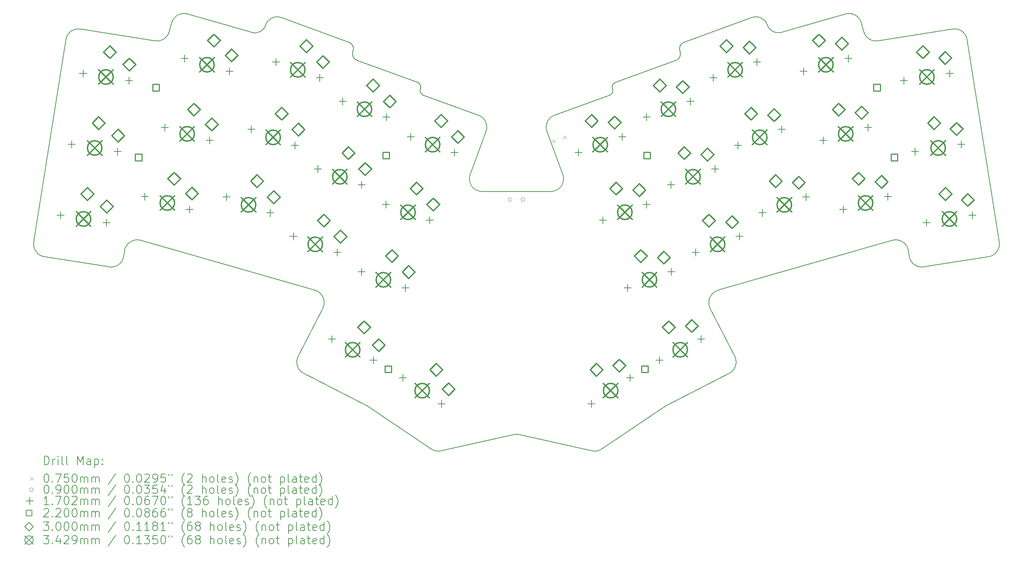
<source format=gbr>
%TF.GenerationSoftware,KiCad,Pcbnew,7.0.5-0*%
%TF.CreationDate,2023-06-28T16:41:04-04:00*%
%TF.ProjectId,regret,72656772-6574-42e6-9b69-6361645f7063,1*%
%TF.SameCoordinates,Original*%
%TF.FileFunction,Drillmap*%
%TF.FilePolarity,Positive*%
%FSLAX45Y45*%
G04 Gerber Fmt 4.5, Leading zero omitted, Abs format (unit mm)*
G04 Created by KiCad (PCBNEW 7.0.5-0) date 2023-06-28 16:41:04*
%MOMM*%
%LPD*%
G01*
G04 APERTURE LIST*
%ADD10C,0.151694*%
%ADD11C,0.200000*%
%ADD12C,0.075000*%
%ADD13C,0.090000*%
%ADD14C,0.170180*%
%ADD15C,0.220000*%
%ADD16C,0.300000*%
%ADD17C,0.342900*%
G04 APERTURE END LIST*
D10*
X25348508Y-16544191D02*
X25352470Y-16541897D01*
X27771125Y-7613721D02*
X27763417Y-7602760D01*
X15782922Y-7682832D02*
X15772511Y-7689736D01*
X17952187Y-8150840D02*
X17954068Y-8142541D01*
X22708468Y-11468967D02*
X22691205Y-11473776D01*
X10498356Y-12946887D02*
X10509158Y-12956499D01*
X19907095Y-17617669D02*
X19922041Y-17620108D01*
X26987000Y-15439891D02*
X26982647Y-15425530D01*
X20712330Y-11097233D02*
X20718058Y-11079867D01*
X25672296Y-8167420D02*
X25672301Y-8167427D01*
X22875188Y-11339285D02*
X22865164Y-11354574D01*
X13442441Y-7895614D02*
X13430212Y-7900963D01*
X12648644Y-12703206D02*
X12660813Y-12692944D01*
X19538528Y-8967611D02*
X19536244Y-8962390D01*
X22757929Y-11448589D02*
X22741873Y-11456351D01*
X30782977Y-12627555D02*
X30798712Y-12628581D01*
X17950145Y-8061041D02*
X17947618Y-8053339D01*
X21826129Y-17225771D02*
X21834336Y-17226336D01*
X27816285Y-7661848D02*
X27806436Y-7653146D01*
X17153421Y-13874413D02*
X17165471Y-13884512D01*
X32978556Y-13020937D02*
X32993423Y-13017409D01*
X25679273Y-8192255D02*
X25680720Y-8200569D01*
X12789480Y-12633100D02*
X12805008Y-12630431D01*
X19540208Y-9053199D02*
X19542153Y-9047404D01*
X20877509Y-11456351D02*
X20861453Y-11448589D01*
X27870672Y-7697932D02*
X27859174Y-7691739D01*
X26412169Y-13929802D02*
X26421938Y-13917400D01*
X30090072Y-7834676D02*
X30080848Y-7824963D01*
X31209190Y-13212593D02*
X31221034Y-13220773D01*
X17207911Y-13930778D02*
X17216964Y-13943697D01*
X13849253Y-7293968D02*
X13835562Y-7299477D01*
X15552629Y-7721149D02*
X14037028Y-7286563D01*
X19530940Y-8952302D02*
X19527930Y-8947454D01*
X26860492Y-15771418D02*
X26873002Y-15762903D01*
X24072133Y-9006569D02*
X24071980Y-9012364D01*
X13665978Y-7492268D02*
X13604666Y-7706085D01*
X27756195Y-7591378D02*
X27749479Y-7579584D01*
X27806436Y-7653146D02*
X27796976Y-7643972D01*
X22830017Y-11396142D02*
X22816835Y-11408375D01*
X10509158Y-12956499D02*
X10520437Y-12965600D01*
X16198256Y-7357189D02*
X16184398Y-7355415D01*
X19521215Y-8938199D02*
X19517520Y-8933811D01*
X27393652Y-7362786D02*
X27380086Y-7366612D01*
X12496040Y-13115857D02*
X12502877Y-13102828D01*
X19540197Y-9053213D02*
X19540202Y-9053205D01*
X20894011Y-11463151D02*
X20877509Y-11456351D01*
X33194189Y-12840931D02*
X33199358Y-12827393D01*
X17897289Y-7980580D02*
X17890830Y-7975406D01*
X19546847Y-9024032D02*
X19547270Y-9018188D01*
X18047891Y-8383664D02*
X18039811Y-8380490D01*
X13877251Y-7285034D02*
X13863159Y-7289153D01*
X19541862Y-9138796D02*
X19539829Y-9133474D01*
X25672287Y-8167394D02*
X25672288Y-8167400D01*
X17903455Y-7986039D02*
X17897289Y-7980580D01*
X12551768Y-12880406D02*
X12554703Y-12864611D01*
X13297325Y-7922835D02*
X13283364Y-7921613D01*
X11185704Y-7819399D02*
X11180271Y-7833042D01*
X30336018Y-7921577D02*
X30322057Y-7922800D01*
X31176166Y-13184782D02*
X31186735Y-13194581D01*
X12820657Y-12628581D02*
X12836390Y-12627555D01*
X19545108Y-9035737D02*
X19546128Y-9029884D01*
X17949466Y-8289029D02*
X17946577Y-8281463D01*
X10415505Y-12813580D02*
X10420025Y-12827393D01*
X19545114Y-8989452D02*
X19543860Y-8983867D01*
X13269351Y-7919727D02*
X11508571Y-7640821D01*
X17946577Y-8281463D02*
X17944049Y-8273762D01*
X13571038Y-7781935D02*
X13563607Y-7793298D01*
X26354469Y-14076285D02*
X26356615Y-14060614D01*
X19538052Y-9128057D02*
X19536534Y-9122553D01*
X25628635Y-8348754D02*
X25622468Y-8354212D01*
X24081154Y-9059062D02*
X24082783Y-9064883D01*
X24091446Y-8947454D02*
X24088437Y-8952302D01*
X21097648Y-9887187D02*
X21093810Y-9873274D01*
X26356615Y-14060614D02*
X26359592Y-14045038D01*
X17947096Y-8167400D02*
X17947097Y-8167394D01*
X25654855Y-8317658D02*
X25650247Y-8324340D01*
X17944306Y-8175680D02*
X17947068Y-8167446D01*
X25672293Y-8167413D02*
X25672296Y-8167420D01*
X19533122Y-9088258D02*
X19533545Y-9082419D01*
X26990556Y-15584376D02*
X26993348Y-15570236D01*
X26987096Y-15598354D02*
X26990556Y-15584376D01*
X11310153Y-7678199D02*
X11297553Y-7685996D01*
X12581310Y-12790073D02*
X12588889Y-12776247D01*
X25675078Y-8175680D02*
X25677395Y-8183954D01*
X17054130Y-13821810D02*
X17059410Y-13823695D01*
X25682528Y-8225457D02*
X25682309Y-8233690D01*
X25672305Y-8167433D02*
X25672310Y-8167440D01*
X20981692Y-11481935D02*
X20963610Y-11480282D01*
X21106215Y-9944531D02*
X21105113Y-9929989D01*
X13477476Y-7876432D02*
X13466090Y-7883337D01*
X24052615Y-9176784D02*
X24048488Y-9180815D01*
X25704498Y-7997759D02*
X25699248Y-8003993D01*
X19863227Y-17605872D02*
X19877659Y-17610546D01*
X24079183Y-9053230D02*
X24079184Y-9053232D01*
X25662052Y-8109344D02*
X25662241Y-8117616D01*
X29797707Y-7305891D02*
X29784644Y-7299827D01*
X31356926Y-13268594D02*
X31371786Y-13269634D01*
X32963368Y-13023739D02*
X32978556Y-13020937D01*
X17947101Y-8167361D02*
X17947102Y-8167355D01*
X21752409Y-17230850D02*
X21760530Y-17229383D01*
X17949867Y-8159111D02*
X17952187Y-8150840D01*
X21842528Y-17227126D02*
X21850702Y-17228142D01*
X17262978Y-14061346D02*
X17265090Y-14076973D01*
X33203878Y-12813580D02*
X33207732Y-12799515D01*
X30029077Y-7745586D02*
X30023722Y-7732755D01*
X19544145Y-9144013D02*
X19541862Y-9138796D01*
X13670435Y-7478069D02*
X13665978Y-7492268D01*
X26971653Y-15397185D02*
X26964996Y-15383251D01*
X13863159Y-7289153D02*
X13849253Y-7293968D01*
X19547270Y-9018188D02*
X19547403Y-9012364D01*
X15716387Y-7716732D02*
X15704479Y-7720560D01*
X23697310Y-17620108D02*
X23712257Y-17617670D01*
X17969127Y-8324340D02*
X17964521Y-8317658D01*
X25677900Y-8038357D02*
X25674655Y-8045773D01*
X29771295Y-7294390D02*
X29757684Y-7289592D01*
X12462928Y-13163673D02*
X12472027Y-13152395D01*
X12305953Y-13261174D02*
X12320019Y-13257319D01*
X30130837Y-7869015D02*
X30120101Y-7861130D01*
X13509667Y-7852783D02*
X13499282Y-7861144D01*
X29923654Y-7422797D02*
X29915844Y-7410226D01*
X32169789Y-7637368D02*
X32155074Y-7637137D01*
X17216964Y-13943697D02*
X17225347Y-13957109D01*
X16701900Y-15723698D02*
X16712179Y-15734229D01*
X18254794Y-16535385D02*
X18258866Y-16537493D01*
X30958570Y-12692945D02*
X30970739Y-12703206D01*
X29937485Y-7449301D02*
X29930876Y-7435826D01*
X17937073Y-8233690D02*
X17936854Y-8225458D01*
X15802780Y-7667595D02*
X15793018Y-7675448D01*
X24079208Y-9053267D02*
X24079212Y-9053270D01*
X27434984Y-7355414D02*
X27421126Y-7357189D01*
X27448889Y-7354322D02*
X27434984Y-7355414D01*
X26966727Y-15652146D02*
X26972782Y-15639067D01*
X15904207Y-7503194D02*
X15897812Y-7515699D01*
X19536534Y-9122553D02*
X19535280Y-9116973D01*
X17941988Y-8183954D02*
X17944306Y-8175680D01*
X26479680Y-13864051D02*
X26492840Y-13855275D01*
X30350031Y-7919691D02*
X30336018Y-7921577D01*
X15944630Y-7446516D02*
X15935475Y-7457010D01*
X21088438Y-10062318D02*
X21093351Y-10047679D01*
X32283085Y-7664579D02*
X32269596Y-7658770D01*
X24034861Y-9191726D02*
X24029919Y-9194936D01*
X19543785Y-9041580D02*
X19545108Y-9035737D01*
X26363403Y-14029588D02*
X26368049Y-14014298D01*
X25710060Y-7991770D02*
X25704498Y-7997759D01*
X19527930Y-8947454D02*
X19524687Y-8942750D01*
X13949588Y-7274995D02*
X13934958Y-7275586D01*
X21858852Y-17229383D02*
X21866973Y-17230850D01*
X19559162Y-9168185D02*
X19555694Y-9163637D01*
X12626127Y-12725479D02*
X12637076Y-12714060D01*
X21817912Y-17225433D02*
X21826129Y-17225771D01*
X19540193Y-9053217D02*
X19540197Y-9053213D01*
X17225347Y-13957109D02*
X17233037Y-13970994D01*
X25773105Y-7951124D02*
X25765022Y-7954298D01*
X17937693Y-8241868D02*
X17937073Y-8233690D01*
X12729215Y-12651870D02*
X12743937Y-12645973D01*
X25571457Y-8383664D02*
X24150119Y-8900976D01*
X12899528Y-12631784D02*
X12915198Y-12634948D01*
X19500588Y-8918074D02*
X19495839Y-8914643D01*
X24082849Y-9122553D02*
X24081332Y-9128057D01*
X15793018Y-7675448D02*
X15782922Y-7682832D01*
X11297553Y-7685996D02*
X11285299Y-7694445D01*
X22516064Y-9915569D02*
X22514263Y-9929989D01*
X32309229Y-7678199D02*
X32296305Y-7671057D01*
X24079180Y-9053221D02*
X24079180Y-9053224D01*
X13604666Y-7706085D02*
X13600453Y-7719584D01*
X18003356Y-8359384D02*
X17996898Y-8354212D01*
X26550060Y-13827258D02*
X26560645Y-13823412D01*
X33049375Y-12996457D02*
X33062405Y-12989618D01*
X25672284Y-8167381D02*
X25672285Y-8167387D01*
X10544363Y-12982180D02*
X10556979Y-12989618D01*
X24074275Y-9035737D02*
X24075598Y-9041580D01*
X31327727Y-13264349D02*
X31342232Y-13266827D01*
X29943458Y-7463208D02*
X29937485Y-7449301D01*
X19795088Y-17571597D02*
X19808083Y-17579887D01*
X25662269Y-8101112D02*
X25662052Y-8109344D01*
X32357204Y-7713052D02*
X32345899Y-7703482D01*
X16659348Y-15664946D02*
X16666652Y-15677424D01*
X25672283Y-8167361D02*
X25672283Y-8167368D01*
X22910097Y-11256676D02*
X22905165Y-11273860D01*
X19605429Y-9203152D02*
X19599922Y-9200658D01*
X22673625Y-11477555D02*
X22655772Y-11480283D01*
X24029919Y-9194936D02*
X24024784Y-9197917D01*
X24128466Y-8911431D02*
X24123523Y-8914642D01*
X13728965Y-7376965D02*
X13719578Y-7388194D01*
X11479052Y-7637632D02*
X11464297Y-7637137D01*
X31299365Y-13257319D02*
X31313430Y-13261174D01*
X27906713Y-7713282D02*
X27894461Y-7708714D01*
X30141907Y-7876414D02*
X30130837Y-7869015D01*
X24072569Y-9000813D02*
X24072133Y-9006569D01*
X26917500Y-15723681D02*
X26927199Y-15712711D01*
X19535280Y-9116973D02*
X19534293Y-9111326D01*
X32439097Y-7833027D02*
X32433667Y-7819383D01*
X22530054Y-9859579D02*
X22525562Y-9873274D01*
X30253645Y-7919335D02*
X30240365Y-7916805D01*
X32155074Y-7637137D02*
X32140323Y-7637631D01*
X18262903Y-16539664D02*
X18266906Y-16541897D01*
X33212746Y-12680488D02*
X32454028Y-7890199D01*
X17260039Y-14045809D02*
X17262978Y-14061346D01*
X17947091Y-8167413D02*
X17947093Y-8167407D01*
X17956540Y-8125916D02*
X17957143Y-8117617D01*
X17263291Y-14155338D02*
X17260470Y-14170825D01*
X16674567Y-15689564D02*
X16683085Y-15701340D01*
X24073256Y-9029884D02*
X24074275Y-9035737D01*
X20013075Y-17618664D02*
X20028203Y-17615693D01*
X19474918Y-8903212D02*
X19469228Y-8900976D01*
X21031108Y-9760751D02*
X21021218Y-9750102D01*
X19997886Y-17620846D02*
X20013075Y-17618664D01*
X25672291Y-8167407D02*
X25672293Y-8167413D01*
X25650247Y-8324340D02*
X25645315Y-8330804D01*
X13978904Y-7275961D02*
X13964245Y-7275120D01*
X31197750Y-13203857D02*
X31209190Y-13212593D01*
X12700654Y-12666044D02*
X12714775Y-12658562D01*
X25665300Y-8076798D02*
X25663899Y-8084826D01*
X19533145Y-9099868D02*
X19532990Y-9094078D01*
X17140843Y-13864947D02*
X17153421Y-13874413D01*
X30214347Y-7909999D02*
X30201644Y-7905746D01*
X19552453Y-9158937D02*
X19549445Y-9154093D01*
X32427586Y-7806045D02*
X32420869Y-7793035D01*
X22916846Y-11221652D02*
X22913994Y-11239258D01*
X17846278Y-7951124D02*
X16252715Y-7371124D01*
X19547403Y-9012364D02*
X19547250Y-9006569D01*
X31067615Y-12880406D02*
X31089241Y-13016825D01*
X27957646Y-7725836D02*
X27944664Y-7723575D01*
X19490893Y-8911431D02*
X19485755Y-8908449D01*
X23712257Y-17617670D02*
X23727062Y-17614481D01*
X15918737Y-7479298D02*
X15911187Y-7491054D01*
X23741697Y-17610546D02*
X23756132Y-17605872D01*
X24075598Y-9041580D02*
X24077230Y-9047404D01*
X30904606Y-12658562D02*
X30918729Y-12666044D01*
X12247598Y-13269633D02*
X12262458Y-13268594D01*
X13488546Y-7869030D02*
X13477476Y-7876432D01*
X17085710Y-13833881D02*
X17100169Y-13840582D01*
X10488047Y-12936786D02*
X10498356Y-12946887D01*
X19542341Y-8978359D02*
X19540562Y-8972938D01*
X26972782Y-15639067D02*
X26978200Y-15625725D01*
X25587369Y-8376948D02*
X25579540Y-8380490D01*
X19542153Y-9047404D02*
X19543785Y-9041580D01*
X13454406Y-7889735D02*
X13442441Y-7895614D01*
X21785046Y-17226336D02*
X21793253Y-17225771D01*
X29857912Y-7345150D02*
X29846630Y-7336149D01*
X30201644Y-7905746D02*
X30189170Y-7900939D01*
X24079184Y-9053232D02*
X24079185Y-9053235D01*
X13595661Y-7732755D02*
X13590305Y-7745587D01*
X32454028Y-7890199D02*
X32451342Y-7875562D01*
X15838114Y-7631677D02*
X15829875Y-7641313D01*
X13783697Y-7328218D02*
X13771766Y-7336911D01*
X24008267Y-9205387D02*
X22710260Y-9677826D01*
X31245847Y-13235406D02*
X31258771Y-13241827D01*
X12410194Y-13212593D02*
X12421634Y-13203857D01*
X10430997Y-12854175D02*
X10437418Y-12867101D01*
X12714775Y-12658562D02*
X12729215Y-12651870D01*
X25640065Y-8337036D02*
X25634503Y-8343025D01*
X25742325Y-7965971D02*
X25735299Y-7970532D01*
X24066930Y-9158937D02*
X24063689Y-9163638D01*
X31130780Y-13128472D02*
X31138791Y-13140657D01*
X16225731Y-7362786D02*
X16212042Y-7359646D01*
X28078149Y-7717903D02*
X28064670Y-7721419D01*
X26997625Y-15527101D02*
X26997657Y-15512568D01*
X30164976Y-7889714D02*
X30153292Y-7883318D01*
X15821227Y-7650518D02*
X15812189Y-7659282D01*
X29701073Y-7277048D02*
X29686497Y-7275639D01*
X27674753Y-7446516D02*
X27665098Y-7436482D01*
X25682309Y-8233690D02*
X25681689Y-8241868D01*
X15866604Y-7589008D02*
X15860189Y-7600274D01*
X22918648Y-11203909D02*
X22916846Y-11221652D01*
X19540172Y-9053263D02*
X19540173Y-9053260D01*
X16666652Y-15677424D02*
X16674567Y-15689564D01*
X25340687Y-16548962D02*
X25344580Y-16546546D01*
X13283364Y-7921613D02*
X13269351Y-7919727D01*
X25360495Y-16537493D02*
X25364554Y-16535384D01*
X17954068Y-8142541D02*
X17955517Y-8134228D01*
X16623931Y-15555962D02*
X16626045Y-15570239D01*
X11493819Y-7638858D02*
X11479052Y-7637632D01*
X17979307Y-8337036D02*
X17974058Y-8330803D01*
X12514673Y-13075588D02*
X12519588Y-13061410D01*
X30063682Y-7804261D02*
X30055777Y-7793294D01*
X31104711Y-13075588D02*
X31110289Y-13089399D01*
X27847967Y-7685024D02*
X27837070Y-7677797D01*
X21866973Y-17230850D02*
X21875061Y-17232543D01*
X17937643Y-8208884D02*
X17938663Y-8200569D01*
X11323076Y-7671058D02*
X11310153Y-7678199D01*
X22637690Y-11481935D02*
X22619420Y-11482492D01*
X17984867Y-8343025D02*
X17979307Y-8337036D01*
X24109894Y-8925560D02*
X24105765Y-8929594D01*
X31003567Y-12737435D02*
X31013222Y-12749900D01*
X20714218Y-11273860D02*
X20709285Y-11256676D01*
X15975029Y-7417862D02*
X15964424Y-7426923D01*
X24079192Y-9053247D02*
X24079195Y-9053250D01*
X24044151Y-9184656D02*
X24039607Y-9188296D01*
X15954285Y-7436481D02*
X15944630Y-7446516D01*
X13891503Y-7281615D02*
X13877251Y-7285034D01*
X13771766Y-7336911D02*
X13760310Y-7346154D01*
X25662844Y-8125916D02*
X25663867Y-8134228D01*
X19549445Y-9154093D02*
X19546674Y-9149115D01*
X27970763Y-7727495D02*
X27957646Y-7725836D01*
X27763417Y-7602760D02*
X27756195Y-7591378D01*
X25645315Y-8330804D02*
X25640065Y-8337036D01*
X10656016Y-13023739D02*
X12186926Y-13266203D01*
X24079176Y-9053205D02*
X24079176Y-9053209D01*
X15853290Y-7611148D02*
X15845925Y-7621618D01*
X17100169Y-13840582D02*
X17114193Y-13848009D01*
X19536244Y-8962390D02*
X19533713Y-8957284D01*
X30767190Y-12627357D02*
X30782977Y-12627555D01*
X30890165Y-12651870D02*
X30904606Y-12658562D01*
X24079199Y-9053257D02*
X24079202Y-9053260D01*
X27796976Y-7643972D02*
X27787925Y-7634337D01*
X17960245Y-8310773D02*
X17956307Y-8303697D01*
X14022627Y-7282821D02*
X14008122Y-7279809D01*
X13796089Y-7320095D02*
X13783697Y-7328218D01*
X30048345Y-7781932D02*
X30041407Y-7770186D01*
X16626045Y-15570239D02*
X16628835Y-15584379D01*
X27708196Y-7491054D02*
X27700646Y-7479298D01*
X33188386Y-12854175D02*
X33194189Y-12840931D01*
X23591145Y-17615693D02*
X23606273Y-17618664D01*
X16647762Y-15397185D02*
X16641878Y-15411286D01*
X12373537Y-13235406D02*
X12386124Y-13228383D01*
X29834945Y-7327709D02*
X29822881Y-7319845D01*
X17198212Y-13918377D02*
X17207911Y-13930778D01*
X30120101Y-7861130D02*
X30109717Y-7852771D01*
X10405999Y-12770713D02*
X10408476Y-12785218D01*
X25682341Y-8217184D02*
X25682528Y-8225457D01*
X28064670Y-7721419D02*
X28051168Y-7724252D01*
X15655200Y-7730312D02*
X15642561Y-7731313D01*
X17944049Y-8273762D02*
X17941891Y-8265938D01*
X10597250Y-13008258D02*
X10611430Y-13013175D01*
X19535279Y-9070722D02*
X19536600Y-9064883D01*
X22668505Y-9696697D02*
X22655524Y-9704228D01*
X20861453Y-11448589D02*
X20845886Y-11439888D01*
X12588889Y-12776247D02*
X12597179Y-12762847D01*
X22655772Y-11480283D02*
X22637690Y-11481935D01*
X27476738Y-7354178D02*
X27462816Y-7353910D01*
X11508571Y-7640821D02*
X11493819Y-7638858D01*
X13405036Y-7910026D02*
X13392123Y-7913718D01*
X31342232Y-13266827D02*
X31356926Y-13268594D01*
X24085121Y-9076571D02*
X24085839Y-9082419D01*
X11205849Y-7780389D02*
X11198507Y-7793050D01*
X33216481Y-12726155D02*
X33216016Y-12711027D01*
X27421126Y-7357189D02*
X27407340Y-7359645D01*
X24086261Y-9088258D02*
X24086393Y-9094078D01*
X26394600Y-13956154D02*
X26403048Y-13942728D01*
X10556979Y-12989618D02*
X10570009Y-12996457D01*
X26432332Y-13905545D02*
X26443327Y-13894258D01*
X11241157Y-7733703D02*
X11231467Y-7744735D01*
X29612234Y-7279601D02*
X29597268Y-7282685D01*
X26373531Y-13999201D02*
X26379818Y-13984414D01*
X15750819Y-7702068D02*
X15739575Y-7707477D01*
X25344580Y-16546546D02*
X25348508Y-16544191D01*
X10420025Y-12827393D02*
X10425194Y-12840932D01*
X11336293Y-7664579D02*
X11323076Y-7671058D01*
X15886849Y-7541727D02*
X15882758Y-7552945D01*
X16758920Y-15771448D02*
X16771970Y-15779399D01*
X11222343Y-7756208D02*
X11213799Y-7768101D01*
X23770337Y-17600463D02*
X23784286Y-17594327D01*
X31401919Y-13269467D02*
X31417149Y-13268230D01*
X30109717Y-7852771D02*
X30099701Y-7843949D01*
X25663867Y-8134228D02*
X25665316Y-8142541D01*
X22917691Y-11150328D02*
X22919077Y-11168198D01*
X31156456Y-13163673D02*
X31166066Y-13174474D01*
X25672316Y-8167446D02*
X25675078Y-8175680D01*
X12558459Y-12849075D02*
X12563015Y-12833825D01*
X13311217Y-7923403D02*
X13297325Y-7922835D01*
X17165471Y-13884512D02*
X17176968Y-13895221D01*
X20700306Y-11168199D02*
X20701692Y-11150328D01*
X17936854Y-8225458D02*
X17937042Y-8217184D01*
X27859174Y-7691739D02*
X27847967Y-7685024D01*
X22854224Y-11369219D02*
X22842494Y-11383083D01*
X29597268Y-7282685D02*
X29582320Y-7286563D01*
X17957115Y-8101113D02*
X17956498Y-8092936D01*
X16625942Y-15468864D02*
X16623817Y-15483425D01*
X31272014Y-13247630D02*
X31285553Y-13252799D01*
X24072709Y-9149115D02*
X24069938Y-9154093D01*
X25333016Y-16553976D02*
X25336832Y-16551439D01*
X26982975Y-15612146D02*
X26987096Y-15598354D01*
X16734441Y-15753871D02*
X16746408Y-15762930D01*
X21105113Y-9929989D02*
X21103311Y-9915568D01*
X12758911Y-12640876D02*
X12774103Y-12636584D01*
X25672310Y-8167440D02*
X25672313Y-8167443D01*
X20909122Y-9677826D02*
X19611116Y-9205387D01*
X25677490Y-8265938D02*
X25675331Y-8273762D01*
X33167331Y-12891914D02*
X33174942Y-12879687D01*
X19579776Y-9188296D02*
X19575233Y-9184656D01*
X25680720Y-8200569D02*
X25681740Y-8208884D01*
X21093810Y-9873274D02*
X21089317Y-9859579D01*
X29810460Y-7312567D02*
X29797707Y-7305891D01*
X21089317Y-9859579D02*
X21084179Y-9846125D01*
X24079195Y-9053250D02*
X24079197Y-9053254D01*
X22901324Y-11079867D02*
X22907052Y-11097233D01*
X28037662Y-7726414D02*
X28024172Y-7727914D01*
X30308165Y-7923368D02*
X30294361Y-7923295D01*
X19543860Y-8983867D02*
X19542341Y-8978359D01*
X32447949Y-7861139D02*
X32443862Y-7846953D01*
X10403367Y-12711027D02*
X10402902Y-12726155D01*
X12432649Y-13194581D02*
X12443218Y-13184781D01*
X20963848Y-9704228D02*
X20950869Y-9696697D01*
X22725372Y-11463151D02*
X22708468Y-11468967D01*
X22530943Y-10062318D02*
X22901324Y-11079867D01*
X24101852Y-8933811D02*
X24098159Y-8938199D01*
X26982647Y-15425530D02*
X26977534Y-15411286D01*
X20999962Y-11482491D02*
X20981692Y-11481935D01*
X10452052Y-12891914D02*
X10460233Y-12903759D01*
X25674655Y-8045773D02*
X25671765Y-8053339D01*
X24079175Y-9053201D02*
X24079175Y-9053203D01*
X21049212Y-9783331D02*
X21040443Y-9771836D01*
X26492840Y-13855275D02*
X26506482Y-13847185D01*
X32199006Y-7639981D02*
X32184442Y-7638318D01*
X17947101Y-8167368D02*
X17947101Y-8167361D01*
X27597612Y-7386949D02*
X27584932Y-7380649D01*
X20701692Y-11150328D02*
X20704154Y-11132512D01*
X29784644Y-7299827D02*
X29771295Y-7294390D01*
X17884083Y-7970532D02*
X17877057Y-7965971D01*
X32255862Y-7653637D02*
X32241910Y-7649185D01*
X30176942Y-7895592D02*
X30164976Y-7889714D01*
X27837070Y-7677797D02*
X27826502Y-7670068D01*
X22515995Y-10003423D02*
X22518568Y-10018207D01*
X16252715Y-7371124D02*
X16239297Y-7366612D01*
X24077230Y-9047404D02*
X24079175Y-9053199D01*
X27894461Y-7708714D02*
X27882441Y-7703594D01*
X17909323Y-7991770D02*
X17903455Y-7986039D01*
X32367984Y-7723132D02*
X32357204Y-7713052D01*
X12360612Y-13241827D02*
X12373537Y-13235406D01*
X17176968Y-13895221D02*
X17187890Y-13906518D01*
X27621813Y-7401301D02*
X27609912Y-7393840D01*
X17947618Y-8053339D02*
X17944730Y-8045773D01*
X12686881Y-12674311D02*
X12700654Y-12666044D01*
X13687783Y-7437345D02*
X13681354Y-7450587D01*
X33087207Y-12974167D02*
X33098947Y-12965600D01*
X16060613Y-7369991D02*
X16047429Y-7374984D01*
X13835562Y-7299477D02*
X13822109Y-7305676D01*
X15860189Y-7600274D02*
X15853290Y-7611148D01*
X26454900Y-13883565D02*
X26467025Y-13873488D01*
X24086239Y-9099869D02*
X24085803Y-9105621D01*
X25681495Y-8031103D02*
X25677900Y-8038357D01*
X17246241Y-14000083D02*
X17251672Y-14015145D01*
X10408476Y-12785218D02*
X10411650Y-12799515D01*
X16184398Y-7355415D02*
X16170493Y-7354322D01*
X17947102Y-8167355D02*
X17947102Y-8167342D01*
X26378440Y-14230828D02*
X26372348Y-14216048D01*
X10425194Y-12840932D02*
X10430997Y-12854175D01*
X24079190Y-9053244D02*
X24079192Y-9053247D01*
X24073282Y-8995104D02*
X24072569Y-9000813D01*
X22578924Y-9771836D02*
X22570155Y-9783331D01*
X19540172Y-9053267D02*
X19540172Y-9053263D01*
X27779301Y-7624250D02*
X27771125Y-7613721D01*
X33213384Y-12770713D02*
X33215149Y-12756019D01*
X15591298Y-7729280D02*
X15578398Y-7727215D01*
X13538535Y-7824971D02*
X13529311Y-7834686D01*
X19967440Y-17622863D02*
X19982665Y-17622243D01*
X20707698Y-11114797D02*
X20712330Y-11097233D01*
X15739575Y-7707477D02*
X15728091Y-7712369D01*
X21100813Y-10018207D02*
X21103385Y-10003423D01*
X23667106Y-17622710D02*
X23682250Y-17621790D01*
X10478246Y-12926216D02*
X10488047Y-12936786D01*
X30018929Y-7719584D02*
X30014717Y-7706085D01*
X13365738Y-7919366D02*
X13352299Y-7921299D01*
X27380086Y-7366612D02*
X27366669Y-7371124D01*
X13760310Y-7346154D02*
X13749347Y-7355923D01*
X17038102Y-13816709D02*
X17043480Y-13818317D01*
X12186926Y-13266203D02*
X12202236Y-13268230D01*
X12519588Y-13061410D02*
X12523819Y-13046879D01*
X26833870Y-15786721D02*
X26847446Y-15779365D01*
X13702498Y-7411965D02*
X13694836Y-7424464D01*
X16746408Y-15762930D02*
X16758920Y-15771448D01*
X16239297Y-7366612D02*
X16225731Y-7362786D01*
X17265090Y-14076973D02*
X17266376Y-14092660D01*
X11420362Y-7639981D02*
X11405912Y-7642351D01*
X25609263Y-8364258D02*
X25602236Y-8368819D01*
X17947093Y-8167407D02*
X17947096Y-8167400D01*
X16034451Y-7380649D02*
X16021771Y-7386949D01*
X11464297Y-7637137D02*
X11449580Y-7637368D01*
X19982665Y-17622243D02*
X19997886Y-17620846D01*
X31233260Y-13228383D02*
X31245847Y-13235406D01*
X16632407Y-15439891D02*
X16628803Y-15454344D01*
X17869758Y-7961735D02*
X17862190Y-7957840D01*
X32378225Y-7733697D02*
X32367984Y-7723132D01*
X29743832Y-7285445D02*
X29729764Y-7281964D01*
X22681963Y-9689770D02*
X22668505Y-9696697D01*
X16087501Y-7362020D02*
X16073979Y-7365669D01*
X29868769Y-7354699D02*
X29857912Y-7345150D01*
X17964521Y-8317658D02*
X17960245Y-8310773D01*
X26990601Y-15454344D02*
X26987000Y-15439891D01*
X16114912Y-7356747D02*
X16101154Y-7359046D01*
X32387915Y-7744728D02*
X32378225Y-7733697D01*
X13519682Y-7843960D02*
X13509667Y-7852783D01*
X26386849Y-13970057D02*
X26394600Y-13956154D01*
X19808083Y-17579887D02*
X19821424Y-17587466D01*
X17957143Y-8117617D02*
X17957333Y-8109344D01*
X22865164Y-11354574D02*
X22854224Y-11369219D01*
X32413529Y-7780376D02*
X32405581Y-7768089D01*
X25672288Y-8167400D02*
X25672291Y-8167407D01*
X19533545Y-9082419D02*
X19534262Y-9076570D01*
X32405581Y-7768089D02*
X32397038Y-7756199D01*
X17914885Y-7997759D02*
X17909323Y-7991770D01*
X19505134Y-8921717D02*
X19500588Y-8918074D01*
X25666667Y-8296444D02*
X25663071Y-8303697D01*
X17925067Y-8010458D02*
X17920135Y-8003993D01*
X24024784Y-9197917D02*
X24019461Y-9200658D01*
X19547250Y-9006569D02*
X19546814Y-9000812D01*
X24056527Y-9172570D02*
X24052615Y-9176784D01*
X24060220Y-9168185D02*
X24056527Y-9172570D01*
X22643030Y-9712340D02*
X22631034Y-9721007D01*
X16636417Y-15612151D02*
X16641191Y-15625731D01*
X25728554Y-7975407D02*
X25722094Y-7980580D01*
X11231467Y-7744735D02*
X11222343Y-7756208D01*
X17974058Y-8330803D02*
X17969127Y-8324340D01*
X26385349Y-14245335D02*
X26378440Y-14230828D01*
X15926839Y-7467943D02*
X15918737Y-7479298D01*
X20720182Y-11290761D02*
X20714218Y-11273860D01*
X21760530Y-17229383D02*
X21768680Y-17228142D01*
X33007954Y-13013175D02*
X33022134Y-13008257D01*
X16170493Y-7354322D02*
X16156566Y-7353910D01*
X17947070Y-8167443D02*
X17947073Y-8167439D01*
X20937414Y-9689770D02*
X20923494Y-9683472D01*
X24075238Y-9144013D02*
X24072709Y-9149115D01*
X10532177Y-12974167D02*
X10544363Y-12982180D01*
X12472027Y-13152395D02*
X12480593Y-13140657D01*
X13555701Y-7804266D02*
X13547338Y-7814828D01*
X15772511Y-7689736D02*
X15761804Y-7696151D01*
X30099701Y-7843949D02*
X30090072Y-7834676D01*
X12615816Y-12737435D02*
X12626127Y-12725479D01*
X12852178Y-12627358D02*
X12867985Y-12627993D01*
X22525562Y-9873274D02*
X22521725Y-9887187D01*
X26379818Y-13984414D02*
X26386849Y-13970057D01*
X12262458Y-13268594D02*
X12277151Y-13266828D01*
X25602236Y-8368819D02*
X25594936Y-8373053D01*
X19594599Y-9197916D02*
X19589464Y-9194936D01*
X30875441Y-12645973D02*
X30890165Y-12651870D01*
X33199358Y-12827393D02*
X33203878Y-12813580D01*
X13379018Y-7916835D02*
X13365738Y-7919366D01*
X19821424Y-17587466D02*
X19835081Y-17594326D01*
X19566768Y-9176784D02*
X19562856Y-9172570D01*
X26995462Y-15555960D02*
X26996890Y-15541573D01*
X17266376Y-14092660D02*
X17266838Y-14108374D01*
X16723029Y-15744296D02*
X16734441Y-15753871D01*
X24074268Y-8989452D02*
X24073282Y-8995104D01*
X26936311Y-15701326D02*
X26944829Y-15689552D01*
X33121027Y-12946887D02*
X33131336Y-12936786D01*
X33210907Y-12785219D02*
X33213384Y-12770713D01*
X19540562Y-8972938D02*
X19538528Y-8967611D01*
X27787925Y-7634337D02*
X27779301Y-7624250D01*
X17114193Y-13848009D02*
X17127758Y-13856138D01*
X24085666Y-8957284D02*
X24083136Y-8962390D01*
X31147357Y-13152395D02*
X31156456Y-13163673D01*
X22518555Y-9901293D02*
X22516064Y-9915569D01*
X24123523Y-8914642D02*
X24118777Y-8918074D01*
X24114232Y-8921717D02*
X24109894Y-8925560D01*
X32241910Y-7649185D02*
X32227767Y-7645421D01*
X18031986Y-8376948D02*
X18024421Y-8373053D01*
X26997657Y-15512568D02*
X26996979Y-15498001D01*
X24079185Y-9053235D02*
X24079187Y-9053238D01*
X27665098Y-7436482D02*
X27654959Y-7426924D01*
X19540174Y-9053254D02*
X19540175Y-9053251D01*
X33098947Y-12965600D02*
X33110226Y-12956499D01*
X27683907Y-7457010D02*
X27674753Y-7446516D01*
X29582320Y-7286563D02*
X28078149Y-7717903D01*
X20802548Y-11408375D02*
X20789366Y-11396142D01*
X27644354Y-7417862D02*
X27633300Y-7409314D01*
X14008122Y-7279809D02*
X13993539Y-7277523D01*
X29930876Y-7435826D02*
X29923654Y-7422797D01*
X29846630Y-7336149D02*
X29834945Y-7327709D01*
X11168012Y-7875567D02*
X11165319Y-7890199D01*
X29953404Y-7492268D02*
X29948773Y-7477534D01*
X16623817Y-15483425D02*
X16622419Y-15498002D01*
X33062405Y-12989618D02*
X33075021Y-12982180D01*
X17854361Y-7954299D02*
X17846278Y-7951124D01*
X16646610Y-15639074D02*
X16652665Y-15652154D01*
X16712179Y-15734229D02*
X16723029Y-15744296D01*
X27743290Y-7567388D02*
X27737646Y-7554801D01*
X32140323Y-7637631D02*
X32125561Y-7638857D01*
X13920383Y-7276888D02*
X13905889Y-7278899D01*
X33181965Y-12867100D02*
X33188386Y-12854175D01*
X22608582Y-9739912D02*
X22598149Y-9750102D01*
X21010786Y-9739912D02*
X20999821Y-9730206D01*
X27715177Y-7503194D02*
X27708196Y-7491054D01*
X12563015Y-12833825D02*
X12568355Y-12818889D01*
X30814361Y-12630432D02*
X30829892Y-12633101D01*
X17070840Y-13827929D02*
X17085710Y-13833881D01*
X16654422Y-15383251D02*
X16647762Y-15397185D01*
X31013222Y-12749900D02*
X31022203Y-12762847D01*
X15692388Y-7723841D02*
X15680132Y-7726567D01*
X12232593Y-13269930D02*
X12247598Y-13269633D01*
X10520437Y-12965600D02*
X10532177Y-12974167D01*
X27732535Y-7541727D02*
X27727364Y-7528549D01*
X16692199Y-15712726D02*
X16701900Y-15723698D01*
X16101154Y-7359046D02*
X16087501Y-7362020D01*
X24085803Y-9105621D02*
X24085090Y-9111326D01*
X13430212Y-7900963D02*
X13417738Y-7905771D01*
X12554703Y-12864611D02*
X12558459Y-12849075D01*
X19546101Y-8995104D02*
X19545114Y-8989452D01*
X18010099Y-8364258D02*
X18003356Y-8359384D01*
X31116507Y-13102828D02*
X31123344Y-13115857D01*
X24085090Y-9111326D02*
X24084104Y-9116973D01*
X24080852Y-8967611D02*
X24078819Y-8972938D01*
X24079178Y-9053217D02*
X24079180Y-9053221D01*
X22518568Y-10018207D02*
X22521910Y-10032967D01*
X19536600Y-9064883D02*
X19538230Y-9059062D01*
X17956498Y-8092936D02*
X17955485Y-8084826D01*
X26964996Y-15383251D02*
X26385349Y-14245335D01*
X22561963Y-9795213D02*
X22554359Y-9807458D01*
X33035946Y-13002678D02*
X33049375Y-12996457D01*
X11434926Y-7638318D02*
X11420362Y-7639981D01*
X10468970Y-12915200D02*
X10478246Y-12926216D01*
X15872516Y-7577358D02*
X15866604Y-7589008D01*
X12277151Y-13266828D02*
X12291657Y-13264349D01*
X20727171Y-11307331D02*
X20720182Y-11290761D01*
X24079554Y-9133475D02*
X24077521Y-9138796D01*
X19533581Y-9105621D02*
X19533145Y-9099868D01*
X19589464Y-9194936D02*
X19584521Y-9191726D01*
X13738893Y-7366201D02*
X13728965Y-7376965D01*
X26403048Y-13942728D02*
X26412169Y-13929802D01*
X12502877Y-13102828D02*
X12509095Y-13089399D01*
X15617034Y-7731523D02*
X15604183Y-7730713D01*
X17877057Y-7965971D02*
X17869758Y-7961735D01*
X30860465Y-12640876D02*
X30875441Y-12645973D01*
X19562856Y-9172570D02*
X19559162Y-9168185D01*
X26847446Y-15779365D02*
X26860492Y-15771418D01*
X32433667Y-7819383D02*
X32427586Y-7806045D01*
X26996979Y-15498001D02*
X26995582Y-15483424D01*
X31064679Y-12864611D02*
X31067615Y-12880406D01*
X22526031Y-10047679D02*
X22530943Y-10062318D01*
X17947083Y-8167427D02*
X17947087Y-8167420D01*
X19540180Y-9053238D02*
X19540184Y-9053232D01*
X30918729Y-12666044D02*
X30932501Y-12674311D01*
X25594936Y-8373053D02*
X25587369Y-8376948D01*
X26372348Y-14216048D02*
X26367073Y-14201031D01*
X13325021Y-7923329D02*
X13311217Y-7923403D01*
X12673565Y-12683304D02*
X12686881Y-12674311D01*
X21021218Y-9750102D02*
X21010786Y-9739912D01*
X28024172Y-7727914D02*
X28010717Y-7728762D01*
X11191788Y-7806061D02*
X11185704Y-7819399D01*
X29898548Y-7386511D02*
X29889110Y-7375393D01*
X25735299Y-7970532D02*
X25728554Y-7975407D01*
X17938707Y-8249977D02*
X17937693Y-8241868D01*
X30735591Y-12629467D02*
X30751383Y-12627993D01*
X31386791Y-13269930D02*
X31401919Y-13269467D01*
X33216016Y-12711027D02*
X33214776Y-12695797D01*
X13584405Y-7758068D02*
X13577976Y-7770188D01*
X10570009Y-12996457D02*
X10583438Y-13002678D01*
X22513162Y-9944531D02*
X22512774Y-9959169D01*
X24079175Y-9053199D02*
X24079175Y-9053201D01*
X24072113Y-9018188D02*
X24072536Y-9024032D01*
X13905889Y-7278899D02*
X13891503Y-7281615D01*
X19540202Y-9053205D02*
X19540208Y-9053199D01*
X23636684Y-17622243D02*
X23651908Y-17622863D01*
X13694836Y-7424464D02*
X13687783Y-7437345D01*
X13563607Y-7793298D02*
X13555701Y-7804266D01*
X31030493Y-12776247D02*
X31038072Y-12790072D01*
X27919177Y-7717288D02*
X27906713Y-7713282D01*
X24069938Y-9154093D02*
X24066930Y-9158937D01*
X19532990Y-9094078D02*
X19533122Y-9088258D01*
X22892212Y-11307331D02*
X22884205Y-11323522D01*
X17048822Y-13820018D02*
X17054130Y-13821810D01*
X24086393Y-9094078D02*
X24086239Y-9099869D01*
X12488605Y-13128472D02*
X12496040Y-13115857D01*
X17251672Y-14015145D02*
X17256271Y-14030398D01*
X30055777Y-7793294D02*
X30048345Y-7781932D01*
X25689710Y-8017140D02*
X25685434Y-8024027D01*
X32213456Y-7642351D02*
X32199006Y-7639981D01*
X24077040Y-8978359D02*
X24075522Y-8983867D01*
X26356166Y-14154878D02*
X26354174Y-14139238D01*
X17127758Y-13856138D02*
X17140843Y-13864947D01*
X33150413Y-12915200D02*
X33159150Y-12903759D01*
X19611116Y-9205387D02*
X19605429Y-9203152D01*
X25616009Y-8359385D02*
X25609263Y-8364258D01*
X17952711Y-8296444D02*
X17949466Y-8289029D01*
X16632296Y-15598358D02*
X16636417Y-15612151D01*
X26978200Y-15625725D02*
X26982975Y-15612146D01*
X20704154Y-11132512D02*
X20707698Y-11114797D01*
X31138791Y-13140657D02*
X31147357Y-13152395D01*
X19575233Y-9184656D02*
X19570895Y-9180816D01*
X18266906Y-16541897D02*
X18270872Y-16544191D01*
X13352299Y-7921299D02*
X13338722Y-7922624D01*
X24083136Y-8962390D02*
X24080852Y-8967611D01*
X22512774Y-9959169D02*
X22513109Y-9973880D01*
X24150119Y-8900976D02*
X24144433Y-8903212D01*
X20705389Y-11239257D02*
X20702537Y-11221652D01*
X22911684Y-11114797D02*
X22915229Y-11132512D01*
X15704479Y-7720560D02*
X15692388Y-7723841D01*
X22710260Y-9677826D02*
X22695885Y-9683472D01*
X13392123Y-7913718D02*
X13379018Y-7916835D01*
X20999821Y-9730206D02*
X20988336Y-9721006D01*
X22514263Y-9929989D02*
X22513162Y-9944531D01*
X19555694Y-9163637D02*
X19552453Y-9158937D01*
X33131336Y-12936786D02*
X33141137Y-12926216D01*
X20963610Y-11480282D02*
X20945757Y-11477555D01*
X27931834Y-7720722D02*
X27919177Y-7717288D01*
X15680132Y-7726567D02*
X15667730Y-7728727D01*
X25677395Y-8183954D02*
X25679273Y-8192255D01*
X22588259Y-9760751D02*
X22578924Y-9771836D01*
X30751383Y-12627993D02*
X30767190Y-12627357D01*
X33215149Y-12756019D02*
X33216187Y-12741159D01*
X16021771Y-7386949D02*
X16009471Y-7393840D01*
X22514179Y-9988639D02*
X22515995Y-10003423D01*
X31060924Y-12849075D02*
X31064679Y-12864611D01*
X25667197Y-8150840D02*
X25669517Y-8159111D01*
X24144433Y-8903212D02*
X24138925Y-8905706D01*
X32296305Y-7671057D02*
X32283085Y-7664579D01*
X11198507Y-7793050D02*
X11191788Y-7806061D01*
X21040443Y-9771836D02*
X21031108Y-9760751D01*
X29656997Y-7274984D02*
X29642122Y-7275763D01*
X10611430Y-13013175D02*
X10625961Y-13017409D01*
X27366669Y-7371124D02*
X25773105Y-7951124D01*
X12805008Y-12630431D02*
X12820657Y-12628581D01*
X17947099Y-8167387D02*
X17947100Y-8167381D01*
X25680675Y-8249977D02*
X25679273Y-8258005D01*
X10404234Y-12756019D02*
X10405999Y-12770713D01*
X12386124Y-13228383D02*
X12398350Y-13220773D01*
X26353154Y-14092016D02*
X26354469Y-14076285D01*
X10460233Y-12903759D02*
X10468970Y-12915200D01*
X23811293Y-17579887D02*
X23824293Y-17571597D01*
X11273484Y-7703482D02*
X11262180Y-7713054D01*
X26907223Y-15734210D02*
X26917500Y-15723681D01*
X20830851Y-11430271D02*
X20816390Y-11419759D01*
X33159150Y-12903759D02*
X33167331Y-12891914D01*
X21776854Y-17227126D02*
X21785046Y-17226336D01*
X24079177Y-9053213D02*
X24079178Y-9053217D01*
X13466090Y-7883337D02*
X13454406Y-7889735D01*
X12660813Y-12692944D02*
X12673565Y-12683304D01*
X25672804Y-8281463D02*
X25669913Y-8289029D01*
X20976341Y-9712340D02*
X20963848Y-9704228D01*
X31417149Y-13268230D02*
X31432459Y-13266203D01*
X17937042Y-8217184D02*
X17937643Y-8208884D01*
X15877907Y-7565334D02*
X15872516Y-7577358D01*
X15629833Y-7731720D02*
X15617034Y-7731523D01*
X17064661Y-13825654D02*
X17070840Y-13827929D01*
X27558770Y-7369991D02*
X27545404Y-7365669D01*
X20754219Y-11354574D02*
X20744196Y-11339286D01*
X17266477Y-14124079D02*
X17265294Y-14139746D01*
X22905165Y-11273860D02*
X22899200Y-11290761D01*
X20702537Y-11221652D02*
X20700734Y-11203909D01*
X12836390Y-12627555D02*
X12852178Y-12627358D01*
X12568355Y-12818889D02*
X12574459Y-12804296D01*
X31313430Y-13261174D02*
X31327727Y-13264349D01*
X17940108Y-8258005D02*
X17938707Y-8249977D01*
X24082783Y-9064883D02*
X24084104Y-9070722D01*
X27692544Y-7467943D02*
X27683907Y-7457010D01*
X25672283Y-8167368D02*
X25672284Y-8167374D01*
X19538230Y-9059062D02*
X19540172Y-9053270D01*
X22521910Y-10032967D02*
X22526031Y-10047679D01*
X17890830Y-7975406D02*
X17884083Y-7970532D01*
X29948773Y-7477534D02*
X29943458Y-7463208D01*
X24048488Y-9180815D02*
X24044151Y-9184656D01*
X17990733Y-8348754D02*
X17984867Y-8343025D01*
X23784286Y-17594327D02*
X23797947Y-17587466D01*
X32993423Y-13017409D02*
X33007954Y-13013175D01*
X25622468Y-8354212D02*
X25616009Y-8359385D01*
X21065009Y-9807457D02*
X21057405Y-9795213D01*
X26560645Y-13823412D02*
X26565578Y-13821659D01*
X30982307Y-12714060D02*
X30993255Y-12725479D01*
X24084104Y-9116973D02*
X24082849Y-9122553D01*
X15812189Y-7659282D02*
X15802780Y-7667595D01*
X24039607Y-9188296D02*
X24034861Y-9191726D01*
X26358981Y-14170412D02*
X26356166Y-14154878D01*
X20950869Y-9696697D02*
X20937414Y-9689770D01*
X25663899Y-8084826D02*
X25662887Y-8092936D01*
X18278696Y-16548963D02*
X18282551Y-16551439D01*
X11377461Y-7649185D02*
X11363512Y-7653637D01*
X17252379Y-14201348D02*
X17247111Y-14216318D01*
X32443862Y-7846953D02*
X32439097Y-7833027D01*
X32125561Y-7638857D02*
X32110814Y-7640821D01*
X14037028Y-7286563D02*
X14022627Y-7282821D01*
X27721572Y-7515699D02*
X27715177Y-7503194D01*
X19495839Y-8914643D02*
X19490893Y-8911431D01*
X13499282Y-7861144D02*
X13488546Y-7869030D01*
X25671765Y-8053339D02*
X25669239Y-8061041D01*
X10402902Y-12726155D02*
X10403196Y-12741159D01*
X20744196Y-11339286D02*
X20735177Y-11323522D01*
X12637076Y-12714060D02*
X12648644Y-12703206D01*
X27882441Y-7703594D02*
X27870672Y-7697932D01*
X15578398Y-7727215D02*
X15565502Y-7724507D01*
X13808924Y-7312562D02*
X13796089Y-7320095D01*
X20816390Y-11419759D02*
X20802548Y-11408375D01*
X24079187Y-9053238D02*
X24079188Y-9053241D01*
X12347369Y-13247629D02*
X12360612Y-13241827D01*
X24071980Y-9012364D02*
X24072113Y-9018188D01*
X21078407Y-9832938D02*
X21072013Y-9820040D01*
X21801470Y-17225433D02*
X21809691Y-17225320D01*
X26362617Y-14185807D02*
X26358981Y-14170412D01*
X17947100Y-8167381D02*
X17947101Y-8167374D01*
X23621462Y-17620845D02*
X23636684Y-17622243D01*
X10437418Y-12867101D02*
X10444442Y-12879687D01*
X28051168Y-7724252D02*
X28037662Y-7726414D01*
X26995582Y-15483424D02*
X26993459Y-15468864D01*
X11349780Y-7658770D02*
X11336293Y-7664579D01*
X12480593Y-13140657D02*
X12488605Y-13128472D01*
X24013954Y-9203152D02*
X24008267Y-9205387D01*
X17256832Y-14186172D02*
X17252379Y-14201348D01*
X20028203Y-17615693D02*
X21744321Y-17232543D01*
X12398350Y-13220773D02*
X12410194Y-13212593D01*
X19849025Y-17600464D02*
X19863227Y-17605872D01*
X26570538Y-13819995D02*
X26575526Y-13818417D01*
X31095565Y-13046879D02*
X31099796Y-13061410D01*
X25722094Y-7980580D02*
X25715928Y-7986039D01*
X22907052Y-11097233D02*
X22911684Y-11114797D01*
X16622419Y-15498002D02*
X16621740Y-15512569D01*
X19937099Y-17621790D02*
X19952242Y-17622710D01*
X17933950Y-8024027D02*
X17929674Y-8017140D01*
X30993255Y-12725479D02*
X31003567Y-12737435D01*
X22554359Y-9807458D02*
X22547355Y-9820041D01*
X12527344Y-13032013D02*
X12530143Y-13016825D01*
X24063689Y-9163638D02*
X24060220Y-9168185D01*
X25672301Y-8167427D02*
X25672305Y-8167433D01*
X19599922Y-9200658D02*
X19594599Y-9197916D01*
X31285553Y-13252799D02*
X31299365Y-13257319D01*
X27654959Y-7426924D02*
X27644354Y-7417862D01*
X15829875Y-7641313D02*
X15821227Y-7650518D01*
X30829892Y-12633101D02*
X30845271Y-12636584D01*
X26352667Y-14107773D02*
X26353154Y-14092016D01*
X30034978Y-7758067D02*
X30029077Y-7745586D01*
X19540190Y-9053222D02*
X19540193Y-9053217D01*
X11405912Y-7642351D02*
X11391603Y-7645421D01*
X21093351Y-10047679D02*
X21097472Y-10032967D01*
X29642122Y-7275763D02*
X29627192Y-7277298D01*
X26873002Y-15762903D02*
X26884965Y-15753846D01*
X19546814Y-9000812D02*
X19546101Y-8995104D01*
X27727364Y-7528549D02*
X27721572Y-7515699D01*
X30704180Y-12634949D02*
X30719845Y-12631784D01*
X32269596Y-7658770D02*
X32255862Y-7653637D01*
X30072045Y-7814821D02*
X30063682Y-7804261D01*
X17947073Y-8167439D02*
X17947076Y-8167437D01*
X24085839Y-9082419D02*
X24086261Y-9088258D01*
X25667082Y-8068865D02*
X25665300Y-8076798D01*
X21100819Y-9901293D02*
X21097648Y-9887187D01*
X19517520Y-8933811D02*
X19513605Y-8929594D01*
X19480429Y-8905706D02*
X19474918Y-8903212D01*
X25669517Y-8159111D02*
X25672282Y-8167342D01*
X25659132Y-8310773D02*
X25654855Y-8317658D01*
X24084104Y-9070722D02*
X24085121Y-9076571D01*
X25675331Y-8273762D02*
X25672804Y-8281463D01*
X30227259Y-7913690D02*
X30214347Y-7909999D01*
X24105765Y-8929594D02*
X24101852Y-8933811D01*
X26884965Y-15753846D02*
X26896375Y-15744273D01*
X24072536Y-9024032D02*
X24073256Y-9029884D01*
X13749347Y-7355923D02*
X13738893Y-7366201D01*
X17920135Y-8003993D02*
X17914885Y-7997759D01*
X12774103Y-12636584D02*
X12789480Y-12633100D01*
X17256271Y-14030398D02*
X17260039Y-14045809D01*
X22884205Y-11323522D02*
X22875188Y-11339285D01*
X30719845Y-12631784D02*
X30735591Y-12629467D01*
X31123344Y-13115857D02*
X31130780Y-13128472D01*
X27944664Y-7723575D02*
X27931834Y-7720722D01*
X25669239Y-8061041D02*
X25667082Y-8068865D01*
X25694317Y-8010458D02*
X25689710Y-8017140D01*
X25765022Y-7954298D02*
X25757193Y-7957840D01*
X30014717Y-7706085D02*
X29953404Y-7492268D01*
X33214776Y-12695797D02*
X33212746Y-12680488D01*
X17996898Y-8354212D02*
X17990733Y-8348754D01*
X22535191Y-9846125D02*
X22530054Y-9859579D01*
X22816835Y-11408375D02*
X22802992Y-11419758D01*
X25672282Y-8167355D02*
X25672283Y-8167361D01*
X19469228Y-8900976D02*
X18047891Y-8383664D01*
X12333831Y-13252799D02*
X12347369Y-13247629D01*
X31044923Y-12804296D02*
X31051027Y-12818889D01*
X20735177Y-11323522D02*
X20727171Y-11307331D01*
X19952242Y-17622710D02*
X19967440Y-17622863D01*
X11165319Y-7890199D02*
X10406637Y-12680488D01*
X25336832Y-16551439D02*
X25340687Y-16548962D01*
X19540173Y-9053260D02*
X19540173Y-9053257D01*
X30041407Y-7770186D02*
X30034978Y-7758067D01*
X12743937Y-12645973D02*
X12758911Y-12640876D01*
X32397038Y-7756199D02*
X32387915Y-7744728D01*
X26927199Y-15712711D02*
X26936311Y-15701326D01*
X24094688Y-8942750D02*
X24091446Y-8947454D01*
X18039811Y-8380490D02*
X18031986Y-8376948D01*
X15604183Y-7730713D02*
X15591298Y-7729280D01*
X30945818Y-12683303D02*
X30958570Y-12692945D01*
X17862190Y-7957840D02*
X17854361Y-7954299D01*
X18017123Y-8368819D02*
X18010099Y-8364258D01*
X32184442Y-7638318D02*
X32169789Y-7637368D01*
X21097472Y-10032967D02*
X21100813Y-10018207D01*
X13993539Y-7277523D02*
X13978904Y-7275961D01*
X26993348Y-15570236D02*
X26995462Y-15555960D01*
X18282551Y-16551439D02*
X18286367Y-16553976D01*
X15964424Y-7426923D02*
X15954285Y-7436481D01*
X13547338Y-7814828D02*
X13538535Y-7824971D01*
X25681740Y-8208884D02*
X25682341Y-8217184D01*
X27407340Y-7359645D02*
X27393652Y-7362786D01*
X17955485Y-8084826D02*
X17954084Y-8076798D01*
X22540962Y-9832938D02*
X22535191Y-9846125D01*
X13417738Y-7905771D02*
X13405036Y-7910026D01*
X19892292Y-17614481D02*
X19907095Y-17617669D01*
X30267083Y-7921267D02*
X30253645Y-7919335D01*
X15897812Y-7515699D02*
X15892020Y-7528549D01*
X13681354Y-7450587D02*
X13675566Y-7464169D01*
X22915229Y-11132512D02*
X22917691Y-11150328D01*
X17947076Y-8167437D02*
X17947079Y-8167433D01*
X26960045Y-15664937D02*
X26966727Y-15652146D01*
X33110226Y-12956499D02*
X33121027Y-12946887D01*
X12421634Y-13203857D02*
X12432649Y-13194581D01*
X31166066Y-13174474D02*
X31176166Y-13184782D01*
X17260470Y-14170825D02*
X17256832Y-14186172D01*
X16636762Y-15425530D02*
X16632407Y-15439891D01*
X22631034Y-9721007D02*
X22619547Y-9730206D01*
X31022203Y-12762847D02*
X31030493Y-12776247D01*
X24077521Y-9138796D02*
X24075238Y-9144013D01*
X26367073Y-14201031D02*
X26362617Y-14185807D01*
X12606161Y-12749900D02*
X12615816Y-12737435D01*
X13577976Y-7770188D02*
X13571038Y-7781935D01*
X27531881Y-7362021D02*
X27518229Y-7359046D01*
X27518229Y-7359046D02*
X27504470Y-7356746D01*
X21103311Y-9915568D02*
X21100819Y-9901293D01*
X11175502Y-7846966D02*
X11171411Y-7861149D01*
X15911187Y-7491054D02*
X15904207Y-7503194D01*
X31432459Y-13266203D02*
X32963368Y-13023739D01*
X26443327Y-13894258D02*
X26454900Y-13883565D01*
X17247111Y-14216318D02*
X17241031Y-14231050D01*
X25356467Y-16539664D02*
X25360495Y-16537493D01*
X30189170Y-7900939D02*
X30176942Y-7895592D01*
X12867985Y-12627993D02*
X12883779Y-12629467D01*
X25681689Y-8241868D02*
X25680675Y-8249977D01*
X19540172Y-9053270D02*
X19540172Y-9053267D01*
X24079176Y-9053209D02*
X24079177Y-9053213D01*
X16785548Y-15786758D02*
X18254794Y-16535385D01*
X16641191Y-15625731D02*
X16646610Y-15639074D01*
X17941891Y-8265938D02*
X17940108Y-8258005D01*
X27490631Y-7355123D02*
X27476738Y-7354178D01*
X33075021Y-12982180D02*
X33087207Y-12974167D01*
X31099796Y-13061410D02*
X31104711Y-13075588D01*
X30970739Y-12703206D02*
X30982307Y-12714060D01*
X17240009Y-13985326D02*
X17246241Y-14000083D01*
X27545404Y-7365669D02*
X27531881Y-7362021D01*
X20845886Y-11439888D02*
X20830851Y-11430271D01*
X17955517Y-8134228D02*
X17956540Y-8125916D01*
X32334085Y-7694444D02*
X32321831Y-7685996D01*
X21072013Y-9820040D02*
X21065009Y-9807457D01*
X19534293Y-9111326D02*
X19533581Y-9105621D01*
X26467025Y-13873488D02*
X26479680Y-13864051D01*
X32110814Y-7640821D02*
X30350031Y-7919691D01*
X33207732Y-12799515D02*
X33210907Y-12785219D01*
X11180271Y-7833042D02*
X11175502Y-7846966D01*
X26506482Y-13847185D02*
X26520582Y-13839803D01*
X26977534Y-15411286D02*
X26971653Y-15397185D01*
X10406637Y-12680488D02*
X10404607Y-12695797D01*
X13590305Y-7745587D02*
X13584405Y-7758068D01*
X11285299Y-7694445D02*
X11273484Y-7703482D01*
X20923494Y-9683472D02*
X20909122Y-9677826D01*
X17957333Y-8109344D02*
X17957115Y-8101113D01*
X25662241Y-8117616D02*
X25662844Y-8125916D01*
X25669913Y-8289029D02*
X25666667Y-8296444D01*
X17940110Y-8192255D02*
X17941988Y-8183954D01*
X23756132Y-17605872D02*
X23770337Y-17600463D01*
X25715928Y-7986039D02*
X25710060Y-7991770D01*
X24079205Y-9053263D02*
X24079208Y-9053267D01*
X32345899Y-7703482D02*
X32334085Y-7694444D01*
X25352470Y-16541897D02*
X25356467Y-16539664D01*
X19540187Y-9053227D02*
X19540190Y-9053222D01*
X19509475Y-8925560D02*
X19505134Y-8921717D01*
X12320019Y-13257319D02*
X12333831Y-13252799D01*
X31221034Y-13220773D02*
X31233260Y-13228383D01*
X24079188Y-9053241D02*
X24079190Y-9053244D01*
X19513605Y-8929594D02*
X19509475Y-8925560D01*
X26359592Y-14045038D02*
X26363403Y-14029588D01*
X15882758Y-7552945D02*
X15877907Y-7565334D01*
X16009471Y-7393840D02*
X15997570Y-7401301D01*
X25665316Y-8142541D02*
X25667197Y-8150840D01*
X13719578Y-7388194D02*
X13710750Y-7399867D01*
X27584932Y-7380649D02*
X27571955Y-7374985D01*
X25579540Y-8380490D02*
X25571457Y-8383664D01*
X18274803Y-16546547D02*
X18278696Y-16548963D01*
X16622504Y-15541575D02*
X16623931Y-15555962D01*
X28010717Y-7728762D02*
X27997318Y-7728968D01*
X15986083Y-7409314D02*
X15975029Y-7417862D01*
X25634503Y-8343025D02*
X25628635Y-8348754D01*
X32451342Y-7875562D02*
X32447949Y-7861139D01*
X16628835Y-15584379D02*
X16632296Y-15598358D01*
X29671797Y-7274946D02*
X29656997Y-7274984D01*
X22619420Y-11482492D02*
X20999962Y-11482491D01*
X31051027Y-12818889D02*
X31056367Y-12833825D01*
X16156566Y-7353910D02*
X16142644Y-7354177D01*
X27571955Y-7374985D02*
X27558770Y-7369991D01*
X22899200Y-11290761D02*
X22892212Y-11307331D01*
X17241031Y-14231050D02*
X17234140Y-14245510D01*
X22695885Y-9683472D02*
X22681963Y-9689770D01*
X22655524Y-9704228D02*
X22643030Y-9712340D01*
X12915198Y-12634948D02*
X12930756Y-12638966D01*
X21793253Y-17225771D02*
X21801470Y-17225433D01*
X17947101Y-8167374D02*
X17947101Y-8167368D01*
X16771970Y-15779399D02*
X16785548Y-15786758D01*
X19534262Y-9076570D02*
X19535279Y-9070722D01*
X16683085Y-15701340D02*
X16692199Y-15712726D01*
X13529311Y-7834686D02*
X13519682Y-7843960D01*
X20765159Y-11369219D02*
X20754219Y-11354574D01*
X19533713Y-8957284D02*
X19530940Y-8952302D01*
X30294361Y-7923295D02*
X30280660Y-7922591D01*
X29627192Y-7277298D02*
X29612234Y-7279601D01*
X15728091Y-7712369D02*
X15716387Y-7716732D01*
X16212042Y-7359646D02*
X16198256Y-7357189D01*
X21105201Y-9988640D02*
X21106270Y-9973880D01*
X29907467Y-7398126D02*
X29898548Y-7386511D01*
X27997318Y-7728968D02*
X27983993Y-7728543D01*
X13675566Y-7464169D02*
X13670435Y-7478069D01*
X21103385Y-10003423D02*
X21105201Y-9988640D01*
X31186735Y-13194581D02*
X31197750Y-13203857D01*
X10583438Y-13002678D02*
X10597250Y-13008258D01*
X24078819Y-8972938D02*
X24077040Y-8978359D01*
X27462816Y-7353910D02*
X27448889Y-7354322D01*
X24079212Y-9053270D02*
X24081154Y-9059062D01*
X25699248Y-8003993D02*
X25694317Y-8010458D01*
X27700646Y-7479298D02*
X27692544Y-7467943D01*
X11363512Y-7653637D02*
X11349780Y-7658770D01*
X25672284Y-8167374D02*
X25672284Y-8167381D01*
X15845925Y-7621618D02*
X15838114Y-7631677D01*
X25672285Y-8167387D02*
X25672287Y-8167394D01*
X18258866Y-16537493D02*
X18262903Y-16539664D01*
X17187890Y-13906518D02*
X17198212Y-13918377D01*
X11251399Y-7723134D02*
X11241157Y-7733703D01*
X25672313Y-8167443D02*
X25672316Y-8167446D01*
X19584521Y-9191726D02*
X19579776Y-9188296D01*
X19835081Y-17594326D02*
X19849025Y-17600464D01*
X23727062Y-17614481D02*
X23741697Y-17610546D01*
X16128751Y-7355123D02*
X16114912Y-7356747D01*
X22741873Y-11456351D02*
X22725372Y-11463151D01*
X20789366Y-11396142D02*
X20776889Y-11383083D01*
X33216187Y-12741159D02*
X33216481Y-12726155D01*
X30845271Y-12636584D02*
X30860465Y-12640876D01*
X31258771Y-13241827D02*
X31272014Y-13247630D01*
X31110289Y-13089399D02*
X31116507Y-13102828D01*
X27983993Y-7728543D02*
X27970763Y-7727495D01*
X27732568Y-7541832D02*
X27732535Y-7541727D01*
X24079175Y-9053203D02*
X24079176Y-9053205D01*
X12217465Y-13269467D02*
X12232593Y-13269930D01*
X17938663Y-8200569D02*
X17940110Y-8192255D01*
X17947079Y-8167433D02*
X17947083Y-8167427D01*
X21744321Y-17232543D02*
X21752409Y-17230850D01*
X31089241Y-13016825D02*
X31092040Y-13032013D01*
X13600453Y-7719584D02*
X13595661Y-7732755D01*
X20709285Y-11256676D02*
X20705389Y-11239257D01*
X24118777Y-8918074D02*
X24114232Y-8921717D01*
X11262180Y-7713054D02*
X11251399Y-7723134D01*
X25679273Y-8258005D02*
X25677490Y-8265938D01*
X27826502Y-7670068D02*
X27816285Y-7661848D01*
X12574459Y-12804296D02*
X12581310Y-12790073D01*
X24098159Y-8938199D02*
X24094688Y-8942750D01*
X17941484Y-8038357D02*
X17937889Y-8031103D01*
X22547355Y-9820041D02*
X22540962Y-9832938D01*
X32420869Y-7793035D02*
X32413529Y-7780376D01*
X18270872Y-16544191D02*
X18274803Y-16546547D01*
X26952743Y-15677414D02*
X26960045Y-15664937D01*
X26353008Y-14123525D02*
X26352667Y-14107773D01*
X23797947Y-17587466D02*
X23811293Y-17579887D01*
X22521725Y-9887187D02*
X22518555Y-9901293D01*
X30932501Y-12674311D02*
X30945818Y-12683303D01*
X31092040Y-13032013D02*
X31095565Y-13046879D01*
X25757193Y-7957840D02*
X25749626Y-7961735D01*
X25749626Y-7961735D02*
X25742325Y-7965971D01*
X16142644Y-7354177D02*
X16128751Y-7355123D01*
X24019461Y-9200658D02*
X24013954Y-9203152D01*
X19546128Y-9029884D02*
X19546847Y-9024032D01*
X29889110Y-7375393D02*
X29879176Y-7364785D01*
X29822881Y-7319845D02*
X29810460Y-7312567D01*
X22919077Y-11168198D02*
X22919394Y-11186075D01*
X19485755Y-8908449D02*
X19480429Y-8905706D01*
X16652665Y-15652154D02*
X16659348Y-15664946D01*
X21106604Y-9959169D02*
X21106215Y-9944531D01*
X32227767Y-7645421D02*
X32213456Y-7642351D01*
X31056367Y-12833825D02*
X31060924Y-12849075D01*
X31038072Y-12790072D02*
X31044923Y-12804296D01*
X12291657Y-13264349D02*
X12305953Y-13261174D01*
X20910915Y-11468967D02*
X20894011Y-11463151D01*
X30280660Y-7922591D02*
X30267083Y-7921267D01*
X23651908Y-17622863D02*
X23667106Y-17622710D01*
X20945757Y-11477555D02*
X20928178Y-11473776D01*
X16641878Y-15411286D02*
X16636762Y-15425530D01*
X13338722Y-7922624D02*
X13325021Y-7923329D01*
X17234140Y-14245510D02*
X16654422Y-15383251D01*
X19540173Y-9053257D02*
X19540174Y-9053254D01*
X33141137Y-12926216D02*
X33150413Y-12915200D01*
X21809691Y-17225320D02*
X21817912Y-17225433D01*
X25672282Y-8167342D02*
X25672282Y-8167355D01*
X24088437Y-8952302D02*
X24085666Y-8957284D01*
X15935475Y-7457010D02*
X15926839Y-7467943D01*
X30322057Y-7922800D02*
X30308165Y-7923368D01*
X22913994Y-11239258D02*
X22910097Y-11256676D01*
X25364554Y-16535384D02*
X26833870Y-15786721D01*
X16628803Y-15454344D02*
X16625942Y-15468864D01*
X16621740Y-15512569D02*
X16621771Y-15527102D01*
X11449580Y-7637368D02*
X11434926Y-7638318D01*
X30153292Y-7883318D02*
X30141907Y-7876414D01*
X17954084Y-8076798D02*
X17952302Y-8068865D01*
X26421938Y-13917400D02*
X26432332Y-13905545D01*
X30240365Y-7916805D02*
X30227259Y-7913690D01*
X17059410Y-13823695D02*
X17064661Y-13825654D01*
X12597179Y-12762847D02*
X12606161Y-12749900D01*
X15761804Y-7696151D02*
X15750819Y-7702068D01*
X20700734Y-11203909D02*
X20699988Y-11186075D01*
X24138925Y-8905706D02*
X24133602Y-8908449D01*
X11391603Y-7645421D02*
X11377461Y-7649185D01*
X10403196Y-12741159D02*
X10404234Y-12756019D01*
X30080848Y-7824963D02*
X30072045Y-7814821D01*
X21057405Y-9795213D02*
X21049212Y-9783331D01*
X26580539Y-13816921D02*
X30688628Y-12638966D01*
X15667730Y-7728727D02*
X15655200Y-7730312D01*
X10404607Y-12695797D02*
X10403367Y-12711027D01*
X29757684Y-7289592D02*
X29743832Y-7285445D01*
X26354174Y-14139238D02*
X26353008Y-14123525D01*
X13934958Y-7275586D02*
X13920383Y-7276888D01*
X19524687Y-8942750D02*
X19521215Y-8938199D01*
X27633300Y-7409314D02*
X27621813Y-7401301D01*
X26896375Y-15744273D02*
X26907223Y-15734210D01*
X26944829Y-15689552D02*
X26952743Y-15677414D01*
X24079202Y-9053260D02*
X24079205Y-9053263D01*
X17944730Y-8045773D02*
X17941484Y-8038357D01*
X10444442Y-12879687D02*
X10452052Y-12891914D01*
X22598149Y-9750102D02*
X22588259Y-9760751D01*
X22691205Y-11473776D02*
X22673625Y-11477555D01*
X22802992Y-11419758D02*
X22788532Y-11430271D01*
X20988336Y-9721006D02*
X20976341Y-9712340D01*
X12883779Y-12629467D02*
X12899528Y-12631784D01*
X26993459Y-15468864D02*
X26990601Y-15454344D01*
X22570155Y-9783331D02*
X22561963Y-9795213D01*
X19570895Y-9180816D02*
X19566768Y-9176784D01*
X24133602Y-8908449D02*
X24128466Y-8911431D01*
X19539829Y-9133474D02*
X19538052Y-9128057D01*
X24081332Y-9128057D02*
X24079554Y-9133475D01*
X21834336Y-17226336D02*
X21842528Y-17227126D01*
X29729764Y-7281964D02*
X29715504Y-7279160D01*
X11171411Y-7861149D02*
X11168012Y-7875567D01*
X31371786Y-13269634D02*
X31386791Y-13269930D01*
X21768680Y-17228142D02*
X21776854Y-17227126D01*
X11213799Y-7768101D02*
X11205849Y-7780389D01*
X15642561Y-7731313D02*
X15629833Y-7731720D01*
X26368049Y-14014298D02*
X26373531Y-13999201D01*
X26996890Y-15541573D02*
X26997625Y-15527101D01*
X13964245Y-7275120D02*
X13949588Y-7274995D01*
X17265294Y-14139746D02*
X17263291Y-14155338D01*
X22513109Y-9973880D02*
X22514179Y-9988639D01*
X26575526Y-13818417D02*
X26580539Y-13816921D01*
X19540184Y-9053232D02*
X19540187Y-9053227D01*
X33022134Y-13008257D02*
X33035946Y-13002678D01*
X21875061Y-17232543D02*
X23591145Y-17615693D01*
X29879176Y-7364785D02*
X29868769Y-7354699D01*
X20699988Y-11186075D02*
X20700306Y-11168199D01*
X25685434Y-8024027D02*
X25681495Y-8031103D01*
X10411650Y-12799515D02*
X10415505Y-12813580D01*
X17947097Y-8167394D02*
X17947099Y-8167387D01*
X12453318Y-13174473D02*
X12462928Y-13163673D01*
X17233037Y-13970994D02*
X17240009Y-13985326D01*
X22619547Y-9730206D02*
X22608582Y-9739912D01*
X25663071Y-8303697D02*
X25659132Y-8310773D01*
X27609912Y-7393840D02*
X27597612Y-7386949D01*
X19540175Y-9053251D02*
X19540177Y-9053244D01*
X24079180Y-9053224D02*
X24079181Y-9053227D01*
X15565502Y-7724507D02*
X15552629Y-7721149D01*
X30798712Y-12628581D02*
X30814361Y-12630432D01*
X25662887Y-8092936D02*
X25662269Y-8101112D01*
X12509095Y-13089399D02*
X12514673Y-13075588D01*
X18024421Y-8373053D02*
X18017123Y-8368819D01*
X29686497Y-7275639D02*
X29671797Y-7274946D01*
X22919394Y-11186075D02*
X22918648Y-11203909D01*
X13710750Y-7399867D02*
X13702498Y-7411965D01*
X29715504Y-7279160D02*
X29701073Y-7277048D01*
X19540177Y-9053244D02*
X19540180Y-9053238D01*
X12930756Y-12638966D02*
X17038102Y-13816709D01*
X22773496Y-11439888D02*
X22757929Y-11448589D01*
X23682250Y-17621790D02*
X23697310Y-17620108D01*
X15892020Y-7528549D02*
X15886849Y-7541727D01*
X19922041Y-17620108D02*
X19937099Y-17621790D01*
X26565578Y-13821659D02*
X26570538Y-13819995D01*
X16073979Y-7365669D02*
X16060613Y-7369991D01*
X21106270Y-9973880D02*
X21106604Y-9959169D01*
X21084179Y-9846125D02*
X21078407Y-9832938D01*
X17956307Y-8303697D02*
X17952711Y-8296444D01*
X22788532Y-11430271D02*
X22773496Y-11439888D01*
X33174942Y-12879687D02*
X33181965Y-12867100D01*
X20928178Y-11473776D02*
X20910915Y-11468967D01*
X17952302Y-8068865D02*
X17950145Y-8061041D01*
X23824293Y-17571597D02*
X25333016Y-16553976D01*
X17937889Y-8031103D02*
X17933950Y-8024027D01*
X15997570Y-7401301D02*
X15986083Y-7409314D01*
X10640828Y-13020938D02*
X10656016Y-13023739D01*
X26535116Y-13833153D02*
X26550060Y-13827258D01*
X17947087Y-8167420D02*
X17947091Y-8167413D01*
X22842494Y-11383083D02*
X22830017Y-11396142D01*
X17947068Y-8167446D02*
X17947070Y-8167443D01*
X26520582Y-13839803D02*
X26535116Y-13833153D01*
X24075522Y-8983867D02*
X24074268Y-8989452D01*
X24079181Y-9053227D02*
X24079183Y-9053230D01*
X19546674Y-9149115D02*
X19544145Y-9144013D01*
X21850702Y-17228142D02*
X21858852Y-17229383D01*
X16621771Y-15527102D02*
X16622504Y-15541575D01*
X17929674Y-8017140D02*
X17925067Y-8010458D01*
X17947102Y-8167342D02*
X17949867Y-8159111D01*
X12530143Y-13016825D02*
X12551768Y-12880406D01*
X12202236Y-13268230D02*
X12217465Y-13269467D01*
X17043480Y-13818317D02*
X17048822Y-13820018D01*
X27749479Y-7579584D02*
X27743290Y-7567388D01*
X27504470Y-7356746D02*
X27490631Y-7355123D01*
X12443218Y-13184781D02*
X12453318Y-13174473D01*
X18286367Y-16553976D02*
X19795088Y-17571597D01*
X23606273Y-17618664D02*
X23621462Y-17620845D01*
X19877659Y-17610546D02*
X19892292Y-17614481D01*
X16047429Y-7374984D02*
X16034451Y-7380649D01*
X17266838Y-14108374D02*
X17266477Y-14124079D01*
X10625961Y-13017409D02*
X10640828Y-13020938D01*
X27737646Y-7554801D02*
X27732568Y-7541832D01*
X20718058Y-11079867D02*
X21088438Y-10062318D01*
X13822109Y-7305676D02*
X13808924Y-7312562D01*
X30688628Y-12638966D02*
X30704180Y-12634949D01*
X32321831Y-7685996D02*
X32309229Y-7678199D01*
X29915844Y-7410226D02*
X29907467Y-7398126D01*
X12523819Y-13046879D02*
X12527344Y-13032013D01*
X30023722Y-7732755D02*
X30018929Y-7719584D01*
X24079197Y-9053254D02*
X24079199Y-9053257D01*
X20776889Y-11383083D02*
X20765159Y-11369219D01*
D11*
D12*
X22653463Y-10260374D02*
X22728463Y-10335374D01*
X22728463Y-10260374D02*
X22653463Y-10335374D01*
X22911878Y-10166318D02*
X22986878Y-10241318D01*
X22986878Y-10166318D02*
X22911878Y-10241318D01*
D13*
X21703617Y-11674190D02*
G75*
G03*
X21703617Y-11674190I-45000J0D01*
G01*
X22003617Y-11674190D02*
G75*
G03*
X22003617Y-11674190I-45000J0D01*
G01*
D14*
X11037481Y-11962235D02*
X11037481Y-12132415D01*
X10952391Y-12047325D02*
X11122571Y-12047325D01*
X11037481Y-11962235D02*
X11037481Y-12132415D01*
X10952391Y-12047325D02*
X11122571Y-12047325D01*
X11303419Y-10283164D02*
X11303419Y-10453344D01*
X11218329Y-10368254D02*
X11388509Y-10368254D01*
X11303419Y-10283164D02*
X11303419Y-10453344D01*
X11218329Y-10368254D02*
X11388509Y-10368254D01*
X11569357Y-8604094D02*
X11569357Y-8774274D01*
X11484267Y-8689184D02*
X11654447Y-8689184D01*
X11569357Y-8604094D02*
X11569357Y-8774274D01*
X11484267Y-8689184D02*
X11654447Y-8689184D01*
X12123938Y-12134313D02*
X12123938Y-12304493D01*
X12038848Y-12219403D02*
X12209028Y-12219403D01*
X12123938Y-12134313D02*
X12123938Y-12304493D01*
X12038848Y-12219403D02*
X12209028Y-12219403D01*
X12389876Y-10455242D02*
X12389876Y-10625422D01*
X12304786Y-10540332D02*
X12474966Y-10540332D01*
X12389876Y-10455242D02*
X12389876Y-10625422D01*
X12304786Y-10540332D02*
X12474966Y-10540332D01*
X12655815Y-8776172D02*
X12655815Y-8946352D01*
X12570725Y-8861262D02*
X12740905Y-8861262D01*
X12655815Y-8776172D02*
X12655815Y-8946352D01*
X12570725Y-8861262D02*
X12740905Y-8861262D01*
X13032540Y-11517850D02*
X13032540Y-11688030D01*
X12947450Y-11602940D02*
X13117630Y-11602940D01*
X13032540Y-11517850D02*
X13032540Y-11688030D01*
X12947450Y-11602940D02*
X13117630Y-11602940D01*
X13501123Y-9883705D02*
X13501123Y-10053885D01*
X13416033Y-9968795D02*
X13586213Y-9968795D01*
X13501123Y-9883705D02*
X13501123Y-10053885D01*
X13416033Y-9968795D02*
X13586213Y-9968795D01*
X13969707Y-8249560D02*
X13969707Y-8419740D01*
X13884617Y-8334650D02*
X14054797Y-8334650D01*
X13969707Y-8249560D02*
X13969707Y-8419740D01*
X13884617Y-8334650D02*
X14054797Y-8334650D01*
X14089928Y-11821051D02*
X14089928Y-11991231D01*
X14004838Y-11906141D02*
X14175018Y-11906141D01*
X14089928Y-11821051D02*
X14089928Y-11991231D01*
X14004838Y-11906141D02*
X14175018Y-11906141D01*
X14558511Y-10186906D02*
X14558511Y-10357086D01*
X14473421Y-10271996D02*
X14643601Y-10271996D01*
X14558511Y-10186906D02*
X14558511Y-10357086D01*
X14473421Y-10271996D02*
X14643601Y-10271996D01*
X14963288Y-11526870D02*
X14963288Y-11697050D01*
X14878198Y-11611960D02*
X15048378Y-11611960D01*
X14963288Y-11526870D02*
X14963288Y-11697050D01*
X14878198Y-11611960D02*
X15048378Y-11611960D01*
X15027094Y-8552761D02*
X15027094Y-8722941D01*
X14942004Y-8637851D02*
X15112184Y-8637851D01*
X15027094Y-8552761D02*
X15027094Y-8722941D01*
X14942004Y-8637851D02*
X15112184Y-8637851D01*
X15544722Y-9929392D02*
X15544722Y-10099572D01*
X15459632Y-10014482D02*
X15629812Y-10014482D01*
X15544722Y-9929392D02*
X15544722Y-10099572D01*
X15459632Y-10014482D02*
X15629812Y-10014482D01*
X15996950Y-11903092D02*
X15996950Y-12073272D01*
X15911860Y-11988182D02*
X16082040Y-11988182D01*
X15996950Y-11903092D02*
X15996950Y-12073272D01*
X15911860Y-11988182D02*
X16082040Y-11988182D01*
X16126156Y-8331915D02*
X16126156Y-8502096D01*
X16041066Y-8417006D02*
X16211246Y-8417006D01*
X16126156Y-8331915D02*
X16126156Y-8502096D01*
X16041066Y-8417006D02*
X16211246Y-8417006D01*
X16539303Y-12459653D02*
X16539303Y-12629833D01*
X16454213Y-12544743D02*
X16624393Y-12544743D01*
X16539303Y-12459653D02*
X16539303Y-12629833D01*
X16454213Y-12544743D02*
X16624393Y-12544743D01*
X16578384Y-10305615D02*
X16578384Y-10475795D01*
X16493294Y-10390705D02*
X16663474Y-10390705D01*
X16578384Y-10305615D02*
X16578384Y-10475795D01*
X16493294Y-10390705D02*
X16663474Y-10390705D01*
X17120737Y-10862175D02*
X17120737Y-11032355D01*
X17035647Y-10947265D02*
X17205827Y-10947265D01*
X17120737Y-10862175D02*
X17120737Y-11032355D01*
X17035647Y-10947265D02*
X17205827Y-10947265D01*
X17159817Y-8708138D02*
X17159817Y-8878318D01*
X17074727Y-8793228D02*
X17244907Y-8793228D01*
X17159817Y-8708138D02*
X17159817Y-8878318D01*
X17074727Y-8793228D02*
X17244907Y-8793228D01*
X17450273Y-14891316D02*
X17450273Y-15061496D01*
X17365183Y-14976406D02*
X17535363Y-14976406D01*
X17450273Y-14891316D02*
X17450273Y-15061496D01*
X17365183Y-14976406D02*
X17535363Y-14976406D01*
X17572965Y-12835875D02*
X17572965Y-13006055D01*
X17487875Y-12920965D02*
X17658055Y-12920965D01*
X17572965Y-12835875D02*
X17572965Y-13006055D01*
X17487875Y-12920965D02*
X17658055Y-12920965D01*
X17702171Y-9264697D02*
X17702171Y-9434877D01*
X17617081Y-9349787D02*
X17787261Y-9349787D01*
X17702171Y-9264697D02*
X17702171Y-9434877D01*
X17617081Y-9349787D02*
X17787261Y-9349787D01*
X18149520Y-13298466D02*
X18149520Y-13468646D01*
X18064430Y-13383556D02*
X18234610Y-13383556D01*
X18149520Y-13298466D02*
X18149520Y-13468646D01*
X18064430Y-13383556D02*
X18234610Y-13383556D01*
X18154399Y-11238397D02*
X18154399Y-11408577D01*
X18069309Y-11323487D02*
X18239489Y-11323487D01*
X18154399Y-11238397D02*
X18154399Y-11408577D01*
X18069309Y-11323487D02*
X18239489Y-11323487D01*
X18430380Y-15390705D02*
X18430380Y-15560885D01*
X18345290Y-15475795D02*
X18515470Y-15475795D01*
X18430380Y-15390705D02*
X18430380Y-15560885D01*
X18345290Y-15475795D02*
X18515470Y-15475795D01*
X18730954Y-11700988D02*
X18730954Y-11871168D01*
X18645864Y-11786078D02*
X18816044Y-11786078D01*
X18730954Y-11700988D02*
X18730954Y-11871168D01*
X18645864Y-11786078D02*
X18816044Y-11786078D01*
X18735833Y-9640920D02*
X18735833Y-9811100D01*
X18650743Y-9726010D02*
X18820923Y-9726010D01*
X18735833Y-9640920D02*
X18735833Y-9811100D01*
X18650743Y-9726010D02*
X18820923Y-9726010D01*
X19127077Y-15801092D02*
X19127077Y-15971272D01*
X19041987Y-15886182D02*
X19212167Y-15886182D01*
X19127077Y-15801092D02*
X19127077Y-15971272D01*
X19041987Y-15886182D02*
X19212167Y-15886182D01*
X19183181Y-13674688D02*
X19183181Y-13844868D01*
X19098091Y-13759778D02*
X19268271Y-13759778D01*
X19183181Y-13674688D02*
X19183181Y-13844868D01*
X19098091Y-13759778D02*
X19268271Y-13759778D01*
X19312388Y-10103511D02*
X19312388Y-10273691D01*
X19227298Y-10188601D02*
X19397478Y-10188601D01*
X19312388Y-10103511D02*
X19312388Y-10273691D01*
X19227298Y-10188601D02*
X19397478Y-10188601D01*
X19764616Y-12077211D02*
X19764616Y-12247391D01*
X19679526Y-12162301D02*
X19849706Y-12162301D01*
X19764616Y-12077211D02*
X19764616Y-12247391D01*
X19679526Y-12162301D02*
X19849706Y-12162301D01*
X20039019Y-16416204D02*
X20039019Y-16586384D01*
X19953929Y-16501294D02*
X20124109Y-16501294D01*
X20039019Y-16416204D02*
X20039019Y-16586384D01*
X19953929Y-16501294D02*
X20124109Y-16501294D01*
X20346050Y-10479733D02*
X20346050Y-10649913D01*
X20260960Y-10564823D02*
X20431140Y-10564823D01*
X20346050Y-10479733D02*
X20346050Y-10649913D01*
X20260960Y-10564823D02*
X20431140Y-10564823D01*
X23271184Y-10479733D02*
X23271184Y-10649913D01*
X23186094Y-10564823D02*
X23356274Y-10564823D01*
X23271184Y-10479733D02*
X23271184Y-10649913D01*
X23186094Y-10564823D02*
X23356274Y-10564823D01*
X23578216Y-16416204D02*
X23578216Y-16586384D01*
X23493126Y-16501294D02*
X23663306Y-16501294D01*
X23578216Y-16416204D02*
X23578216Y-16586384D01*
X23493126Y-16501294D02*
X23663306Y-16501294D01*
X23852618Y-12077211D02*
X23852618Y-12247391D01*
X23767528Y-12162301D02*
X23937708Y-12162301D01*
X23852618Y-12077211D02*
X23852618Y-12247391D01*
X23767528Y-12162301D02*
X23937708Y-12162301D01*
X24304846Y-10103511D02*
X24304846Y-10273691D01*
X24219756Y-10188601D02*
X24389936Y-10188601D01*
X24304846Y-10103511D02*
X24304846Y-10273691D01*
X24219756Y-10188601D02*
X24389936Y-10188601D01*
X24434052Y-13674688D02*
X24434052Y-13844868D01*
X24348962Y-13759778D02*
X24519142Y-13759778D01*
X24434052Y-13674688D02*
X24434052Y-13844868D01*
X24348962Y-13759778D02*
X24519142Y-13759778D01*
X24490157Y-15801091D02*
X24490157Y-15971271D01*
X24405067Y-15886181D02*
X24575247Y-15886181D01*
X24490157Y-15801091D02*
X24490157Y-15971271D01*
X24405067Y-15886181D02*
X24575247Y-15886181D01*
X24881401Y-9640919D02*
X24881401Y-9811099D01*
X24796311Y-9726009D02*
X24966491Y-9726009D01*
X24881401Y-9640919D02*
X24881401Y-9811099D01*
X24796311Y-9726009D02*
X24966491Y-9726009D01*
X24886279Y-11700989D02*
X24886279Y-11871169D01*
X24801189Y-11786079D02*
X24971369Y-11786079D01*
X24886279Y-11700989D02*
X24886279Y-11871169D01*
X24801189Y-11786079D02*
X24971369Y-11786079D01*
X25186855Y-15390705D02*
X25186855Y-15560885D01*
X25101765Y-15475795D02*
X25271945Y-15475795D01*
X25186855Y-15390705D02*
X25186855Y-15560885D01*
X25101765Y-15475795D02*
X25271945Y-15475795D01*
X25462835Y-11238397D02*
X25462835Y-11408577D01*
X25377745Y-11323487D02*
X25547925Y-11323487D01*
X25462835Y-11238397D02*
X25462835Y-11408577D01*
X25377745Y-11323487D02*
X25547925Y-11323487D01*
X25467714Y-13298466D02*
X25467714Y-13468646D01*
X25382624Y-13383556D02*
X25552804Y-13383556D01*
X25467714Y-13298466D02*
X25467714Y-13468646D01*
X25382624Y-13383556D02*
X25552804Y-13383556D01*
X25915063Y-9264697D02*
X25915063Y-9434877D01*
X25829973Y-9349787D02*
X26000153Y-9349787D01*
X25915063Y-9264697D02*
X25915063Y-9434877D01*
X25829973Y-9349787D02*
X26000153Y-9349787D01*
X26044269Y-12835875D02*
X26044269Y-13006055D01*
X25959179Y-12920965D02*
X26129359Y-12920965D01*
X26044269Y-12835875D02*
X26044269Y-13006055D01*
X25959179Y-12920965D02*
X26129359Y-12920965D01*
X26166962Y-14891316D02*
X26166962Y-15061496D01*
X26081872Y-14976406D02*
X26252052Y-14976406D01*
X26166962Y-14891316D02*
X26166962Y-15061496D01*
X26081872Y-14976406D02*
X26252052Y-14976406D01*
X26457415Y-8708138D02*
X26457415Y-8878318D01*
X26372325Y-8793228D02*
X26542505Y-8793228D01*
X26457415Y-8708138D02*
X26457415Y-8878318D01*
X26372325Y-8793228D02*
X26542505Y-8793228D01*
X26496497Y-10862175D02*
X26496497Y-11032355D01*
X26411407Y-10947265D02*
X26581587Y-10947265D01*
X26496497Y-10862175D02*
X26496497Y-11032355D01*
X26411407Y-10947265D02*
X26581587Y-10947265D01*
X27038850Y-10305615D02*
X27038850Y-10475795D01*
X26953760Y-10390705D02*
X27123940Y-10390705D01*
X27038850Y-10305615D02*
X27038850Y-10475795D01*
X26953760Y-10390705D02*
X27123940Y-10390705D01*
X27077931Y-12459653D02*
X27077931Y-12629833D01*
X26992841Y-12544743D02*
X27163021Y-12544743D01*
X27077931Y-12459653D02*
X27077931Y-12629833D01*
X26992841Y-12544743D02*
X27163021Y-12544743D01*
X27491077Y-8331915D02*
X27491077Y-8502096D01*
X27405987Y-8417006D02*
X27576167Y-8417006D01*
X27491077Y-8331915D02*
X27491077Y-8502096D01*
X27405987Y-8417006D02*
X27576167Y-8417006D01*
X27620284Y-11903092D02*
X27620284Y-12073272D01*
X27535194Y-11988182D02*
X27705374Y-11988182D01*
X27620284Y-11903092D02*
X27620284Y-12073272D01*
X27535194Y-11988182D02*
X27705374Y-11988182D01*
X28072511Y-9929393D02*
X28072511Y-10099573D01*
X27987421Y-10014483D02*
X28157601Y-10014483D01*
X28072511Y-9929393D02*
X28072511Y-10099573D01*
X27987421Y-10014483D02*
X28157601Y-10014483D01*
X28590139Y-8552760D02*
X28590139Y-8722940D01*
X28505049Y-8637850D02*
X28675229Y-8637850D01*
X28590139Y-8552760D02*
X28590139Y-8722940D01*
X28505049Y-8637850D02*
X28675229Y-8637850D01*
X28653946Y-11526870D02*
X28653946Y-11697050D01*
X28568856Y-11611960D02*
X28739036Y-11611960D01*
X28653946Y-11526870D02*
X28653946Y-11697050D01*
X28568856Y-11611960D02*
X28739036Y-11611960D01*
X29058723Y-10186906D02*
X29058723Y-10357086D01*
X28973633Y-10271996D02*
X29143813Y-10271996D01*
X29058723Y-10186906D02*
X29058723Y-10357086D01*
X28973633Y-10271996D02*
X29143813Y-10271996D01*
X29527306Y-11821050D02*
X29527306Y-11991230D01*
X29442216Y-11906140D02*
X29612396Y-11906140D01*
X29527306Y-11821050D02*
X29527306Y-11991230D01*
X29442216Y-11906140D02*
X29612396Y-11906140D01*
X29647527Y-8249559D02*
X29647527Y-8419739D01*
X29562437Y-8334649D02*
X29732617Y-8334649D01*
X29647527Y-8249559D02*
X29647527Y-8419739D01*
X29562437Y-8334649D02*
X29732617Y-8334649D01*
X30116110Y-9883705D02*
X30116110Y-10053885D01*
X30031020Y-9968795D02*
X30201200Y-9968795D01*
X30116110Y-9883705D02*
X30116110Y-10053885D01*
X30031020Y-9968795D02*
X30201200Y-9968795D01*
X30584694Y-11517849D02*
X30584694Y-11688029D01*
X30499604Y-11602939D02*
X30669784Y-11602939D01*
X30584694Y-11517849D02*
X30584694Y-11688029D01*
X30499604Y-11602939D02*
X30669784Y-11602939D01*
X30961419Y-8776172D02*
X30961419Y-8946352D01*
X30876329Y-8861262D02*
X31046509Y-8861262D01*
X30961419Y-8776172D02*
X30961419Y-8946352D01*
X30876329Y-8861262D02*
X31046509Y-8861262D01*
X31227357Y-10455242D02*
X31227357Y-10625422D01*
X31142267Y-10540332D02*
X31312447Y-10540332D01*
X31227357Y-10455242D02*
X31227357Y-10625422D01*
X31142267Y-10540332D02*
X31312447Y-10540332D01*
X31493296Y-12134313D02*
X31493296Y-12304493D01*
X31408206Y-12219403D02*
X31578386Y-12219403D01*
X31493296Y-12134313D02*
X31493296Y-12304493D01*
X31408206Y-12219403D02*
X31578386Y-12219403D01*
X32047876Y-8604094D02*
X32047876Y-8774274D01*
X31962786Y-8689184D02*
X32132966Y-8689184D01*
X32047876Y-8604094D02*
X32047876Y-8774274D01*
X31962786Y-8689184D02*
X32132966Y-8689184D01*
X32313814Y-10283164D02*
X32313814Y-10453344D01*
X32228724Y-10368254D02*
X32398904Y-10368254D01*
X32313814Y-10283164D02*
X32313814Y-10453344D01*
X32228724Y-10368254D02*
X32398904Y-10368254D01*
X32579753Y-11962235D02*
X32579753Y-12132415D01*
X32494663Y-12047325D02*
X32664843Y-12047325D01*
X32579753Y-11962235D02*
X32579753Y-12132415D01*
X32494663Y-12047325D02*
X32664843Y-12047325D01*
D15*
X12960110Y-10753394D02*
X12960110Y-10597829D01*
X12804545Y-10597829D01*
X12804545Y-10753394D01*
X12960110Y-10753394D01*
X13371018Y-9102711D02*
X13371018Y-8947146D01*
X13215453Y-8947146D01*
X13215453Y-9102711D01*
X13371018Y-9102711D01*
X18804807Y-10705137D02*
X18804807Y-10549572D01*
X18649242Y-10549572D01*
X18649242Y-10705137D01*
X18804807Y-10705137D01*
X18854695Y-15761852D02*
X18854695Y-15606287D01*
X18699130Y-15606287D01*
X18699130Y-15761852D01*
X18854695Y-15761852D01*
X24918104Y-15761852D02*
X24918104Y-15606287D01*
X24762539Y-15606287D01*
X24762539Y-15761852D01*
X24918104Y-15761852D01*
X24967992Y-10705138D02*
X24967992Y-10549573D01*
X24812427Y-10549573D01*
X24812427Y-10705138D01*
X24967992Y-10705138D01*
X30401781Y-9102711D02*
X30401781Y-8947146D01*
X30246216Y-8947146D01*
X30246216Y-9102711D01*
X30401781Y-9102711D01*
X30812689Y-10753394D02*
X30812689Y-10597829D01*
X30657124Y-10597829D01*
X30657124Y-10753394D01*
X30812689Y-10753394D01*
D16*
X11673788Y-11695689D02*
X11823788Y-11545689D01*
X11673788Y-11395689D01*
X11523788Y-11545689D01*
X11673788Y-11695689D01*
X11939726Y-10016618D02*
X12089726Y-9866618D01*
X11939726Y-9716618D01*
X11789726Y-9866618D01*
X11939726Y-10016618D01*
X12133216Y-11991198D02*
X12283216Y-11841198D01*
X12133216Y-11691198D01*
X11983216Y-11841198D01*
X12133216Y-11991198D01*
X12205665Y-8337548D02*
X12355665Y-8187548D01*
X12205665Y-8037548D01*
X12055665Y-8187548D01*
X12205665Y-8337548D01*
X12399155Y-10312127D02*
X12549155Y-10162127D01*
X12399155Y-10012127D01*
X12249155Y-10162127D01*
X12399155Y-10312127D01*
X12665093Y-8633057D02*
X12815093Y-8483057D01*
X12665093Y-8333057D01*
X12515093Y-8483057D01*
X12665093Y-8633057D01*
X13725238Y-11332590D02*
X13875238Y-11182590D01*
X13725238Y-11032590D01*
X13575238Y-11182590D01*
X13725238Y-11332590D01*
X14145229Y-11681886D02*
X14295229Y-11531886D01*
X14145229Y-11381886D01*
X13995229Y-11531886D01*
X14145229Y-11681886D01*
X14193821Y-9698445D02*
X14343821Y-9548445D01*
X14193821Y-9398445D01*
X14043821Y-9548445D01*
X14193821Y-9698445D01*
X14613812Y-10047741D02*
X14763812Y-9897741D01*
X14613812Y-9747741D01*
X14463812Y-9897741D01*
X14613812Y-10047741D01*
X14662405Y-8064300D02*
X14812405Y-7914300D01*
X14662405Y-7764300D01*
X14512405Y-7914300D01*
X14662405Y-8064300D01*
X15082395Y-8413596D02*
X15232395Y-8263596D01*
X15082395Y-8113596D01*
X14932395Y-8263596D01*
X15082395Y-8413596D01*
X15683621Y-11390954D02*
X15833621Y-11240954D01*
X15683621Y-11090954D01*
X15533621Y-11240954D01*
X15683621Y-11390954D01*
X16078223Y-11768696D02*
X16228223Y-11618696D01*
X16078223Y-11468696D01*
X15928223Y-11618696D01*
X16078223Y-11768696D01*
X16265055Y-9793476D02*
X16415055Y-9643476D01*
X16265055Y-9493476D01*
X16115055Y-9643476D01*
X16265055Y-9793476D01*
X16659657Y-10171219D02*
X16809657Y-10021219D01*
X16659657Y-9871219D01*
X16509657Y-10021219D01*
X16659657Y-10171219D01*
X16846489Y-8195999D02*
X16996489Y-8045999D01*
X16846489Y-7895999D01*
X16696488Y-8045999D01*
X16846489Y-8195999D01*
X17241090Y-8573742D02*
X17391090Y-8423742D01*
X17241090Y-8273742D01*
X17091090Y-8423742D01*
X17241090Y-8573742D01*
X17259636Y-12323737D02*
X17409636Y-12173737D01*
X17259636Y-12023737D01*
X17109636Y-12173737D01*
X17259636Y-12323737D01*
X17654238Y-12701479D02*
X17804238Y-12551479D01*
X17654238Y-12401479D01*
X17504238Y-12551479D01*
X17654238Y-12701479D01*
X17841070Y-10726259D02*
X17991070Y-10576259D01*
X17841070Y-10426259D01*
X17691070Y-10576259D01*
X17841070Y-10726259D01*
X18210451Y-14845952D02*
X18360451Y-14695952D01*
X18210451Y-14545952D01*
X18060451Y-14695952D01*
X18210451Y-14845952D01*
X18235672Y-11104002D02*
X18385672Y-10954002D01*
X18235672Y-10804002D01*
X18085672Y-10954002D01*
X18235672Y-11104002D01*
X18422504Y-9128781D02*
X18572504Y-8978781D01*
X18422504Y-8828781D01*
X18272504Y-8978781D01*
X18422504Y-9128781D01*
X18556076Y-15268968D02*
X18706076Y-15118968D01*
X18556076Y-14968968D01*
X18406076Y-15118968D01*
X18556076Y-15268968D01*
X18817106Y-9506524D02*
X18967106Y-9356524D01*
X18817106Y-9206524D01*
X18667106Y-9356524D01*
X18817106Y-9506524D01*
X18869852Y-13162550D02*
X19019852Y-13012550D01*
X18869852Y-12862550D01*
X18719852Y-13012550D01*
X18869852Y-13162550D01*
X19264454Y-13540292D02*
X19414454Y-13390292D01*
X19264454Y-13240292D01*
X19114454Y-13390292D01*
X19264454Y-13540292D01*
X19451287Y-11565072D02*
X19601287Y-11415072D01*
X19451287Y-11265072D01*
X19301287Y-11415072D01*
X19451287Y-11565072D01*
X19845889Y-11942815D02*
X19995889Y-11792815D01*
X19845889Y-11642815D01*
X19695889Y-11792815D01*
X19845889Y-11942815D01*
X19915768Y-15850461D02*
X20065768Y-15700461D01*
X19915768Y-15550461D01*
X19765768Y-15700461D01*
X19915768Y-15850461D01*
X20032721Y-9967595D02*
X20182721Y-9817595D01*
X20032721Y-9667595D01*
X19882721Y-9817595D01*
X20032721Y-9967595D01*
X20207264Y-16312445D02*
X20357264Y-16162445D01*
X20207264Y-16012445D01*
X20057264Y-16162445D01*
X20207264Y-16312445D01*
X20427323Y-10345337D02*
X20577323Y-10195337D01*
X20427323Y-10045337D01*
X20277323Y-10195337D01*
X20427323Y-10345337D01*
X23584513Y-9967595D02*
X23734513Y-9817595D01*
X23584513Y-9667595D01*
X23434513Y-9817595D01*
X23584513Y-9967595D01*
X23701467Y-15850460D02*
X23851467Y-15700460D01*
X23701467Y-15550460D01*
X23551467Y-15700460D01*
X23701467Y-15850460D01*
X24129604Y-10003317D02*
X24279604Y-9853317D01*
X24129604Y-9703317D01*
X23979604Y-9853317D01*
X24129604Y-10003317D01*
X24165946Y-11565073D02*
X24315946Y-11415073D01*
X24165946Y-11265073D01*
X24015946Y-11415073D01*
X24165946Y-11565073D01*
X24239008Y-15753252D02*
X24389008Y-15603252D01*
X24239008Y-15453252D01*
X24089008Y-15603252D01*
X24239008Y-15753252D01*
X24711037Y-11600795D02*
X24861037Y-11450795D01*
X24711037Y-11300795D01*
X24561037Y-11450795D01*
X24711037Y-11600795D01*
X24747381Y-13162550D02*
X24897381Y-13012550D01*
X24747381Y-12862550D01*
X24597381Y-13012550D01*
X24747381Y-13162550D01*
X25194730Y-9128781D02*
X25344730Y-8978781D01*
X25194730Y-8828781D01*
X25044730Y-8978781D01*
X25194730Y-9128781D01*
X25292472Y-13198272D02*
X25442472Y-13048272D01*
X25292472Y-12898272D01*
X25142472Y-13048272D01*
X25292472Y-13198272D01*
X25406784Y-14845952D02*
X25556784Y-14695952D01*
X25406784Y-14545952D01*
X25256784Y-14695952D01*
X25406784Y-14845952D01*
X25739820Y-9164504D02*
X25889820Y-9014504D01*
X25739820Y-8864504D01*
X25589820Y-9014504D01*
X25739820Y-9164504D01*
X25776164Y-10726259D02*
X25926164Y-10576259D01*
X25776164Y-10426259D01*
X25626164Y-10576259D01*
X25776164Y-10726259D01*
X25952165Y-14814978D02*
X26102165Y-14664978D01*
X25952165Y-14514978D01*
X25802165Y-14664978D01*
X25952165Y-14814978D01*
X26321254Y-10761981D02*
X26471254Y-10611981D01*
X26321254Y-10461981D01*
X26171254Y-10611981D01*
X26321254Y-10761981D01*
X26357598Y-12323737D02*
X26507598Y-12173737D01*
X26357598Y-12023737D01*
X26207598Y-12173737D01*
X26357598Y-12323737D01*
X26770744Y-8195999D02*
X26920744Y-8045999D01*
X26770744Y-7895999D01*
X26620744Y-8045999D01*
X26770744Y-8195999D01*
X26902689Y-12359459D02*
X27052689Y-12209459D01*
X26902689Y-12059459D01*
X26752689Y-12209459D01*
X26902689Y-12359459D01*
X27315835Y-8231722D02*
X27465835Y-8081722D01*
X27315835Y-7931722D01*
X27165835Y-8081722D01*
X27315835Y-8231722D01*
X27352178Y-9793477D02*
X27502178Y-9643477D01*
X27352178Y-9493477D01*
X27202178Y-9643477D01*
X27352178Y-9793477D01*
X27897269Y-9829199D02*
X28047269Y-9679199D01*
X27897269Y-9529199D01*
X27747269Y-9679199D01*
X27897269Y-9829199D01*
X27933613Y-11390954D02*
X28083613Y-11240954D01*
X27933613Y-11090954D01*
X27783613Y-11240954D01*
X27933613Y-11390954D01*
X28478703Y-11426676D02*
X28628703Y-11276676D01*
X28478703Y-11126677D01*
X28328703Y-11276676D01*
X28478703Y-11426676D01*
X28954829Y-8064299D02*
X29104829Y-7914299D01*
X28954829Y-7764299D01*
X28804829Y-7914299D01*
X28954829Y-8064299D01*
X29423412Y-9698445D02*
X29573412Y-9548445D01*
X29423412Y-9398445D01*
X29273412Y-9548445D01*
X29423412Y-9698445D01*
X29496100Y-8137958D02*
X29646100Y-7987958D01*
X29496100Y-7837958D01*
X29346100Y-7987958D01*
X29496100Y-8137958D01*
X29891995Y-11332589D02*
X30041995Y-11182589D01*
X29891995Y-11032589D01*
X29741995Y-11182589D01*
X29891995Y-11332589D01*
X29964683Y-9772104D02*
X30114683Y-9622104D01*
X29964683Y-9472104D01*
X29814683Y-9622104D01*
X29964683Y-9772104D01*
X30433266Y-11406248D02*
X30583266Y-11256248D01*
X30433266Y-11106248D01*
X30283266Y-11256248D01*
X30433266Y-11406248D01*
X31411569Y-8337548D02*
X31561569Y-8187548D01*
X31411569Y-8037548D01*
X31261569Y-8187548D01*
X31411569Y-8337548D01*
X31677507Y-10016619D02*
X31827507Y-9866619D01*
X31677507Y-9716619D01*
X31527507Y-9866619D01*
X31677507Y-10016619D01*
X31939829Y-8476623D02*
X32089829Y-8326622D01*
X31939829Y-8176622D01*
X31789829Y-8326622D01*
X31939829Y-8476623D01*
X31943446Y-11695689D02*
X32093446Y-11545689D01*
X31943446Y-11395689D01*
X31793446Y-11545689D01*
X31943446Y-11695689D01*
X32205767Y-10155693D02*
X32355767Y-10005693D01*
X32205767Y-9855693D01*
X32055767Y-10005693D01*
X32205767Y-10155693D01*
X32471706Y-11834763D02*
X32621706Y-11684763D01*
X32471706Y-11534763D01*
X32321706Y-11684763D01*
X32471706Y-11834763D01*
D17*
X11409259Y-11961914D02*
X11752159Y-12304814D01*
X11752159Y-11961914D02*
X11409259Y-12304814D01*
X11752159Y-12133364D02*
G75*
G03*
X11752159Y-12133364I-171450J0D01*
G01*
X11409259Y-11961914D02*
X11752159Y-12304814D01*
X11752159Y-11961914D02*
X11409259Y-12304814D01*
X11752159Y-12133364D02*
G75*
G03*
X11752159Y-12133364I-171450J0D01*
G01*
X11675197Y-10282843D02*
X12018097Y-10625743D01*
X12018097Y-10282843D02*
X11675197Y-10625743D01*
X12018097Y-10454293D02*
G75*
G03*
X12018097Y-10454293I-171450J0D01*
G01*
X11675197Y-10282843D02*
X12018097Y-10625743D01*
X12018097Y-10282843D02*
X11675197Y-10625743D01*
X12018097Y-10454293D02*
G75*
G03*
X12018097Y-10454293I-171450J0D01*
G01*
X11941136Y-8603773D02*
X12284036Y-8946673D01*
X12284036Y-8603773D02*
X11941136Y-8946673D01*
X12284036Y-8775223D02*
G75*
G03*
X12284036Y-8775223I-171450J0D01*
G01*
X11941136Y-8603773D02*
X12284036Y-8946673D01*
X12284036Y-8603773D02*
X11941136Y-8946673D01*
X12284036Y-8775223D02*
G75*
G03*
X12284036Y-8775223I-171450J0D01*
G01*
X13389784Y-11583091D02*
X13732684Y-11925991D01*
X13732684Y-11583091D02*
X13389784Y-11925991D01*
X13732684Y-11754541D02*
G75*
G03*
X13732684Y-11754541I-171450J0D01*
G01*
X13389784Y-11583091D02*
X13732684Y-11925991D01*
X13732684Y-11583091D02*
X13389784Y-11925991D01*
X13732684Y-11754541D02*
G75*
G03*
X13732684Y-11754541I-171450J0D01*
G01*
X13858367Y-9948946D02*
X14201267Y-10291846D01*
X14201267Y-9948946D02*
X13858367Y-10291846D01*
X14201267Y-10120396D02*
G75*
G03*
X14201267Y-10120396I-171450J0D01*
G01*
X13858367Y-9948946D02*
X14201267Y-10291846D01*
X14201267Y-9948946D02*
X13858367Y-10291846D01*
X14201267Y-10120396D02*
G75*
G03*
X14201267Y-10120396I-171450J0D01*
G01*
X14326951Y-8314801D02*
X14669851Y-8657701D01*
X14669851Y-8314801D02*
X14326951Y-8657701D01*
X14669851Y-8486251D02*
G75*
G03*
X14669851Y-8486251I-171450J0D01*
G01*
X14326951Y-8314801D02*
X14669851Y-8657701D01*
X14669851Y-8314801D02*
X14326951Y-8657701D01*
X14669851Y-8486251D02*
G75*
G03*
X14669851Y-8486251I-171450J0D01*
G01*
X15308669Y-11628621D02*
X15651569Y-11971521D01*
X15651569Y-11628621D02*
X15308669Y-11971521D01*
X15651569Y-11800071D02*
G75*
G03*
X15651569Y-11800071I-171450J0D01*
G01*
X15308669Y-11628621D02*
X15651569Y-11971521D01*
X15651569Y-11628621D02*
X15308669Y-11971521D01*
X15651569Y-11800071D02*
G75*
G03*
X15651569Y-11800071I-171450J0D01*
G01*
X15890103Y-10031144D02*
X16233003Y-10374044D01*
X16233003Y-10031144D02*
X15890103Y-10374044D01*
X16233003Y-10202594D02*
G75*
G03*
X16233003Y-10202594I-171450J0D01*
G01*
X15890103Y-10031144D02*
X16233003Y-10374044D01*
X16233003Y-10031144D02*
X15890103Y-10374044D01*
X16233003Y-10202594D02*
G75*
G03*
X16233003Y-10202594I-171450J0D01*
G01*
X16471536Y-8433667D02*
X16814437Y-8776567D01*
X16814437Y-8433667D02*
X16471536Y-8776567D01*
X16814437Y-8605117D02*
G75*
G03*
X16814437Y-8605117I-171450J0D01*
G01*
X16471536Y-8433667D02*
X16814437Y-8776567D01*
X16814437Y-8433667D02*
X16471536Y-8776567D01*
X16814437Y-8605117D02*
G75*
G03*
X16814437Y-8605117I-171450J0D01*
G01*
X16884684Y-12561404D02*
X17227584Y-12904304D01*
X17227584Y-12561404D02*
X16884684Y-12904304D01*
X17227584Y-12732854D02*
G75*
G03*
X17227584Y-12732854I-171450J0D01*
G01*
X16884684Y-12561404D02*
X17227584Y-12904304D01*
X17227584Y-12561404D02*
X16884684Y-12904304D01*
X17227584Y-12732854D02*
G75*
G03*
X17227584Y-12732854I-171450J0D01*
G01*
X17466118Y-10963926D02*
X17809018Y-11306826D01*
X17809018Y-10963926D02*
X17466118Y-11306826D01*
X17809018Y-11135376D02*
G75*
G03*
X17809018Y-11135376I-171450J0D01*
G01*
X17466118Y-10963926D02*
X17809018Y-11306826D01*
X17809018Y-10963926D02*
X17466118Y-11306826D01*
X17809018Y-11135376D02*
G75*
G03*
X17809018Y-11135376I-171450J0D01*
G01*
X17768876Y-15054651D02*
X18111776Y-15397551D01*
X18111776Y-15054651D02*
X17768876Y-15397551D01*
X18111776Y-15226101D02*
G75*
G03*
X18111776Y-15226101I-171450J0D01*
G01*
X17768876Y-15054651D02*
X18111776Y-15397551D01*
X18111776Y-15054651D02*
X17768876Y-15397551D01*
X18111776Y-15226101D02*
G75*
G03*
X18111776Y-15226101I-171450J0D01*
G01*
X18047552Y-9366449D02*
X18390452Y-9709349D01*
X18390452Y-9366449D02*
X18047552Y-9709349D01*
X18390452Y-9537899D02*
G75*
G03*
X18390452Y-9537899I-171450J0D01*
G01*
X18047552Y-9366449D02*
X18390452Y-9709349D01*
X18390452Y-9366449D02*
X18047552Y-9709349D01*
X18390452Y-9537899D02*
G75*
G03*
X18390452Y-9537899I-171450J0D01*
G01*
X18494900Y-13400217D02*
X18837800Y-13743117D01*
X18837800Y-13400217D02*
X18494900Y-13743117D01*
X18837800Y-13571667D02*
G75*
G03*
X18837800Y-13571667I-171450J0D01*
G01*
X18494900Y-13400217D02*
X18837800Y-13743117D01*
X18837800Y-13400217D02*
X18494900Y-13743117D01*
X18837800Y-13571667D02*
G75*
G03*
X18837800Y-13571667I-171450J0D01*
G01*
X19076335Y-11802740D02*
X19419235Y-12145640D01*
X19419235Y-11802740D02*
X19076335Y-12145640D01*
X19419235Y-11974190D02*
G75*
G03*
X19419235Y-11974190I-171450J0D01*
G01*
X19076335Y-11802740D02*
X19419235Y-12145640D01*
X19419235Y-11802740D02*
X19076335Y-12145640D01*
X19419235Y-11974190D02*
G75*
G03*
X19419235Y-11974190I-171450J0D01*
G01*
X19411598Y-16022288D02*
X19754498Y-16365188D01*
X19754498Y-16022288D02*
X19411598Y-16365188D01*
X19754498Y-16193738D02*
G75*
G03*
X19754498Y-16193738I-171450J0D01*
G01*
X19411598Y-16022288D02*
X19754498Y-16365188D01*
X19754498Y-16022288D02*
X19411598Y-16365188D01*
X19754498Y-16193738D02*
G75*
G03*
X19754498Y-16193738I-171450J0D01*
G01*
X19657769Y-10205262D02*
X20000669Y-10548162D01*
X20000669Y-10205262D02*
X19657769Y-10548162D01*
X20000669Y-10376712D02*
G75*
G03*
X20000669Y-10376712I-171450J0D01*
G01*
X19657769Y-10205262D02*
X20000669Y-10548162D01*
X20000669Y-10205262D02*
X19657769Y-10548162D01*
X20000669Y-10376712D02*
G75*
G03*
X20000669Y-10376712I-171450J0D01*
G01*
X23616565Y-10205262D02*
X23959465Y-10548162D01*
X23959465Y-10205262D02*
X23616565Y-10548162D01*
X23959465Y-10376712D02*
G75*
G03*
X23959465Y-10376712I-171450J0D01*
G01*
X23616565Y-10205262D02*
X23959465Y-10548162D01*
X23959465Y-10205262D02*
X23616565Y-10548162D01*
X23959465Y-10376712D02*
G75*
G03*
X23959465Y-10376712I-171450J0D01*
G01*
X23862736Y-16022287D02*
X24205636Y-16365187D01*
X24205636Y-16022287D02*
X23862736Y-16365187D01*
X24205636Y-16193737D02*
G75*
G03*
X24205636Y-16193737I-171450J0D01*
G01*
X23862736Y-16022287D02*
X24205636Y-16365187D01*
X24205636Y-16022287D02*
X23862736Y-16365187D01*
X24205636Y-16193737D02*
G75*
G03*
X24205636Y-16193737I-171450J0D01*
G01*
X24197998Y-11802740D02*
X24540898Y-12145640D01*
X24540898Y-11802740D02*
X24197998Y-12145640D01*
X24540898Y-11974190D02*
G75*
G03*
X24540898Y-11974190I-171450J0D01*
G01*
X24197998Y-11802740D02*
X24540898Y-12145640D01*
X24540898Y-11802740D02*
X24197998Y-12145640D01*
X24540898Y-11974190D02*
G75*
G03*
X24540898Y-11974190I-171450J0D01*
G01*
X24779433Y-13400217D02*
X25122333Y-13743117D01*
X25122333Y-13400217D02*
X24779433Y-13743117D01*
X25122333Y-13571667D02*
G75*
G03*
X25122333Y-13571667I-171450J0D01*
G01*
X24779433Y-13400217D02*
X25122333Y-13743117D01*
X25122333Y-13400217D02*
X24779433Y-13743117D01*
X25122333Y-13571667D02*
G75*
G03*
X25122333Y-13571667I-171450J0D01*
G01*
X25226782Y-9366448D02*
X25569682Y-9709348D01*
X25569682Y-9366448D02*
X25226782Y-9709348D01*
X25569682Y-9537898D02*
G75*
G03*
X25569682Y-9537898I-171450J0D01*
G01*
X25226782Y-9366448D02*
X25569682Y-9709348D01*
X25569682Y-9366448D02*
X25226782Y-9709348D01*
X25569682Y-9537898D02*
G75*
G03*
X25569682Y-9537898I-171450J0D01*
G01*
X25505458Y-15054651D02*
X25848358Y-15397551D01*
X25848358Y-15054651D02*
X25505458Y-15397551D01*
X25848358Y-15226101D02*
G75*
G03*
X25848358Y-15226101I-171450J0D01*
G01*
X25505458Y-15054651D02*
X25848358Y-15397551D01*
X25848358Y-15054651D02*
X25505458Y-15397551D01*
X25848358Y-15226101D02*
G75*
G03*
X25848358Y-15226101I-171450J0D01*
G01*
X25808216Y-10963926D02*
X26151116Y-11306826D01*
X26151116Y-10963926D02*
X25808216Y-11306826D01*
X26151116Y-11135376D02*
G75*
G03*
X26151116Y-11135376I-171450J0D01*
G01*
X25808216Y-10963926D02*
X26151116Y-11306826D01*
X26151116Y-10963926D02*
X25808216Y-11306826D01*
X26151116Y-11135376D02*
G75*
G03*
X26151116Y-11135376I-171450J0D01*
G01*
X26389650Y-12561404D02*
X26732550Y-12904304D01*
X26732550Y-12561404D02*
X26389650Y-12904304D01*
X26732550Y-12732854D02*
G75*
G03*
X26732550Y-12732854I-171450J0D01*
G01*
X26389650Y-12561404D02*
X26732550Y-12904304D01*
X26732550Y-12561404D02*
X26389650Y-12904304D01*
X26732550Y-12732854D02*
G75*
G03*
X26732550Y-12732854I-171450J0D01*
G01*
X26802796Y-8433667D02*
X27145696Y-8776567D01*
X27145696Y-8433667D02*
X26802796Y-8776567D01*
X27145696Y-8605117D02*
G75*
G03*
X27145696Y-8605117I-171450J0D01*
G01*
X26802796Y-8433667D02*
X27145696Y-8776567D01*
X27145696Y-8433667D02*
X26802796Y-8776567D01*
X27145696Y-8605117D02*
G75*
G03*
X27145696Y-8605117I-171450J0D01*
G01*
X27384230Y-10031144D02*
X27727130Y-10374044D01*
X27727130Y-10031144D02*
X27384230Y-10374044D01*
X27727130Y-10202594D02*
G75*
G03*
X27727130Y-10202594I-171450J0D01*
G01*
X27384230Y-10031144D02*
X27727130Y-10374044D01*
X27727130Y-10031144D02*
X27384230Y-10374044D01*
X27727130Y-10202594D02*
G75*
G03*
X27727130Y-10202594I-171450J0D01*
G01*
X27965665Y-11628621D02*
X28308565Y-11971521D01*
X28308565Y-11628621D02*
X27965665Y-11971521D01*
X28308565Y-11800071D02*
G75*
G03*
X28308565Y-11800071I-171450J0D01*
G01*
X27965665Y-11628621D02*
X28308565Y-11971521D01*
X28308565Y-11628621D02*
X27965665Y-11971521D01*
X28308565Y-11800071D02*
G75*
G03*
X28308565Y-11800071I-171450J0D01*
G01*
X28947383Y-8314800D02*
X29290283Y-8657700D01*
X29290283Y-8314800D02*
X28947383Y-8657700D01*
X29290283Y-8486250D02*
G75*
G03*
X29290283Y-8486250I-171450J0D01*
G01*
X28947383Y-8314800D02*
X29290283Y-8657700D01*
X29290283Y-8314800D02*
X28947383Y-8657700D01*
X29290283Y-8486250D02*
G75*
G03*
X29290283Y-8486250I-171450J0D01*
G01*
X29415966Y-9948945D02*
X29758866Y-10291845D01*
X29758866Y-9948945D02*
X29415966Y-10291845D01*
X29758866Y-10120395D02*
G75*
G03*
X29758866Y-10120395I-171450J0D01*
G01*
X29415966Y-9948945D02*
X29758866Y-10291845D01*
X29758866Y-9948945D02*
X29415966Y-10291845D01*
X29758866Y-10120395D02*
G75*
G03*
X29758866Y-10120395I-171450J0D01*
G01*
X29884550Y-11583090D02*
X30227450Y-11925990D01*
X30227450Y-11583090D02*
X29884550Y-11925990D01*
X30227450Y-11754540D02*
G75*
G03*
X30227450Y-11754540I-171450J0D01*
G01*
X29884550Y-11583090D02*
X30227450Y-11925990D01*
X30227450Y-11583090D02*
X29884550Y-11925990D01*
X30227450Y-11754540D02*
G75*
G03*
X30227450Y-11754540I-171450J0D01*
G01*
X31333197Y-8603773D02*
X31676097Y-8946673D01*
X31676097Y-8603773D02*
X31333197Y-8946673D01*
X31676097Y-8775223D02*
G75*
G03*
X31676097Y-8775223I-171450J0D01*
G01*
X31333197Y-8603773D02*
X31676097Y-8946673D01*
X31676097Y-8603773D02*
X31333197Y-8946673D01*
X31676097Y-8775223D02*
G75*
G03*
X31676097Y-8775223I-171450J0D01*
G01*
X31599136Y-10282843D02*
X31942036Y-10625743D01*
X31942036Y-10282843D02*
X31599136Y-10625743D01*
X31942036Y-10454293D02*
G75*
G03*
X31942036Y-10454293I-171450J0D01*
G01*
X31599136Y-10282843D02*
X31942036Y-10625743D01*
X31942036Y-10282843D02*
X31599136Y-10625743D01*
X31942036Y-10454293D02*
G75*
G03*
X31942036Y-10454293I-171450J0D01*
G01*
X31865075Y-11961914D02*
X32207975Y-12304814D01*
X32207975Y-11961914D02*
X31865075Y-12304814D01*
X32207975Y-12133364D02*
G75*
G03*
X32207975Y-12133364I-171450J0D01*
G01*
X31865075Y-11961914D02*
X32207975Y-12304814D01*
X32207975Y-11961914D02*
X31865075Y-12304814D01*
X32207975Y-12133364D02*
G75*
G03*
X32207975Y-12133364I-171450J0D01*
G01*
D11*
X10656094Y-17941932D02*
X10656094Y-17741932D01*
X10656094Y-17741932D02*
X10703713Y-17741932D01*
X10703713Y-17741932D02*
X10732285Y-17751455D01*
X10732285Y-17751455D02*
X10751332Y-17770503D01*
X10751332Y-17770503D02*
X10760856Y-17789551D01*
X10760856Y-17789551D02*
X10770380Y-17827646D01*
X10770380Y-17827646D02*
X10770380Y-17856217D01*
X10770380Y-17856217D02*
X10760856Y-17894312D01*
X10760856Y-17894312D02*
X10751332Y-17913360D01*
X10751332Y-17913360D02*
X10732285Y-17932408D01*
X10732285Y-17932408D02*
X10703713Y-17941932D01*
X10703713Y-17941932D02*
X10656094Y-17941932D01*
X10856094Y-17941932D02*
X10856094Y-17808598D01*
X10856094Y-17846693D02*
X10865618Y-17827646D01*
X10865618Y-17827646D02*
X10875142Y-17818122D01*
X10875142Y-17818122D02*
X10894189Y-17808598D01*
X10894189Y-17808598D02*
X10913237Y-17808598D01*
X10979904Y-17941932D02*
X10979904Y-17808598D01*
X10979904Y-17741932D02*
X10970380Y-17751455D01*
X10970380Y-17751455D02*
X10979904Y-17760979D01*
X10979904Y-17760979D02*
X10989427Y-17751455D01*
X10989427Y-17751455D02*
X10979904Y-17741932D01*
X10979904Y-17741932D02*
X10979904Y-17760979D01*
X11103713Y-17941932D02*
X11084666Y-17932408D01*
X11084666Y-17932408D02*
X11075142Y-17913360D01*
X11075142Y-17913360D02*
X11075142Y-17741932D01*
X11208475Y-17941932D02*
X11189427Y-17932408D01*
X11189427Y-17932408D02*
X11179904Y-17913360D01*
X11179904Y-17913360D02*
X11179904Y-17741932D01*
X11437046Y-17941932D02*
X11437046Y-17741932D01*
X11437046Y-17741932D02*
X11503713Y-17884789D01*
X11503713Y-17884789D02*
X11570380Y-17741932D01*
X11570380Y-17741932D02*
X11570380Y-17941932D01*
X11751332Y-17941932D02*
X11751332Y-17837170D01*
X11751332Y-17837170D02*
X11741808Y-17818122D01*
X11741808Y-17818122D02*
X11722761Y-17808598D01*
X11722761Y-17808598D02*
X11684665Y-17808598D01*
X11684665Y-17808598D02*
X11665618Y-17818122D01*
X11751332Y-17932408D02*
X11732285Y-17941932D01*
X11732285Y-17941932D02*
X11684665Y-17941932D01*
X11684665Y-17941932D02*
X11665618Y-17932408D01*
X11665618Y-17932408D02*
X11656094Y-17913360D01*
X11656094Y-17913360D02*
X11656094Y-17894312D01*
X11656094Y-17894312D02*
X11665618Y-17875265D01*
X11665618Y-17875265D02*
X11684665Y-17865741D01*
X11684665Y-17865741D02*
X11732285Y-17865741D01*
X11732285Y-17865741D02*
X11751332Y-17856217D01*
X11846570Y-17808598D02*
X11846570Y-18008598D01*
X11846570Y-17818122D02*
X11865618Y-17808598D01*
X11865618Y-17808598D02*
X11903713Y-17808598D01*
X11903713Y-17808598D02*
X11922761Y-17818122D01*
X11922761Y-17818122D02*
X11932285Y-17827646D01*
X11932285Y-17827646D02*
X11941808Y-17846693D01*
X11941808Y-17846693D02*
X11941808Y-17903836D01*
X11941808Y-17903836D02*
X11932285Y-17922884D01*
X11932285Y-17922884D02*
X11922761Y-17932408D01*
X11922761Y-17932408D02*
X11903713Y-17941932D01*
X11903713Y-17941932D02*
X11865618Y-17941932D01*
X11865618Y-17941932D02*
X11846570Y-17932408D01*
X12027523Y-17922884D02*
X12037046Y-17932408D01*
X12037046Y-17932408D02*
X12027523Y-17941932D01*
X12027523Y-17941932D02*
X12017999Y-17932408D01*
X12017999Y-17932408D02*
X12027523Y-17922884D01*
X12027523Y-17922884D02*
X12027523Y-17941932D01*
X12027523Y-17818122D02*
X12037046Y-17827646D01*
X12037046Y-17827646D02*
X12027523Y-17837170D01*
X12027523Y-17837170D02*
X12017999Y-17827646D01*
X12017999Y-17827646D02*
X12027523Y-17818122D01*
X12027523Y-17818122D02*
X12027523Y-17837170D01*
D12*
X10320317Y-18232948D02*
X10395317Y-18307948D01*
X10395317Y-18232948D02*
X10320317Y-18307948D01*
D11*
X10694189Y-18161932D02*
X10713237Y-18161932D01*
X10713237Y-18161932D02*
X10732285Y-18171455D01*
X10732285Y-18171455D02*
X10741808Y-18180979D01*
X10741808Y-18180979D02*
X10751332Y-18200027D01*
X10751332Y-18200027D02*
X10760856Y-18238122D01*
X10760856Y-18238122D02*
X10760856Y-18285741D01*
X10760856Y-18285741D02*
X10751332Y-18323836D01*
X10751332Y-18323836D02*
X10741808Y-18342884D01*
X10741808Y-18342884D02*
X10732285Y-18352408D01*
X10732285Y-18352408D02*
X10713237Y-18361932D01*
X10713237Y-18361932D02*
X10694189Y-18361932D01*
X10694189Y-18361932D02*
X10675142Y-18352408D01*
X10675142Y-18352408D02*
X10665618Y-18342884D01*
X10665618Y-18342884D02*
X10656094Y-18323836D01*
X10656094Y-18323836D02*
X10646570Y-18285741D01*
X10646570Y-18285741D02*
X10646570Y-18238122D01*
X10646570Y-18238122D02*
X10656094Y-18200027D01*
X10656094Y-18200027D02*
X10665618Y-18180979D01*
X10665618Y-18180979D02*
X10675142Y-18171455D01*
X10675142Y-18171455D02*
X10694189Y-18161932D01*
X10846570Y-18342884D02*
X10856094Y-18352408D01*
X10856094Y-18352408D02*
X10846570Y-18361932D01*
X10846570Y-18361932D02*
X10837047Y-18352408D01*
X10837047Y-18352408D02*
X10846570Y-18342884D01*
X10846570Y-18342884D02*
X10846570Y-18361932D01*
X10922761Y-18161932D02*
X11056094Y-18161932D01*
X11056094Y-18161932D02*
X10970380Y-18361932D01*
X11227523Y-18161932D02*
X11132285Y-18161932D01*
X11132285Y-18161932D02*
X11122761Y-18257170D01*
X11122761Y-18257170D02*
X11132285Y-18247646D01*
X11132285Y-18247646D02*
X11151332Y-18238122D01*
X11151332Y-18238122D02*
X11198951Y-18238122D01*
X11198951Y-18238122D02*
X11217999Y-18247646D01*
X11217999Y-18247646D02*
X11227523Y-18257170D01*
X11227523Y-18257170D02*
X11237046Y-18276217D01*
X11237046Y-18276217D02*
X11237046Y-18323836D01*
X11237046Y-18323836D02*
X11227523Y-18342884D01*
X11227523Y-18342884D02*
X11217999Y-18352408D01*
X11217999Y-18352408D02*
X11198951Y-18361932D01*
X11198951Y-18361932D02*
X11151332Y-18361932D01*
X11151332Y-18361932D02*
X11132285Y-18352408D01*
X11132285Y-18352408D02*
X11122761Y-18342884D01*
X11360856Y-18161932D02*
X11379904Y-18161932D01*
X11379904Y-18161932D02*
X11398951Y-18171455D01*
X11398951Y-18171455D02*
X11408475Y-18180979D01*
X11408475Y-18180979D02*
X11417999Y-18200027D01*
X11417999Y-18200027D02*
X11427523Y-18238122D01*
X11427523Y-18238122D02*
X11427523Y-18285741D01*
X11427523Y-18285741D02*
X11417999Y-18323836D01*
X11417999Y-18323836D02*
X11408475Y-18342884D01*
X11408475Y-18342884D02*
X11398951Y-18352408D01*
X11398951Y-18352408D02*
X11379904Y-18361932D01*
X11379904Y-18361932D02*
X11360856Y-18361932D01*
X11360856Y-18361932D02*
X11341808Y-18352408D01*
X11341808Y-18352408D02*
X11332285Y-18342884D01*
X11332285Y-18342884D02*
X11322761Y-18323836D01*
X11322761Y-18323836D02*
X11313237Y-18285741D01*
X11313237Y-18285741D02*
X11313237Y-18238122D01*
X11313237Y-18238122D02*
X11322761Y-18200027D01*
X11322761Y-18200027D02*
X11332285Y-18180979D01*
X11332285Y-18180979D02*
X11341808Y-18171455D01*
X11341808Y-18171455D02*
X11360856Y-18161932D01*
X11513237Y-18361932D02*
X11513237Y-18228598D01*
X11513237Y-18247646D02*
X11522761Y-18238122D01*
X11522761Y-18238122D02*
X11541808Y-18228598D01*
X11541808Y-18228598D02*
X11570380Y-18228598D01*
X11570380Y-18228598D02*
X11589427Y-18238122D01*
X11589427Y-18238122D02*
X11598951Y-18257170D01*
X11598951Y-18257170D02*
X11598951Y-18361932D01*
X11598951Y-18257170D02*
X11608475Y-18238122D01*
X11608475Y-18238122D02*
X11627523Y-18228598D01*
X11627523Y-18228598D02*
X11656094Y-18228598D01*
X11656094Y-18228598D02*
X11675142Y-18238122D01*
X11675142Y-18238122D02*
X11684666Y-18257170D01*
X11684666Y-18257170D02*
X11684666Y-18361932D01*
X11779904Y-18361932D02*
X11779904Y-18228598D01*
X11779904Y-18247646D02*
X11789427Y-18238122D01*
X11789427Y-18238122D02*
X11808475Y-18228598D01*
X11808475Y-18228598D02*
X11837047Y-18228598D01*
X11837047Y-18228598D02*
X11856094Y-18238122D01*
X11856094Y-18238122D02*
X11865618Y-18257170D01*
X11865618Y-18257170D02*
X11865618Y-18361932D01*
X11865618Y-18257170D02*
X11875142Y-18238122D01*
X11875142Y-18238122D02*
X11894189Y-18228598D01*
X11894189Y-18228598D02*
X11922761Y-18228598D01*
X11922761Y-18228598D02*
X11941808Y-18238122D01*
X11941808Y-18238122D02*
X11951332Y-18257170D01*
X11951332Y-18257170D02*
X11951332Y-18361932D01*
X12341808Y-18152408D02*
X12170380Y-18409551D01*
X12598951Y-18161932D02*
X12617999Y-18161932D01*
X12617999Y-18161932D02*
X12637047Y-18171455D01*
X12637047Y-18171455D02*
X12646570Y-18180979D01*
X12646570Y-18180979D02*
X12656094Y-18200027D01*
X12656094Y-18200027D02*
X12665618Y-18238122D01*
X12665618Y-18238122D02*
X12665618Y-18285741D01*
X12665618Y-18285741D02*
X12656094Y-18323836D01*
X12656094Y-18323836D02*
X12646570Y-18342884D01*
X12646570Y-18342884D02*
X12637047Y-18352408D01*
X12637047Y-18352408D02*
X12617999Y-18361932D01*
X12617999Y-18361932D02*
X12598951Y-18361932D01*
X12598951Y-18361932D02*
X12579904Y-18352408D01*
X12579904Y-18352408D02*
X12570380Y-18342884D01*
X12570380Y-18342884D02*
X12560856Y-18323836D01*
X12560856Y-18323836D02*
X12551332Y-18285741D01*
X12551332Y-18285741D02*
X12551332Y-18238122D01*
X12551332Y-18238122D02*
X12560856Y-18200027D01*
X12560856Y-18200027D02*
X12570380Y-18180979D01*
X12570380Y-18180979D02*
X12579904Y-18171455D01*
X12579904Y-18171455D02*
X12598951Y-18161932D01*
X12751332Y-18342884D02*
X12760856Y-18352408D01*
X12760856Y-18352408D02*
X12751332Y-18361932D01*
X12751332Y-18361932D02*
X12741809Y-18352408D01*
X12741809Y-18352408D02*
X12751332Y-18342884D01*
X12751332Y-18342884D02*
X12751332Y-18361932D01*
X12884666Y-18161932D02*
X12903713Y-18161932D01*
X12903713Y-18161932D02*
X12922761Y-18171455D01*
X12922761Y-18171455D02*
X12932285Y-18180979D01*
X12932285Y-18180979D02*
X12941809Y-18200027D01*
X12941809Y-18200027D02*
X12951332Y-18238122D01*
X12951332Y-18238122D02*
X12951332Y-18285741D01*
X12951332Y-18285741D02*
X12941809Y-18323836D01*
X12941809Y-18323836D02*
X12932285Y-18342884D01*
X12932285Y-18342884D02*
X12922761Y-18352408D01*
X12922761Y-18352408D02*
X12903713Y-18361932D01*
X12903713Y-18361932D02*
X12884666Y-18361932D01*
X12884666Y-18361932D02*
X12865618Y-18352408D01*
X12865618Y-18352408D02*
X12856094Y-18342884D01*
X12856094Y-18342884D02*
X12846570Y-18323836D01*
X12846570Y-18323836D02*
X12837047Y-18285741D01*
X12837047Y-18285741D02*
X12837047Y-18238122D01*
X12837047Y-18238122D02*
X12846570Y-18200027D01*
X12846570Y-18200027D02*
X12856094Y-18180979D01*
X12856094Y-18180979D02*
X12865618Y-18171455D01*
X12865618Y-18171455D02*
X12884666Y-18161932D01*
X13027523Y-18180979D02*
X13037047Y-18171455D01*
X13037047Y-18171455D02*
X13056094Y-18161932D01*
X13056094Y-18161932D02*
X13103713Y-18161932D01*
X13103713Y-18161932D02*
X13122761Y-18171455D01*
X13122761Y-18171455D02*
X13132285Y-18180979D01*
X13132285Y-18180979D02*
X13141809Y-18200027D01*
X13141809Y-18200027D02*
X13141809Y-18219074D01*
X13141809Y-18219074D02*
X13132285Y-18247646D01*
X13132285Y-18247646D02*
X13017999Y-18361932D01*
X13017999Y-18361932D02*
X13141809Y-18361932D01*
X13237047Y-18361932D02*
X13275142Y-18361932D01*
X13275142Y-18361932D02*
X13294190Y-18352408D01*
X13294190Y-18352408D02*
X13303713Y-18342884D01*
X13303713Y-18342884D02*
X13322761Y-18314312D01*
X13322761Y-18314312D02*
X13332285Y-18276217D01*
X13332285Y-18276217D02*
X13332285Y-18200027D01*
X13332285Y-18200027D02*
X13322761Y-18180979D01*
X13322761Y-18180979D02*
X13313237Y-18171455D01*
X13313237Y-18171455D02*
X13294190Y-18161932D01*
X13294190Y-18161932D02*
X13256094Y-18161932D01*
X13256094Y-18161932D02*
X13237047Y-18171455D01*
X13237047Y-18171455D02*
X13227523Y-18180979D01*
X13227523Y-18180979D02*
X13217999Y-18200027D01*
X13217999Y-18200027D02*
X13217999Y-18247646D01*
X13217999Y-18247646D02*
X13227523Y-18266693D01*
X13227523Y-18266693D02*
X13237047Y-18276217D01*
X13237047Y-18276217D02*
X13256094Y-18285741D01*
X13256094Y-18285741D02*
X13294190Y-18285741D01*
X13294190Y-18285741D02*
X13313237Y-18276217D01*
X13313237Y-18276217D02*
X13322761Y-18266693D01*
X13322761Y-18266693D02*
X13332285Y-18247646D01*
X13513237Y-18161932D02*
X13417999Y-18161932D01*
X13417999Y-18161932D02*
X13408475Y-18257170D01*
X13408475Y-18257170D02*
X13417999Y-18247646D01*
X13417999Y-18247646D02*
X13437047Y-18238122D01*
X13437047Y-18238122D02*
X13484666Y-18238122D01*
X13484666Y-18238122D02*
X13503713Y-18247646D01*
X13503713Y-18247646D02*
X13513237Y-18257170D01*
X13513237Y-18257170D02*
X13522761Y-18276217D01*
X13522761Y-18276217D02*
X13522761Y-18323836D01*
X13522761Y-18323836D02*
X13513237Y-18342884D01*
X13513237Y-18342884D02*
X13503713Y-18352408D01*
X13503713Y-18352408D02*
X13484666Y-18361932D01*
X13484666Y-18361932D02*
X13437047Y-18361932D01*
X13437047Y-18361932D02*
X13417999Y-18352408D01*
X13417999Y-18352408D02*
X13408475Y-18342884D01*
X13598951Y-18161932D02*
X13598951Y-18200027D01*
X13675142Y-18161932D02*
X13675142Y-18200027D01*
X13970380Y-18438122D02*
X13960856Y-18428598D01*
X13960856Y-18428598D02*
X13941809Y-18400027D01*
X13941809Y-18400027D02*
X13932285Y-18380979D01*
X13932285Y-18380979D02*
X13922761Y-18352408D01*
X13922761Y-18352408D02*
X13913237Y-18304789D01*
X13913237Y-18304789D02*
X13913237Y-18266693D01*
X13913237Y-18266693D02*
X13922761Y-18219074D01*
X13922761Y-18219074D02*
X13932285Y-18190503D01*
X13932285Y-18190503D02*
X13941809Y-18171455D01*
X13941809Y-18171455D02*
X13960856Y-18142884D01*
X13960856Y-18142884D02*
X13970380Y-18133360D01*
X14037047Y-18180979D02*
X14046571Y-18171455D01*
X14046571Y-18171455D02*
X14065618Y-18161932D01*
X14065618Y-18161932D02*
X14113237Y-18161932D01*
X14113237Y-18161932D02*
X14132285Y-18171455D01*
X14132285Y-18171455D02*
X14141809Y-18180979D01*
X14141809Y-18180979D02*
X14151332Y-18200027D01*
X14151332Y-18200027D02*
X14151332Y-18219074D01*
X14151332Y-18219074D02*
X14141809Y-18247646D01*
X14141809Y-18247646D02*
X14027523Y-18361932D01*
X14027523Y-18361932D02*
X14151332Y-18361932D01*
X14389428Y-18361932D02*
X14389428Y-18161932D01*
X14475142Y-18361932D02*
X14475142Y-18257170D01*
X14475142Y-18257170D02*
X14465618Y-18238122D01*
X14465618Y-18238122D02*
X14446571Y-18228598D01*
X14446571Y-18228598D02*
X14417999Y-18228598D01*
X14417999Y-18228598D02*
X14398952Y-18238122D01*
X14398952Y-18238122D02*
X14389428Y-18247646D01*
X14598952Y-18361932D02*
X14579904Y-18352408D01*
X14579904Y-18352408D02*
X14570380Y-18342884D01*
X14570380Y-18342884D02*
X14560856Y-18323836D01*
X14560856Y-18323836D02*
X14560856Y-18266693D01*
X14560856Y-18266693D02*
X14570380Y-18247646D01*
X14570380Y-18247646D02*
X14579904Y-18238122D01*
X14579904Y-18238122D02*
X14598952Y-18228598D01*
X14598952Y-18228598D02*
X14627523Y-18228598D01*
X14627523Y-18228598D02*
X14646571Y-18238122D01*
X14646571Y-18238122D02*
X14656094Y-18247646D01*
X14656094Y-18247646D02*
X14665618Y-18266693D01*
X14665618Y-18266693D02*
X14665618Y-18323836D01*
X14665618Y-18323836D02*
X14656094Y-18342884D01*
X14656094Y-18342884D02*
X14646571Y-18352408D01*
X14646571Y-18352408D02*
X14627523Y-18361932D01*
X14627523Y-18361932D02*
X14598952Y-18361932D01*
X14779904Y-18361932D02*
X14760856Y-18352408D01*
X14760856Y-18352408D02*
X14751333Y-18333360D01*
X14751333Y-18333360D02*
X14751333Y-18161932D01*
X14932285Y-18352408D02*
X14913237Y-18361932D01*
X14913237Y-18361932D02*
X14875142Y-18361932D01*
X14875142Y-18361932D02*
X14856094Y-18352408D01*
X14856094Y-18352408D02*
X14846571Y-18333360D01*
X14846571Y-18333360D02*
X14846571Y-18257170D01*
X14846571Y-18257170D02*
X14856094Y-18238122D01*
X14856094Y-18238122D02*
X14875142Y-18228598D01*
X14875142Y-18228598D02*
X14913237Y-18228598D01*
X14913237Y-18228598D02*
X14932285Y-18238122D01*
X14932285Y-18238122D02*
X14941809Y-18257170D01*
X14941809Y-18257170D02*
X14941809Y-18276217D01*
X14941809Y-18276217D02*
X14846571Y-18295265D01*
X15017999Y-18352408D02*
X15037047Y-18361932D01*
X15037047Y-18361932D02*
X15075142Y-18361932D01*
X15075142Y-18361932D02*
X15094190Y-18352408D01*
X15094190Y-18352408D02*
X15103714Y-18333360D01*
X15103714Y-18333360D02*
X15103714Y-18323836D01*
X15103714Y-18323836D02*
X15094190Y-18304789D01*
X15094190Y-18304789D02*
X15075142Y-18295265D01*
X15075142Y-18295265D02*
X15046571Y-18295265D01*
X15046571Y-18295265D02*
X15027523Y-18285741D01*
X15027523Y-18285741D02*
X15017999Y-18266693D01*
X15017999Y-18266693D02*
X15017999Y-18257170D01*
X15017999Y-18257170D02*
X15027523Y-18238122D01*
X15027523Y-18238122D02*
X15046571Y-18228598D01*
X15046571Y-18228598D02*
X15075142Y-18228598D01*
X15075142Y-18228598D02*
X15094190Y-18238122D01*
X15170380Y-18438122D02*
X15179904Y-18428598D01*
X15179904Y-18428598D02*
X15198952Y-18400027D01*
X15198952Y-18400027D02*
X15208475Y-18380979D01*
X15208475Y-18380979D02*
X15217999Y-18352408D01*
X15217999Y-18352408D02*
X15227523Y-18304789D01*
X15227523Y-18304789D02*
X15227523Y-18266693D01*
X15227523Y-18266693D02*
X15217999Y-18219074D01*
X15217999Y-18219074D02*
X15208475Y-18190503D01*
X15208475Y-18190503D02*
X15198952Y-18171455D01*
X15198952Y-18171455D02*
X15179904Y-18142884D01*
X15179904Y-18142884D02*
X15170380Y-18133360D01*
X15532285Y-18438122D02*
X15522761Y-18428598D01*
X15522761Y-18428598D02*
X15503714Y-18400027D01*
X15503714Y-18400027D02*
X15494190Y-18380979D01*
X15494190Y-18380979D02*
X15484666Y-18352408D01*
X15484666Y-18352408D02*
X15475142Y-18304789D01*
X15475142Y-18304789D02*
X15475142Y-18266693D01*
X15475142Y-18266693D02*
X15484666Y-18219074D01*
X15484666Y-18219074D02*
X15494190Y-18190503D01*
X15494190Y-18190503D02*
X15503714Y-18171455D01*
X15503714Y-18171455D02*
X15522761Y-18142884D01*
X15522761Y-18142884D02*
X15532285Y-18133360D01*
X15608475Y-18228598D02*
X15608475Y-18361932D01*
X15608475Y-18247646D02*
X15617999Y-18238122D01*
X15617999Y-18238122D02*
X15637047Y-18228598D01*
X15637047Y-18228598D02*
X15665618Y-18228598D01*
X15665618Y-18228598D02*
X15684666Y-18238122D01*
X15684666Y-18238122D02*
X15694190Y-18257170D01*
X15694190Y-18257170D02*
X15694190Y-18361932D01*
X15817999Y-18361932D02*
X15798952Y-18352408D01*
X15798952Y-18352408D02*
X15789428Y-18342884D01*
X15789428Y-18342884D02*
X15779904Y-18323836D01*
X15779904Y-18323836D02*
X15779904Y-18266693D01*
X15779904Y-18266693D02*
X15789428Y-18247646D01*
X15789428Y-18247646D02*
X15798952Y-18238122D01*
X15798952Y-18238122D02*
X15817999Y-18228598D01*
X15817999Y-18228598D02*
X15846571Y-18228598D01*
X15846571Y-18228598D02*
X15865618Y-18238122D01*
X15865618Y-18238122D02*
X15875142Y-18247646D01*
X15875142Y-18247646D02*
X15884666Y-18266693D01*
X15884666Y-18266693D02*
X15884666Y-18323836D01*
X15884666Y-18323836D02*
X15875142Y-18342884D01*
X15875142Y-18342884D02*
X15865618Y-18352408D01*
X15865618Y-18352408D02*
X15846571Y-18361932D01*
X15846571Y-18361932D02*
X15817999Y-18361932D01*
X15941809Y-18228598D02*
X16017999Y-18228598D01*
X15970380Y-18161932D02*
X15970380Y-18333360D01*
X15970380Y-18333360D02*
X15979904Y-18352408D01*
X15979904Y-18352408D02*
X15998952Y-18361932D01*
X15998952Y-18361932D02*
X16017999Y-18361932D01*
X16237047Y-18228598D02*
X16237047Y-18428598D01*
X16237047Y-18238122D02*
X16256095Y-18228598D01*
X16256095Y-18228598D02*
X16294190Y-18228598D01*
X16294190Y-18228598D02*
X16313237Y-18238122D01*
X16313237Y-18238122D02*
X16322761Y-18247646D01*
X16322761Y-18247646D02*
X16332285Y-18266693D01*
X16332285Y-18266693D02*
X16332285Y-18323836D01*
X16332285Y-18323836D02*
X16322761Y-18342884D01*
X16322761Y-18342884D02*
X16313237Y-18352408D01*
X16313237Y-18352408D02*
X16294190Y-18361932D01*
X16294190Y-18361932D02*
X16256095Y-18361932D01*
X16256095Y-18361932D02*
X16237047Y-18352408D01*
X16446571Y-18361932D02*
X16427523Y-18352408D01*
X16427523Y-18352408D02*
X16417999Y-18333360D01*
X16417999Y-18333360D02*
X16417999Y-18161932D01*
X16608476Y-18361932D02*
X16608476Y-18257170D01*
X16608476Y-18257170D02*
X16598952Y-18238122D01*
X16598952Y-18238122D02*
X16579904Y-18228598D01*
X16579904Y-18228598D02*
X16541809Y-18228598D01*
X16541809Y-18228598D02*
X16522761Y-18238122D01*
X16608476Y-18352408D02*
X16589428Y-18361932D01*
X16589428Y-18361932D02*
X16541809Y-18361932D01*
X16541809Y-18361932D02*
X16522761Y-18352408D01*
X16522761Y-18352408D02*
X16513237Y-18333360D01*
X16513237Y-18333360D02*
X16513237Y-18314312D01*
X16513237Y-18314312D02*
X16522761Y-18295265D01*
X16522761Y-18295265D02*
X16541809Y-18285741D01*
X16541809Y-18285741D02*
X16589428Y-18285741D01*
X16589428Y-18285741D02*
X16608476Y-18276217D01*
X16675142Y-18228598D02*
X16751333Y-18228598D01*
X16703714Y-18161932D02*
X16703714Y-18333360D01*
X16703714Y-18333360D02*
X16713237Y-18352408D01*
X16713237Y-18352408D02*
X16732285Y-18361932D01*
X16732285Y-18361932D02*
X16751333Y-18361932D01*
X16894190Y-18352408D02*
X16875142Y-18361932D01*
X16875142Y-18361932D02*
X16837047Y-18361932D01*
X16837047Y-18361932D02*
X16817999Y-18352408D01*
X16817999Y-18352408D02*
X16808476Y-18333360D01*
X16808476Y-18333360D02*
X16808476Y-18257170D01*
X16808476Y-18257170D02*
X16817999Y-18238122D01*
X16817999Y-18238122D02*
X16837047Y-18228598D01*
X16837047Y-18228598D02*
X16875142Y-18228598D01*
X16875142Y-18228598D02*
X16894190Y-18238122D01*
X16894190Y-18238122D02*
X16903714Y-18257170D01*
X16903714Y-18257170D02*
X16903714Y-18276217D01*
X16903714Y-18276217D02*
X16808476Y-18295265D01*
X17075142Y-18361932D02*
X17075142Y-18161932D01*
X17075142Y-18352408D02*
X17056095Y-18361932D01*
X17056095Y-18361932D02*
X17017999Y-18361932D01*
X17017999Y-18361932D02*
X16998952Y-18352408D01*
X16998952Y-18352408D02*
X16989428Y-18342884D01*
X16989428Y-18342884D02*
X16979904Y-18323836D01*
X16979904Y-18323836D02*
X16979904Y-18266693D01*
X16979904Y-18266693D02*
X16989428Y-18247646D01*
X16989428Y-18247646D02*
X16998952Y-18238122D01*
X16998952Y-18238122D02*
X17017999Y-18228598D01*
X17017999Y-18228598D02*
X17056095Y-18228598D01*
X17056095Y-18228598D02*
X17075142Y-18238122D01*
X17151333Y-18438122D02*
X17160857Y-18428598D01*
X17160857Y-18428598D02*
X17179904Y-18400027D01*
X17179904Y-18400027D02*
X17189428Y-18380979D01*
X17189428Y-18380979D02*
X17198952Y-18352408D01*
X17198952Y-18352408D02*
X17208476Y-18304789D01*
X17208476Y-18304789D02*
X17208476Y-18266693D01*
X17208476Y-18266693D02*
X17198952Y-18219074D01*
X17198952Y-18219074D02*
X17189428Y-18190503D01*
X17189428Y-18190503D02*
X17179904Y-18171455D01*
X17179904Y-18171455D02*
X17160857Y-18142884D01*
X17160857Y-18142884D02*
X17151333Y-18133360D01*
D13*
X10395317Y-18534448D02*
G75*
G03*
X10395317Y-18534448I-45000J0D01*
G01*
D11*
X10694189Y-18425932D02*
X10713237Y-18425932D01*
X10713237Y-18425932D02*
X10732285Y-18435455D01*
X10732285Y-18435455D02*
X10741808Y-18444979D01*
X10741808Y-18444979D02*
X10751332Y-18464027D01*
X10751332Y-18464027D02*
X10760856Y-18502122D01*
X10760856Y-18502122D02*
X10760856Y-18549741D01*
X10760856Y-18549741D02*
X10751332Y-18587836D01*
X10751332Y-18587836D02*
X10741808Y-18606884D01*
X10741808Y-18606884D02*
X10732285Y-18616408D01*
X10732285Y-18616408D02*
X10713237Y-18625932D01*
X10713237Y-18625932D02*
X10694189Y-18625932D01*
X10694189Y-18625932D02*
X10675142Y-18616408D01*
X10675142Y-18616408D02*
X10665618Y-18606884D01*
X10665618Y-18606884D02*
X10656094Y-18587836D01*
X10656094Y-18587836D02*
X10646570Y-18549741D01*
X10646570Y-18549741D02*
X10646570Y-18502122D01*
X10646570Y-18502122D02*
X10656094Y-18464027D01*
X10656094Y-18464027D02*
X10665618Y-18444979D01*
X10665618Y-18444979D02*
X10675142Y-18435455D01*
X10675142Y-18435455D02*
X10694189Y-18425932D01*
X10846570Y-18606884D02*
X10856094Y-18616408D01*
X10856094Y-18616408D02*
X10846570Y-18625932D01*
X10846570Y-18625932D02*
X10837047Y-18616408D01*
X10837047Y-18616408D02*
X10846570Y-18606884D01*
X10846570Y-18606884D02*
X10846570Y-18625932D01*
X10951332Y-18625932D02*
X10989427Y-18625932D01*
X10989427Y-18625932D02*
X11008475Y-18616408D01*
X11008475Y-18616408D02*
X11017999Y-18606884D01*
X11017999Y-18606884D02*
X11037047Y-18578312D01*
X11037047Y-18578312D02*
X11046570Y-18540217D01*
X11046570Y-18540217D02*
X11046570Y-18464027D01*
X11046570Y-18464027D02*
X11037047Y-18444979D01*
X11037047Y-18444979D02*
X11027523Y-18435455D01*
X11027523Y-18435455D02*
X11008475Y-18425932D01*
X11008475Y-18425932D02*
X10970380Y-18425932D01*
X10970380Y-18425932D02*
X10951332Y-18435455D01*
X10951332Y-18435455D02*
X10941808Y-18444979D01*
X10941808Y-18444979D02*
X10932285Y-18464027D01*
X10932285Y-18464027D02*
X10932285Y-18511646D01*
X10932285Y-18511646D02*
X10941808Y-18530693D01*
X10941808Y-18530693D02*
X10951332Y-18540217D01*
X10951332Y-18540217D02*
X10970380Y-18549741D01*
X10970380Y-18549741D02*
X11008475Y-18549741D01*
X11008475Y-18549741D02*
X11027523Y-18540217D01*
X11027523Y-18540217D02*
X11037047Y-18530693D01*
X11037047Y-18530693D02*
X11046570Y-18511646D01*
X11170380Y-18425932D02*
X11189427Y-18425932D01*
X11189427Y-18425932D02*
X11208475Y-18435455D01*
X11208475Y-18435455D02*
X11217999Y-18444979D01*
X11217999Y-18444979D02*
X11227523Y-18464027D01*
X11227523Y-18464027D02*
X11237046Y-18502122D01*
X11237046Y-18502122D02*
X11237046Y-18549741D01*
X11237046Y-18549741D02*
X11227523Y-18587836D01*
X11227523Y-18587836D02*
X11217999Y-18606884D01*
X11217999Y-18606884D02*
X11208475Y-18616408D01*
X11208475Y-18616408D02*
X11189427Y-18625932D01*
X11189427Y-18625932D02*
X11170380Y-18625932D01*
X11170380Y-18625932D02*
X11151332Y-18616408D01*
X11151332Y-18616408D02*
X11141808Y-18606884D01*
X11141808Y-18606884D02*
X11132285Y-18587836D01*
X11132285Y-18587836D02*
X11122761Y-18549741D01*
X11122761Y-18549741D02*
X11122761Y-18502122D01*
X11122761Y-18502122D02*
X11132285Y-18464027D01*
X11132285Y-18464027D02*
X11141808Y-18444979D01*
X11141808Y-18444979D02*
X11151332Y-18435455D01*
X11151332Y-18435455D02*
X11170380Y-18425932D01*
X11360856Y-18425932D02*
X11379904Y-18425932D01*
X11379904Y-18425932D02*
X11398951Y-18435455D01*
X11398951Y-18435455D02*
X11408475Y-18444979D01*
X11408475Y-18444979D02*
X11417999Y-18464027D01*
X11417999Y-18464027D02*
X11427523Y-18502122D01*
X11427523Y-18502122D02*
X11427523Y-18549741D01*
X11427523Y-18549741D02*
X11417999Y-18587836D01*
X11417999Y-18587836D02*
X11408475Y-18606884D01*
X11408475Y-18606884D02*
X11398951Y-18616408D01*
X11398951Y-18616408D02*
X11379904Y-18625932D01*
X11379904Y-18625932D02*
X11360856Y-18625932D01*
X11360856Y-18625932D02*
X11341808Y-18616408D01*
X11341808Y-18616408D02*
X11332285Y-18606884D01*
X11332285Y-18606884D02*
X11322761Y-18587836D01*
X11322761Y-18587836D02*
X11313237Y-18549741D01*
X11313237Y-18549741D02*
X11313237Y-18502122D01*
X11313237Y-18502122D02*
X11322761Y-18464027D01*
X11322761Y-18464027D02*
X11332285Y-18444979D01*
X11332285Y-18444979D02*
X11341808Y-18435455D01*
X11341808Y-18435455D02*
X11360856Y-18425932D01*
X11513237Y-18625932D02*
X11513237Y-18492598D01*
X11513237Y-18511646D02*
X11522761Y-18502122D01*
X11522761Y-18502122D02*
X11541808Y-18492598D01*
X11541808Y-18492598D02*
X11570380Y-18492598D01*
X11570380Y-18492598D02*
X11589427Y-18502122D01*
X11589427Y-18502122D02*
X11598951Y-18521170D01*
X11598951Y-18521170D02*
X11598951Y-18625932D01*
X11598951Y-18521170D02*
X11608475Y-18502122D01*
X11608475Y-18502122D02*
X11627523Y-18492598D01*
X11627523Y-18492598D02*
X11656094Y-18492598D01*
X11656094Y-18492598D02*
X11675142Y-18502122D01*
X11675142Y-18502122D02*
X11684666Y-18521170D01*
X11684666Y-18521170D02*
X11684666Y-18625932D01*
X11779904Y-18625932D02*
X11779904Y-18492598D01*
X11779904Y-18511646D02*
X11789427Y-18502122D01*
X11789427Y-18502122D02*
X11808475Y-18492598D01*
X11808475Y-18492598D02*
X11837047Y-18492598D01*
X11837047Y-18492598D02*
X11856094Y-18502122D01*
X11856094Y-18502122D02*
X11865618Y-18521170D01*
X11865618Y-18521170D02*
X11865618Y-18625932D01*
X11865618Y-18521170D02*
X11875142Y-18502122D01*
X11875142Y-18502122D02*
X11894189Y-18492598D01*
X11894189Y-18492598D02*
X11922761Y-18492598D01*
X11922761Y-18492598D02*
X11941808Y-18502122D01*
X11941808Y-18502122D02*
X11951332Y-18521170D01*
X11951332Y-18521170D02*
X11951332Y-18625932D01*
X12341808Y-18416408D02*
X12170380Y-18673551D01*
X12598951Y-18425932D02*
X12617999Y-18425932D01*
X12617999Y-18425932D02*
X12637047Y-18435455D01*
X12637047Y-18435455D02*
X12646570Y-18444979D01*
X12646570Y-18444979D02*
X12656094Y-18464027D01*
X12656094Y-18464027D02*
X12665618Y-18502122D01*
X12665618Y-18502122D02*
X12665618Y-18549741D01*
X12665618Y-18549741D02*
X12656094Y-18587836D01*
X12656094Y-18587836D02*
X12646570Y-18606884D01*
X12646570Y-18606884D02*
X12637047Y-18616408D01*
X12637047Y-18616408D02*
X12617999Y-18625932D01*
X12617999Y-18625932D02*
X12598951Y-18625932D01*
X12598951Y-18625932D02*
X12579904Y-18616408D01*
X12579904Y-18616408D02*
X12570380Y-18606884D01*
X12570380Y-18606884D02*
X12560856Y-18587836D01*
X12560856Y-18587836D02*
X12551332Y-18549741D01*
X12551332Y-18549741D02*
X12551332Y-18502122D01*
X12551332Y-18502122D02*
X12560856Y-18464027D01*
X12560856Y-18464027D02*
X12570380Y-18444979D01*
X12570380Y-18444979D02*
X12579904Y-18435455D01*
X12579904Y-18435455D02*
X12598951Y-18425932D01*
X12751332Y-18606884D02*
X12760856Y-18616408D01*
X12760856Y-18616408D02*
X12751332Y-18625932D01*
X12751332Y-18625932D02*
X12741809Y-18616408D01*
X12741809Y-18616408D02*
X12751332Y-18606884D01*
X12751332Y-18606884D02*
X12751332Y-18625932D01*
X12884666Y-18425932D02*
X12903713Y-18425932D01*
X12903713Y-18425932D02*
X12922761Y-18435455D01*
X12922761Y-18435455D02*
X12932285Y-18444979D01*
X12932285Y-18444979D02*
X12941809Y-18464027D01*
X12941809Y-18464027D02*
X12951332Y-18502122D01*
X12951332Y-18502122D02*
X12951332Y-18549741D01*
X12951332Y-18549741D02*
X12941809Y-18587836D01*
X12941809Y-18587836D02*
X12932285Y-18606884D01*
X12932285Y-18606884D02*
X12922761Y-18616408D01*
X12922761Y-18616408D02*
X12903713Y-18625932D01*
X12903713Y-18625932D02*
X12884666Y-18625932D01*
X12884666Y-18625932D02*
X12865618Y-18616408D01*
X12865618Y-18616408D02*
X12856094Y-18606884D01*
X12856094Y-18606884D02*
X12846570Y-18587836D01*
X12846570Y-18587836D02*
X12837047Y-18549741D01*
X12837047Y-18549741D02*
X12837047Y-18502122D01*
X12837047Y-18502122D02*
X12846570Y-18464027D01*
X12846570Y-18464027D02*
X12856094Y-18444979D01*
X12856094Y-18444979D02*
X12865618Y-18435455D01*
X12865618Y-18435455D02*
X12884666Y-18425932D01*
X13017999Y-18425932D02*
X13141809Y-18425932D01*
X13141809Y-18425932D02*
X13075142Y-18502122D01*
X13075142Y-18502122D02*
X13103713Y-18502122D01*
X13103713Y-18502122D02*
X13122761Y-18511646D01*
X13122761Y-18511646D02*
X13132285Y-18521170D01*
X13132285Y-18521170D02*
X13141809Y-18540217D01*
X13141809Y-18540217D02*
X13141809Y-18587836D01*
X13141809Y-18587836D02*
X13132285Y-18606884D01*
X13132285Y-18606884D02*
X13122761Y-18616408D01*
X13122761Y-18616408D02*
X13103713Y-18625932D01*
X13103713Y-18625932D02*
X13046570Y-18625932D01*
X13046570Y-18625932D02*
X13027523Y-18616408D01*
X13027523Y-18616408D02*
X13017999Y-18606884D01*
X13322761Y-18425932D02*
X13227523Y-18425932D01*
X13227523Y-18425932D02*
X13217999Y-18521170D01*
X13217999Y-18521170D02*
X13227523Y-18511646D01*
X13227523Y-18511646D02*
X13246570Y-18502122D01*
X13246570Y-18502122D02*
X13294190Y-18502122D01*
X13294190Y-18502122D02*
X13313237Y-18511646D01*
X13313237Y-18511646D02*
X13322761Y-18521170D01*
X13322761Y-18521170D02*
X13332285Y-18540217D01*
X13332285Y-18540217D02*
X13332285Y-18587836D01*
X13332285Y-18587836D02*
X13322761Y-18606884D01*
X13322761Y-18606884D02*
X13313237Y-18616408D01*
X13313237Y-18616408D02*
X13294190Y-18625932D01*
X13294190Y-18625932D02*
X13246570Y-18625932D01*
X13246570Y-18625932D02*
X13227523Y-18616408D01*
X13227523Y-18616408D02*
X13217999Y-18606884D01*
X13503713Y-18492598D02*
X13503713Y-18625932D01*
X13456094Y-18416408D02*
X13408475Y-18559265D01*
X13408475Y-18559265D02*
X13532285Y-18559265D01*
X13598951Y-18425932D02*
X13598951Y-18464027D01*
X13675142Y-18425932D02*
X13675142Y-18464027D01*
X13970380Y-18702122D02*
X13960856Y-18692598D01*
X13960856Y-18692598D02*
X13941809Y-18664027D01*
X13941809Y-18664027D02*
X13932285Y-18644979D01*
X13932285Y-18644979D02*
X13922761Y-18616408D01*
X13922761Y-18616408D02*
X13913237Y-18568789D01*
X13913237Y-18568789D02*
X13913237Y-18530693D01*
X13913237Y-18530693D02*
X13922761Y-18483074D01*
X13922761Y-18483074D02*
X13932285Y-18454503D01*
X13932285Y-18454503D02*
X13941809Y-18435455D01*
X13941809Y-18435455D02*
X13960856Y-18406884D01*
X13960856Y-18406884D02*
X13970380Y-18397360D01*
X14037047Y-18444979D02*
X14046571Y-18435455D01*
X14046571Y-18435455D02*
X14065618Y-18425932D01*
X14065618Y-18425932D02*
X14113237Y-18425932D01*
X14113237Y-18425932D02*
X14132285Y-18435455D01*
X14132285Y-18435455D02*
X14141809Y-18444979D01*
X14141809Y-18444979D02*
X14151332Y-18464027D01*
X14151332Y-18464027D02*
X14151332Y-18483074D01*
X14151332Y-18483074D02*
X14141809Y-18511646D01*
X14141809Y-18511646D02*
X14027523Y-18625932D01*
X14027523Y-18625932D02*
X14151332Y-18625932D01*
X14389428Y-18625932D02*
X14389428Y-18425932D01*
X14475142Y-18625932D02*
X14475142Y-18521170D01*
X14475142Y-18521170D02*
X14465618Y-18502122D01*
X14465618Y-18502122D02*
X14446571Y-18492598D01*
X14446571Y-18492598D02*
X14417999Y-18492598D01*
X14417999Y-18492598D02*
X14398952Y-18502122D01*
X14398952Y-18502122D02*
X14389428Y-18511646D01*
X14598952Y-18625932D02*
X14579904Y-18616408D01*
X14579904Y-18616408D02*
X14570380Y-18606884D01*
X14570380Y-18606884D02*
X14560856Y-18587836D01*
X14560856Y-18587836D02*
X14560856Y-18530693D01*
X14560856Y-18530693D02*
X14570380Y-18511646D01*
X14570380Y-18511646D02*
X14579904Y-18502122D01*
X14579904Y-18502122D02*
X14598952Y-18492598D01*
X14598952Y-18492598D02*
X14627523Y-18492598D01*
X14627523Y-18492598D02*
X14646571Y-18502122D01*
X14646571Y-18502122D02*
X14656094Y-18511646D01*
X14656094Y-18511646D02*
X14665618Y-18530693D01*
X14665618Y-18530693D02*
X14665618Y-18587836D01*
X14665618Y-18587836D02*
X14656094Y-18606884D01*
X14656094Y-18606884D02*
X14646571Y-18616408D01*
X14646571Y-18616408D02*
X14627523Y-18625932D01*
X14627523Y-18625932D02*
X14598952Y-18625932D01*
X14779904Y-18625932D02*
X14760856Y-18616408D01*
X14760856Y-18616408D02*
X14751333Y-18597360D01*
X14751333Y-18597360D02*
X14751333Y-18425932D01*
X14932285Y-18616408D02*
X14913237Y-18625932D01*
X14913237Y-18625932D02*
X14875142Y-18625932D01*
X14875142Y-18625932D02*
X14856094Y-18616408D01*
X14856094Y-18616408D02*
X14846571Y-18597360D01*
X14846571Y-18597360D02*
X14846571Y-18521170D01*
X14846571Y-18521170D02*
X14856094Y-18502122D01*
X14856094Y-18502122D02*
X14875142Y-18492598D01*
X14875142Y-18492598D02*
X14913237Y-18492598D01*
X14913237Y-18492598D02*
X14932285Y-18502122D01*
X14932285Y-18502122D02*
X14941809Y-18521170D01*
X14941809Y-18521170D02*
X14941809Y-18540217D01*
X14941809Y-18540217D02*
X14846571Y-18559265D01*
X15017999Y-18616408D02*
X15037047Y-18625932D01*
X15037047Y-18625932D02*
X15075142Y-18625932D01*
X15075142Y-18625932D02*
X15094190Y-18616408D01*
X15094190Y-18616408D02*
X15103714Y-18597360D01*
X15103714Y-18597360D02*
X15103714Y-18587836D01*
X15103714Y-18587836D02*
X15094190Y-18568789D01*
X15094190Y-18568789D02*
X15075142Y-18559265D01*
X15075142Y-18559265D02*
X15046571Y-18559265D01*
X15046571Y-18559265D02*
X15027523Y-18549741D01*
X15027523Y-18549741D02*
X15017999Y-18530693D01*
X15017999Y-18530693D02*
X15017999Y-18521170D01*
X15017999Y-18521170D02*
X15027523Y-18502122D01*
X15027523Y-18502122D02*
X15046571Y-18492598D01*
X15046571Y-18492598D02*
X15075142Y-18492598D01*
X15075142Y-18492598D02*
X15094190Y-18502122D01*
X15170380Y-18702122D02*
X15179904Y-18692598D01*
X15179904Y-18692598D02*
X15198952Y-18664027D01*
X15198952Y-18664027D02*
X15208475Y-18644979D01*
X15208475Y-18644979D02*
X15217999Y-18616408D01*
X15217999Y-18616408D02*
X15227523Y-18568789D01*
X15227523Y-18568789D02*
X15227523Y-18530693D01*
X15227523Y-18530693D02*
X15217999Y-18483074D01*
X15217999Y-18483074D02*
X15208475Y-18454503D01*
X15208475Y-18454503D02*
X15198952Y-18435455D01*
X15198952Y-18435455D02*
X15179904Y-18406884D01*
X15179904Y-18406884D02*
X15170380Y-18397360D01*
X15532285Y-18702122D02*
X15522761Y-18692598D01*
X15522761Y-18692598D02*
X15503714Y-18664027D01*
X15503714Y-18664027D02*
X15494190Y-18644979D01*
X15494190Y-18644979D02*
X15484666Y-18616408D01*
X15484666Y-18616408D02*
X15475142Y-18568789D01*
X15475142Y-18568789D02*
X15475142Y-18530693D01*
X15475142Y-18530693D02*
X15484666Y-18483074D01*
X15484666Y-18483074D02*
X15494190Y-18454503D01*
X15494190Y-18454503D02*
X15503714Y-18435455D01*
X15503714Y-18435455D02*
X15522761Y-18406884D01*
X15522761Y-18406884D02*
X15532285Y-18397360D01*
X15608475Y-18492598D02*
X15608475Y-18625932D01*
X15608475Y-18511646D02*
X15617999Y-18502122D01*
X15617999Y-18502122D02*
X15637047Y-18492598D01*
X15637047Y-18492598D02*
X15665618Y-18492598D01*
X15665618Y-18492598D02*
X15684666Y-18502122D01*
X15684666Y-18502122D02*
X15694190Y-18521170D01*
X15694190Y-18521170D02*
X15694190Y-18625932D01*
X15817999Y-18625932D02*
X15798952Y-18616408D01*
X15798952Y-18616408D02*
X15789428Y-18606884D01*
X15789428Y-18606884D02*
X15779904Y-18587836D01*
X15779904Y-18587836D02*
X15779904Y-18530693D01*
X15779904Y-18530693D02*
X15789428Y-18511646D01*
X15789428Y-18511646D02*
X15798952Y-18502122D01*
X15798952Y-18502122D02*
X15817999Y-18492598D01*
X15817999Y-18492598D02*
X15846571Y-18492598D01*
X15846571Y-18492598D02*
X15865618Y-18502122D01*
X15865618Y-18502122D02*
X15875142Y-18511646D01*
X15875142Y-18511646D02*
X15884666Y-18530693D01*
X15884666Y-18530693D02*
X15884666Y-18587836D01*
X15884666Y-18587836D02*
X15875142Y-18606884D01*
X15875142Y-18606884D02*
X15865618Y-18616408D01*
X15865618Y-18616408D02*
X15846571Y-18625932D01*
X15846571Y-18625932D02*
X15817999Y-18625932D01*
X15941809Y-18492598D02*
X16017999Y-18492598D01*
X15970380Y-18425932D02*
X15970380Y-18597360D01*
X15970380Y-18597360D02*
X15979904Y-18616408D01*
X15979904Y-18616408D02*
X15998952Y-18625932D01*
X15998952Y-18625932D02*
X16017999Y-18625932D01*
X16237047Y-18492598D02*
X16237047Y-18692598D01*
X16237047Y-18502122D02*
X16256095Y-18492598D01*
X16256095Y-18492598D02*
X16294190Y-18492598D01*
X16294190Y-18492598D02*
X16313237Y-18502122D01*
X16313237Y-18502122D02*
X16322761Y-18511646D01*
X16322761Y-18511646D02*
X16332285Y-18530693D01*
X16332285Y-18530693D02*
X16332285Y-18587836D01*
X16332285Y-18587836D02*
X16322761Y-18606884D01*
X16322761Y-18606884D02*
X16313237Y-18616408D01*
X16313237Y-18616408D02*
X16294190Y-18625932D01*
X16294190Y-18625932D02*
X16256095Y-18625932D01*
X16256095Y-18625932D02*
X16237047Y-18616408D01*
X16446571Y-18625932D02*
X16427523Y-18616408D01*
X16427523Y-18616408D02*
X16417999Y-18597360D01*
X16417999Y-18597360D02*
X16417999Y-18425932D01*
X16608476Y-18625932D02*
X16608476Y-18521170D01*
X16608476Y-18521170D02*
X16598952Y-18502122D01*
X16598952Y-18502122D02*
X16579904Y-18492598D01*
X16579904Y-18492598D02*
X16541809Y-18492598D01*
X16541809Y-18492598D02*
X16522761Y-18502122D01*
X16608476Y-18616408D02*
X16589428Y-18625932D01*
X16589428Y-18625932D02*
X16541809Y-18625932D01*
X16541809Y-18625932D02*
X16522761Y-18616408D01*
X16522761Y-18616408D02*
X16513237Y-18597360D01*
X16513237Y-18597360D02*
X16513237Y-18578312D01*
X16513237Y-18578312D02*
X16522761Y-18559265D01*
X16522761Y-18559265D02*
X16541809Y-18549741D01*
X16541809Y-18549741D02*
X16589428Y-18549741D01*
X16589428Y-18549741D02*
X16608476Y-18540217D01*
X16675142Y-18492598D02*
X16751333Y-18492598D01*
X16703714Y-18425932D02*
X16703714Y-18597360D01*
X16703714Y-18597360D02*
X16713237Y-18616408D01*
X16713237Y-18616408D02*
X16732285Y-18625932D01*
X16732285Y-18625932D02*
X16751333Y-18625932D01*
X16894190Y-18616408D02*
X16875142Y-18625932D01*
X16875142Y-18625932D02*
X16837047Y-18625932D01*
X16837047Y-18625932D02*
X16817999Y-18616408D01*
X16817999Y-18616408D02*
X16808476Y-18597360D01*
X16808476Y-18597360D02*
X16808476Y-18521170D01*
X16808476Y-18521170D02*
X16817999Y-18502122D01*
X16817999Y-18502122D02*
X16837047Y-18492598D01*
X16837047Y-18492598D02*
X16875142Y-18492598D01*
X16875142Y-18492598D02*
X16894190Y-18502122D01*
X16894190Y-18502122D02*
X16903714Y-18521170D01*
X16903714Y-18521170D02*
X16903714Y-18540217D01*
X16903714Y-18540217D02*
X16808476Y-18559265D01*
X17075142Y-18625932D02*
X17075142Y-18425932D01*
X17075142Y-18616408D02*
X17056095Y-18625932D01*
X17056095Y-18625932D02*
X17017999Y-18625932D01*
X17017999Y-18625932D02*
X16998952Y-18616408D01*
X16998952Y-18616408D02*
X16989428Y-18606884D01*
X16989428Y-18606884D02*
X16979904Y-18587836D01*
X16979904Y-18587836D02*
X16979904Y-18530693D01*
X16979904Y-18530693D02*
X16989428Y-18511646D01*
X16989428Y-18511646D02*
X16998952Y-18502122D01*
X16998952Y-18502122D02*
X17017999Y-18492598D01*
X17017999Y-18492598D02*
X17056095Y-18492598D01*
X17056095Y-18492598D02*
X17075142Y-18502122D01*
X17151333Y-18702122D02*
X17160857Y-18692598D01*
X17160857Y-18692598D02*
X17179904Y-18664027D01*
X17179904Y-18664027D02*
X17189428Y-18644979D01*
X17189428Y-18644979D02*
X17198952Y-18616408D01*
X17198952Y-18616408D02*
X17208476Y-18568789D01*
X17208476Y-18568789D02*
X17208476Y-18530693D01*
X17208476Y-18530693D02*
X17198952Y-18483074D01*
X17198952Y-18483074D02*
X17189428Y-18454503D01*
X17189428Y-18454503D02*
X17179904Y-18435455D01*
X17179904Y-18435455D02*
X17160857Y-18406884D01*
X17160857Y-18406884D02*
X17151333Y-18397360D01*
D14*
X10310227Y-18713358D02*
X10310227Y-18883538D01*
X10225137Y-18798448D02*
X10395317Y-18798448D01*
D11*
X10760856Y-18889932D02*
X10646570Y-18889932D01*
X10703713Y-18889932D02*
X10703713Y-18689932D01*
X10703713Y-18689932D02*
X10684666Y-18718503D01*
X10684666Y-18718503D02*
X10665618Y-18737551D01*
X10665618Y-18737551D02*
X10646570Y-18747074D01*
X10846570Y-18870884D02*
X10856094Y-18880408D01*
X10856094Y-18880408D02*
X10846570Y-18889932D01*
X10846570Y-18889932D02*
X10837047Y-18880408D01*
X10837047Y-18880408D02*
X10846570Y-18870884D01*
X10846570Y-18870884D02*
X10846570Y-18889932D01*
X10922761Y-18689932D02*
X11056094Y-18689932D01*
X11056094Y-18689932D02*
X10970380Y-18889932D01*
X11170380Y-18689932D02*
X11189427Y-18689932D01*
X11189427Y-18689932D02*
X11208475Y-18699455D01*
X11208475Y-18699455D02*
X11217999Y-18708979D01*
X11217999Y-18708979D02*
X11227523Y-18728027D01*
X11227523Y-18728027D02*
X11237046Y-18766122D01*
X11237046Y-18766122D02*
X11237046Y-18813741D01*
X11237046Y-18813741D02*
X11227523Y-18851836D01*
X11227523Y-18851836D02*
X11217999Y-18870884D01*
X11217999Y-18870884D02*
X11208475Y-18880408D01*
X11208475Y-18880408D02*
X11189427Y-18889932D01*
X11189427Y-18889932D02*
X11170380Y-18889932D01*
X11170380Y-18889932D02*
X11151332Y-18880408D01*
X11151332Y-18880408D02*
X11141808Y-18870884D01*
X11141808Y-18870884D02*
X11132285Y-18851836D01*
X11132285Y-18851836D02*
X11122761Y-18813741D01*
X11122761Y-18813741D02*
X11122761Y-18766122D01*
X11122761Y-18766122D02*
X11132285Y-18728027D01*
X11132285Y-18728027D02*
X11141808Y-18708979D01*
X11141808Y-18708979D02*
X11151332Y-18699455D01*
X11151332Y-18699455D02*
X11170380Y-18689932D01*
X11313237Y-18708979D02*
X11322761Y-18699455D01*
X11322761Y-18699455D02*
X11341808Y-18689932D01*
X11341808Y-18689932D02*
X11389427Y-18689932D01*
X11389427Y-18689932D02*
X11408475Y-18699455D01*
X11408475Y-18699455D02*
X11417999Y-18708979D01*
X11417999Y-18708979D02*
X11427523Y-18728027D01*
X11427523Y-18728027D02*
X11427523Y-18747074D01*
X11427523Y-18747074D02*
X11417999Y-18775646D01*
X11417999Y-18775646D02*
X11303713Y-18889932D01*
X11303713Y-18889932D02*
X11427523Y-18889932D01*
X11513237Y-18889932D02*
X11513237Y-18756598D01*
X11513237Y-18775646D02*
X11522761Y-18766122D01*
X11522761Y-18766122D02*
X11541808Y-18756598D01*
X11541808Y-18756598D02*
X11570380Y-18756598D01*
X11570380Y-18756598D02*
X11589427Y-18766122D01*
X11589427Y-18766122D02*
X11598951Y-18785170D01*
X11598951Y-18785170D02*
X11598951Y-18889932D01*
X11598951Y-18785170D02*
X11608475Y-18766122D01*
X11608475Y-18766122D02*
X11627523Y-18756598D01*
X11627523Y-18756598D02*
X11656094Y-18756598D01*
X11656094Y-18756598D02*
X11675142Y-18766122D01*
X11675142Y-18766122D02*
X11684666Y-18785170D01*
X11684666Y-18785170D02*
X11684666Y-18889932D01*
X11779904Y-18889932D02*
X11779904Y-18756598D01*
X11779904Y-18775646D02*
X11789427Y-18766122D01*
X11789427Y-18766122D02*
X11808475Y-18756598D01*
X11808475Y-18756598D02*
X11837047Y-18756598D01*
X11837047Y-18756598D02*
X11856094Y-18766122D01*
X11856094Y-18766122D02*
X11865618Y-18785170D01*
X11865618Y-18785170D02*
X11865618Y-18889932D01*
X11865618Y-18785170D02*
X11875142Y-18766122D01*
X11875142Y-18766122D02*
X11894189Y-18756598D01*
X11894189Y-18756598D02*
X11922761Y-18756598D01*
X11922761Y-18756598D02*
X11941808Y-18766122D01*
X11941808Y-18766122D02*
X11951332Y-18785170D01*
X11951332Y-18785170D02*
X11951332Y-18889932D01*
X12341808Y-18680408D02*
X12170380Y-18937551D01*
X12598951Y-18689932D02*
X12617999Y-18689932D01*
X12617999Y-18689932D02*
X12637047Y-18699455D01*
X12637047Y-18699455D02*
X12646570Y-18708979D01*
X12646570Y-18708979D02*
X12656094Y-18728027D01*
X12656094Y-18728027D02*
X12665618Y-18766122D01*
X12665618Y-18766122D02*
X12665618Y-18813741D01*
X12665618Y-18813741D02*
X12656094Y-18851836D01*
X12656094Y-18851836D02*
X12646570Y-18870884D01*
X12646570Y-18870884D02*
X12637047Y-18880408D01*
X12637047Y-18880408D02*
X12617999Y-18889932D01*
X12617999Y-18889932D02*
X12598951Y-18889932D01*
X12598951Y-18889932D02*
X12579904Y-18880408D01*
X12579904Y-18880408D02*
X12570380Y-18870884D01*
X12570380Y-18870884D02*
X12560856Y-18851836D01*
X12560856Y-18851836D02*
X12551332Y-18813741D01*
X12551332Y-18813741D02*
X12551332Y-18766122D01*
X12551332Y-18766122D02*
X12560856Y-18728027D01*
X12560856Y-18728027D02*
X12570380Y-18708979D01*
X12570380Y-18708979D02*
X12579904Y-18699455D01*
X12579904Y-18699455D02*
X12598951Y-18689932D01*
X12751332Y-18870884D02*
X12760856Y-18880408D01*
X12760856Y-18880408D02*
X12751332Y-18889932D01*
X12751332Y-18889932D02*
X12741809Y-18880408D01*
X12741809Y-18880408D02*
X12751332Y-18870884D01*
X12751332Y-18870884D02*
X12751332Y-18889932D01*
X12884666Y-18689932D02*
X12903713Y-18689932D01*
X12903713Y-18689932D02*
X12922761Y-18699455D01*
X12922761Y-18699455D02*
X12932285Y-18708979D01*
X12932285Y-18708979D02*
X12941809Y-18728027D01*
X12941809Y-18728027D02*
X12951332Y-18766122D01*
X12951332Y-18766122D02*
X12951332Y-18813741D01*
X12951332Y-18813741D02*
X12941809Y-18851836D01*
X12941809Y-18851836D02*
X12932285Y-18870884D01*
X12932285Y-18870884D02*
X12922761Y-18880408D01*
X12922761Y-18880408D02*
X12903713Y-18889932D01*
X12903713Y-18889932D02*
X12884666Y-18889932D01*
X12884666Y-18889932D02*
X12865618Y-18880408D01*
X12865618Y-18880408D02*
X12856094Y-18870884D01*
X12856094Y-18870884D02*
X12846570Y-18851836D01*
X12846570Y-18851836D02*
X12837047Y-18813741D01*
X12837047Y-18813741D02*
X12837047Y-18766122D01*
X12837047Y-18766122D02*
X12846570Y-18728027D01*
X12846570Y-18728027D02*
X12856094Y-18708979D01*
X12856094Y-18708979D02*
X12865618Y-18699455D01*
X12865618Y-18699455D02*
X12884666Y-18689932D01*
X13122761Y-18689932D02*
X13084666Y-18689932D01*
X13084666Y-18689932D02*
X13065618Y-18699455D01*
X13065618Y-18699455D02*
X13056094Y-18708979D01*
X13056094Y-18708979D02*
X13037047Y-18737551D01*
X13037047Y-18737551D02*
X13027523Y-18775646D01*
X13027523Y-18775646D02*
X13027523Y-18851836D01*
X13027523Y-18851836D02*
X13037047Y-18870884D01*
X13037047Y-18870884D02*
X13046570Y-18880408D01*
X13046570Y-18880408D02*
X13065618Y-18889932D01*
X13065618Y-18889932D02*
X13103713Y-18889932D01*
X13103713Y-18889932D02*
X13122761Y-18880408D01*
X13122761Y-18880408D02*
X13132285Y-18870884D01*
X13132285Y-18870884D02*
X13141809Y-18851836D01*
X13141809Y-18851836D02*
X13141809Y-18804217D01*
X13141809Y-18804217D02*
X13132285Y-18785170D01*
X13132285Y-18785170D02*
X13122761Y-18775646D01*
X13122761Y-18775646D02*
X13103713Y-18766122D01*
X13103713Y-18766122D02*
X13065618Y-18766122D01*
X13065618Y-18766122D02*
X13046570Y-18775646D01*
X13046570Y-18775646D02*
X13037047Y-18785170D01*
X13037047Y-18785170D02*
X13027523Y-18804217D01*
X13208475Y-18689932D02*
X13341809Y-18689932D01*
X13341809Y-18689932D02*
X13256094Y-18889932D01*
X13456094Y-18689932D02*
X13475142Y-18689932D01*
X13475142Y-18689932D02*
X13494190Y-18699455D01*
X13494190Y-18699455D02*
X13503713Y-18708979D01*
X13503713Y-18708979D02*
X13513237Y-18728027D01*
X13513237Y-18728027D02*
X13522761Y-18766122D01*
X13522761Y-18766122D02*
X13522761Y-18813741D01*
X13522761Y-18813741D02*
X13513237Y-18851836D01*
X13513237Y-18851836D02*
X13503713Y-18870884D01*
X13503713Y-18870884D02*
X13494190Y-18880408D01*
X13494190Y-18880408D02*
X13475142Y-18889932D01*
X13475142Y-18889932D02*
X13456094Y-18889932D01*
X13456094Y-18889932D02*
X13437047Y-18880408D01*
X13437047Y-18880408D02*
X13427523Y-18870884D01*
X13427523Y-18870884D02*
X13417999Y-18851836D01*
X13417999Y-18851836D02*
X13408475Y-18813741D01*
X13408475Y-18813741D02*
X13408475Y-18766122D01*
X13408475Y-18766122D02*
X13417999Y-18728027D01*
X13417999Y-18728027D02*
X13427523Y-18708979D01*
X13427523Y-18708979D02*
X13437047Y-18699455D01*
X13437047Y-18699455D02*
X13456094Y-18689932D01*
X13598951Y-18689932D02*
X13598951Y-18728027D01*
X13675142Y-18689932D02*
X13675142Y-18728027D01*
X13970380Y-18966122D02*
X13960856Y-18956598D01*
X13960856Y-18956598D02*
X13941809Y-18928027D01*
X13941809Y-18928027D02*
X13932285Y-18908979D01*
X13932285Y-18908979D02*
X13922761Y-18880408D01*
X13922761Y-18880408D02*
X13913237Y-18832789D01*
X13913237Y-18832789D02*
X13913237Y-18794693D01*
X13913237Y-18794693D02*
X13922761Y-18747074D01*
X13922761Y-18747074D02*
X13932285Y-18718503D01*
X13932285Y-18718503D02*
X13941809Y-18699455D01*
X13941809Y-18699455D02*
X13960856Y-18670884D01*
X13960856Y-18670884D02*
X13970380Y-18661360D01*
X14151332Y-18889932D02*
X14037047Y-18889932D01*
X14094190Y-18889932D02*
X14094190Y-18689932D01*
X14094190Y-18689932D02*
X14075142Y-18718503D01*
X14075142Y-18718503D02*
X14056094Y-18737551D01*
X14056094Y-18737551D02*
X14037047Y-18747074D01*
X14217999Y-18689932D02*
X14341809Y-18689932D01*
X14341809Y-18689932D02*
X14275142Y-18766122D01*
X14275142Y-18766122D02*
X14303713Y-18766122D01*
X14303713Y-18766122D02*
X14322761Y-18775646D01*
X14322761Y-18775646D02*
X14332285Y-18785170D01*
X14332285Y-18785170D02*
X14341809Y-18804217D01*
X14341809Y-18804217D02*
X14341809Y-18851836D01*
X14341809Y-18851836D02*
X14332285Y-18870884D01*
X14332285Y-18870884D02*
X14322761Y-18880408D01*
X14322761Y-18880408D02*
X14303713Y-18889932D01*
X14303713Y-18889932D02*
X14246571Y-18889932D01*
X14246571Y-18889932D02*
X14227523Y-18880408D01*
X14227523Y-18880408D02*
X14217999Y-18870884D01*
X14513237Y-18689932D02*
X14475142Y-18689932D01*
X14475142Y-18689932D02*
X14456094Y-18699455D01*
X14456094Y-18699455D02*
X14446571Y-18708979D01*
X14446571Y-18708979D02*
X14427523Y-18737551D01*
X14427523Y-18737551D02*
X14417999Y-18775646D01*
X14417999Y-18775646D02*
X14417999Y-18851836D01*
X14417999Y-18851836D02*
X14427523Y-18870884D01*
X14427523Y-18870884D02*
X14437047Y-18880408D01*
X14437047Y-18880408D02*
X14456094Y-18889932D01*
X14456094Y-18889932D02*
X14494190Y-18889932D01*
X14494190Y-18889932D02*
X14513237Y-18880408D01*
X14513237Y-18880408D02*
X14522761Y-18870884D01*
X14522761Y-18870884D02*
X14532285Y-18851836D01*
X14532285Y-18851836D02*
X14532285Y-18804217D01*
X14532285Y-18804217D02*
X14522761Y-18785170D01*
X14522761Y-18785170D02*
X14513237Y-18775646D01*
X14513237Y-18775646D02*
X14494190Y-18766122D01*
X14494190Y-18766122D02*
X14456094Y-18766122D01*
X14456094Y-18766122D02*
X14437047Y-18775646D01*
X14437047Y-18775646D02*
X14427523Y-18785170D01*
X14427523Y-18785170D02*
X14417999Y-18804217D01*
X14770380Y-18889932D02*
X14770380Y-18689932D01*
X14856094Y-18889932D02*
X14856094Y-18785170D01*
X14856094Y-18785170D02*
X14846571Y-18766122D01*
X14846571Y-18766122D02*
X14827523Y-18756598D01*
X14827523Y-18756598D02*
X14798952Y-18756598D01*
X14798952Y-18756598D02*
X14779904Y-18766122D01*
X14779904Y-18766122D02*
X14770380Y-18775646D01*
X14979904Y-18889932D02*
X14960856Y-18880408D01*
X14960856Y-18880408D02*
X14951333Y-18870884D01*
X14951333Y-18870884D02*
X14941809Y-18851836D01*
X14941809Y-18851836D02*
X14941809Y-18794693D01*
X14941809Y-18794693D02*
X14951333Y-18775646D01*
X14951333Y-18775646D02*
X14960856Y-18766122D01*
X14960856Y-18766122D02*
X14979904Y-18756598D01*
X14979904Y-18756598D02*
X15008475Y-18756598D01*
X15008475Y-18756598D02*
X15027523Y-18766122D01*
X15027523Y-18766122D02*
X15037047Y-18775646D01*
X15037047Y-18775646D02*
X15046571Y-18794693D01*
X15046571Y-18794693D02*
X15046571Y-18851836D01*
X15046571Y-18851836D02*
X15037047Y-18870884D01*
X15037047Y-18870884D02*
X15027523Y-18880408D01*
X15027523Y-18880408D02*
X15008475Y-18889932D01*
X15008475Y-18889932D02*
X14979904Y-18889932D01*
X15160856Y-18889932D02*
X15141809Y-18880408D01*
X15141809Y-18880408D02*
X15132285Y-18861360D01*
X15132285Y-18861360D02*
X15132285Y-18689932D01*
X15313237Y-18880408D02*
X15294190Y-18889932D01*
X15294190Y-18889932D02*
X15256094Y-18889932D01*
X15256094Y-18889932D02*
X15237047Y-18880408D01*
X15237047Y-18880408D02*
X15227523Y-18861360D01*
X15227523Y-18861360D02*
X15227523Y-18785170D01*
X15227523Y-18785170D02*
X15237047Y-18766122D01*
X15237047Y-18766122D02*
X15256094Y-18756598D01*
X15256094Y-18756598D02*
X15294190Y-18756598D01*
X15294190Y-18756598D02*
X15313237Y-18766122D01*
X15313237Y-18766122D02*
X15322761Y-18785170D01*
X15322761Y-18785170D02*
X15322761Y-18804217D01*
X15322761Y-18804217D02*
X15227523Y-18823265D01*
X15398952Y-18880408D02*
X15417999Y-18889932D01*
X15417999Y-18889932D02*
X15456094Y-18889932D01*
X15456094Y-18889932D02*
X15475142Y-18880408D01*
X15475142Y-18880408D02*
X15484666Y-18861360D01*
X15484666Y-18861360D02*
X15484666Y-18851836D01*
X15484666Y-18851836D02*
X15475142Y-18832789D01*
X15475142Y-18832789D02*
X15456094Y-18823265D01*
X15456094Y-18823265D02*
X15427523Y-18823265D01*
X15427523Y-18823265D02*
X15408475Y-18813741D01*
X15408475Y-18813741D02*
X15398952Y-18794693D01*
X15398952Y-18794693D02*
X15398952Y-18785170D01*
X15398952Y-18785170D02*
X15408475Y-18766122D01*
X15408475Y-18766122D02*
X15427523Y-18756598D01*
X15427523Y-18756598D02*
X15456094Y-18756598D01*
X15456094Y-18756598D02*
X15475142Y-18766122D01*
X15551333Y-18966122D02*
X15560856Y-18956598D01*
X15560856Y-18956598D02*
X15579904Y-18928027D01*
X15579904Y-18928027D02*
X15589428Y-18908979D01*
X15589428Y-18908979D02*
X15598952Y-18880408D01*
X15598952Y-18880408D02*
X15608475Y-18832789D01*
X15608475Y-18832789D02*
X15608475Y-18794693D01*
X15608475Y-18794693D02*
X15598952Y-18747074D01*
X15598952Y-18747074D02*
X15589428Y-18718503D01*
X15589428Y-18718503D02*
X15579904Y-18699455D01*
X15579904Y-18699455D02*
X15560856Y-18670884D01*
X15560856Y-18670884D02*
X15551333Y-18661360D01*
X15913237Y-18966122D02*
X15903714Y-18956598D01*
X15903714Y-18956598D02*
X15884666Y-18928027D01*
X15884666Y-18928027D02*
X15875142Y-18908979D01*
X15875142Y-18908979D02*
X15865618Y-18880408D01*
X15865618Y-18880408D02*
X15856095Y-18832789D01*
X15856095Y-18832789D02*
X15856095Y-18794693D01*
X15856095Y-18794693D02*
X15865618Y-18747074D01*
X15865618Y-18747074D02*
X15875142Y-18718503D01*
X15875142Y-18718503D02*
X15884666Y-18699455D01*
X15884666Y-18699455D02*
X15903714Y-18670884D01*
X15903714Y-18670884D02*
X15913237Y-18661360D01*
X15989428Y-18756598D02*
X15989428Y-18889932D01*
X15989428Y-18775646D02*
X15998952Y-18766122D01*
X15998952Y-18766122D02*
X16017999Y-18756598D01*
X16017999Y-18756598D02*
X16046571Y-18756598D01*
X16046571Y-18756598D02*
X16065618Y-18766122D01*
X16065618Y-18766122D02*
X16075142Y-18785170D01*
X16075142Y-18785170D02*
X16075142Y-18889932D01*
X16198952Y-18889932D02*
X16179904Y-18880408D01*
X16179904Y-18880408D02*
X16170380Y-18870884D01*
X16170380Y-18870884D02*
X16160856Y-18851836D01*
X16160856Y-18851836D02*
X16160856Y-18794693D01*
X16160856Y-18794693D02*
X16170380Y-18775646D01*
X16170380Y-18775646D02*
X16179904Y-18766122D01*
X16179904Y-18766122D02*
X16198952Y-18756598D01*
X16198952Y-18756598D02*
X16227523Y-18756598D01*
X16227523Y-18756598D02*
X16246571Y-18766122D01*
X16246571Y-18766122D02*
X16256095Y-18775646D01*
X16256095Y-18775646D02*
X16265618Y-18794693D01*
X16265618Y-18794693D02*
X16265618Y-18851836D01*
X16265618Y-18851836D02*
X16256095Y-18870884D01*
X16256095Y-18870884D02*
X16246571Y-18880408D01*
X16246571Y-18880408D02*
X16227523Y-18889932D01*
X16227523Y-18889932D02*
X16198952Y-18889932D01*
X16322761Y-18756598D02*
X16398952Y-18756598D01*
X16351333Y-18689932D02*
X16351333Y-18861360D01*
X16351333Y-18861360D02*
X16360856Y-18880408D01*
X16360856Y-18880408D02*
X16379904Y-18889932D01*
X16379904Y-18889932D02*
X16398952Y-18889932D01*
X16617999Y-18756598D02*
X16617999Y-18956598D01*
X16617999Y-18766122D02*
X16637047Y-18756598D01*
X16637047Y-18756598D02*
X16675142Y-18756598D01*
X16675142Y-18756598D02*
X16694190Y-18766122D01*
X16694190Y-18766122D02*
X16703714Y-18775646D01*
X16703714Y-18775646D02*
X16713237Y-18794693D01*
X16713237Y-18794693D02*
X16713237Y-18851836D01*
X16713237Y-18851836D02*
X16703714Y-18870884D01*
X16703714Y-18870884D02*
X16694190Y-18880408D01*
X16694190Y-18880408D02*
X16675142Y-18889932D01*
X16675142Y-18889932D02*
X16637047Y-18889932D01*
X16637047Y-18889932D02*
X16617999Y-18880408D01*
X16827523Y-18889932D02*
X16808476Y-18880408D01*
X16808476Y-18880408D02*
X16798952Y-18861360D01*
X16798952Y-18861360D02*
X16798952Y-18689932D01*
X16989428Y-18889932D02*
X16989428Y-18785170D01*
X16989428Y-18785170D02*
X16979904Y-18766122D01*
X16979904Y-18766122D02*
X16960857Y-18756598D01*
X16960857Y-18756598D02*
X16922761Y-18756598D01*
X16922761Y-18756598D02*
X16903714Y-18766122D01*
X16989428Y-18880408D02*
X16970380Y-18889932D01*
X16970380Y-18889932D02*
X16922761Y-18889932D01*
X16922761Y-18889932D02*
X16903714Y-18880408D01*
X16903714Y-18880408D02*
X16894190Y-18861360D01*
X16894190Y-18861360D02*
X16894190Y-18842312D01*
X16894190Y-18842312D02*
X16903714Y-18823265D01*
X16903714Y-18823265D02*
X16922761Y-18813741D01*
X16922761Y-18813741D02*
X16970380Y-18813741D01*
X16970380Y-18813741D02*
X16989428Y-18804217D01*
X17056095Y-18756598D02*
X17132285Y-18756598D01*
X17084666Y-18689932D02*
X17084666Y-18861360D01*
X17084666Y-18861360D02*
X17094190Y-18880408D01*
X17094190Y-18880408D02*
X17113238Y-18889932D01*
X17113238Y-18889932D02*
X17132285Y-18889932D01*
X17275142Y-18880408D02*
X17256095Y-18889932D01*
X17256095Y-18889932D02*
X17217999Y-18889932D01*
X17217999Y-18889932D02*
X17198952Y-18880408D01*
X17198952Y-18880408D02*
X17189428Y-18861360D01*
X17189428Y-18861360D02*
X17189428Y-18785170D01*
X17189428Y-18785170D02*
X17198952Y-18766122D01*
X17198952Y-18766122D02*
X17217999Y-18756598D01*
X17217999Y-18756598D02*
X17256095Y-18756598D01*
X17256095Y-18756598D02*
X17275142Y-18766122D01*
X17275142Y-18766122D02*
X17284666Y-18785170D01*
X17284666Y-18785170D02*
X17284666Y-18804217D01*
X17284666Y-18804217D02*
X17189428Y-18823265D01*
X17456095Y-18889932D02*
X17456095Y-18689932D01*
X17456095Y-18880408D02*
X17437047Y-18889932D01*
X17437047Y-18889932D02*
X17398952Y-18889932D01*
X17398952Y-18889932D02*
X17379904Y-18880408D01*
X17379904Y-18880408D02*
X17370380Y-18870884D01*
X17370380Y-18870884D02*
X17360857Y-18851836D01*
X17360857Y-18851836D02*
X17360857Y-18794693D01*
X17360857Y-18794693D02*
X17370380Y-18775646D01*
X17370380Y-18775646D02*
X17379904Y-18766122D01*
X17379904Y-18766122D02*
X17398952Y-18756598D01*
X17398952Y-18756598D02*
X17437047Y-18756598D01*
X17437047Y-18756598D02*
X17456095Y-18766122D01*
X17532285Y-18966122D02*
X17541809Y-18956598D01*
X17541809Y-18956598D02*
X17560857Y-18928027D01*
X17560857Y-18928027D02*
X17570380Y-18908979D01*
X17570380Y-18908979D02*
X17579904Y-18880408D01*
X17579904Y-18880408D02*
X17589428Y-18832789D01*
X17589428Y-18832789D02*
X17589428Y-18794693D01*
X17589428Y-18794693D02*
X17579904Y-18747074D01*
X17579904Y-18747074D02*
X17570380Y-18718503D01*
X17570380Y-18718503D02*
X17560857Y-18699455D01*
X17560857Y-18699455D02*
X17541809Y-18670884D01*
X17541809Y-18670884D02*
X17532285Y-18661360D01*
X10366029Y-19159339D02*
X10366029Y-19017916D01*
X10224606Y-19017916D01*
X10224606Y-19159339D01*
X10366029Y-19159339D01*
X10646570Y-18999159D02*
X10656094Y-18989635D01*
X10656094Y-18989635D02*
X10675142Y-18980112D01*
X10675142Y-18980112D02*
X10722761Y-18980112D01*
X10722761Y-18980112D02*
X10741808Y-18989635D01*
X10741808Y-18989635D02*
X10751332Y-18999159D01*
X10751332Y-18999159D02*
X10760856Y-19018207D01*
X10760856Y-19018207D02*
X10760856Y-19037254D01*
X10760856Y-19037254D02*
X10751332Y-19065826D01*
X10751332Y-19065826D02*
X10637047Y-19180112D01*
X10637047Y-19180112D02*
X10760856Y-19180112D01*
X10846570Y-19161064D02*
X10856094Y-19170588D01*
X10856094Y-19170588D02*
X10846570Y-19180112D01*
X10846570Y-19180112D02*
X10837047Y-19170588D01*
X10837047Y-19170588D02*
X10846570Y-19161064D01*
X10846570Y-19161064D02*
X10846570Y-19180112D01*
X10932285Y-18999159D02*
X10941808Y-18989635D01*
X10941808Y-18989635D02*
X10960856Y-18980112D01*
X10960856Y-18980112D02*
X11008475Y-18980112D01*
X11008475Y-18980112D02*
X11027523Y-18989635D01*
X11027523Y-18989635D02*
X11037047Y-18999159D01*
X11037047Y-18999159D02*
X11046570Y-19018207D01*
X11046570Y-19018207D02*
X11046570Y-19037254D01*
X11046570Y-19037254D02*
X11037047Y-19065826D01*
X11037047Y-19065826D02*
X10922761Y-19180112D01*
X10922761Y-19180112D02*
X11046570Y-19180112D01*
X11170380Y-18980112D02*
X11189427Y-18980112D01*
X11189427Y-18980112D02*
X11208475Y-18989635D01*
X11208475Y-18989635D02*
X11217999Y-18999159D01*
X11217999Y-18999159D02*
X11227523Y-19018207D01*
X11227523Y-19018207D02*
X11237046Y-19056302D01*
X11237046Y-19056302D02*
X11237046Y-19103921D01*
X11237046Y-19103921D02*
X11227523Y-19142016D01*
X11227523Y-19142016D02*
X11217999Y-19161064D01*
X11217999Y-19161064D02*
X11208475Y-19170588D01*
X11208475Y-19170588D02*
X11189427Y-19180112D01*
X11189427Y-19180112D02*
X11170380Y-19180112D01*
X11170380Y-19180112D02*
X11151332Y-19170588D01*
X11151332Y-19170588D02*
X11141808Y-19161064D01*
X11141808Y-19161064D02*
X11132285Y-19142016D01*
X11132285Y-19142016D02*
X11122761Y-19103921D01*
X11122761Y-19103921D02*
X11122761Y-19056302D01*
X11122761Y-19056302D02*
X11132285Y-19018207D01*
X11132285Y-19018207D02*
X11141808Y-18999159D01*
X11141808Y-18999159D02*
X11151332Y-18989635D01*
X11151332Y-18989635D02*
X11170380Y-18980112D01*
X11360856Y-18980112D02*
X11379904Y-18980112D01*
X11379904Y-18980112D02*
X11398951Y-18989635D01*
X11398951Y-18989635D02*
X11408475Y-18999159D01*
X11408475Y-18999159D02*
X11417999Y-19018207D01*
X11417999Y-19018207D02*
X11427523Y-19056302D01*
X11427523Y-19056302D02*
X11427523Y-19103921D01*
X11427523Y-19103921D02*
X11417999Y-19142016D01*
X11417999Y-19142016D02*
X11408475Y-19161064D01*
X11408475Y-19161064D02*
X11398951Y-19170588D01*
X11398951Y-19170588D02*
X11379904Y-19180112D01*
X11379904Y-19180112D02*
X11360856Y-19180112D01*
X11360856Y-19180112D02*
X11341808Y-19170588D01*
X11341808Y-19170588D02*
X11332285Y-19161064D01*
X11332285Y-19161064D02*
X11322761Y-19142016D01*
X11322761Y-19142016D02*
X11313237Y-19103921D01*
X11313237Y-19103921D02*
X11313237Y-19056302D01*
X11313237Y-19056302D02*
X11322761Y-19018207D01*
X11322761Y-19018207D02*
X11332285Y-18999159D01*
X11332285Y-18999159D02*
X11341808Y-18989635D01*
X11341808Y-18989635D02*
X11360856Y-18980112D01*
X11513237Y-19180112D02*
X11513237Y-19046778D01*
X11513237Y-19065826D02*
X11522761Y-19056302D01*
X11522761Y-19056302D02*
X11541808Y-19046778D01*
X11541808Y-19046778D02*
X11570380Y-19046778D01*
X11570380Y-19046778D02*
X11589427Y-19056302D01*
X11589427Y-19056302D02*
X11598951Y-19075350D01*
X11598951Y-19075350D02*
X11598951Y-19180112D01*
X11598951Y-19075350D02*
X11608475Y-19056302D01*
X11608475Y-19056302D02*
X11627523Y-19046778D01*
X11627523Y-19046778D02*
X11656094Y-19046778D01*
X11656094Y-19046778D02*
X11675142Y-19056302D01*
X11675142Y-19056302D02*
X11684666Y-19075350D01*
X11684666Y-19075350D02*
X11684666Y-19180112D01*
X11779904Y-19180112D02*
X11779904Y-19046778D01*
X11779904Y-19065826D02*
X11789427Y-19056302D01*
X11789427Y-19056302D02*
X11808475Y-19046778D01*
X11808475Y-19046778D02*
X11837047Y-19046778D01*
X11837047Y-19046778D02*
X11856094Y-19056302D01*
X11856094Y-19056302D02*
X11865618Y-19075350D01*
X11865618Y-19075350D02*
X11865618Y-19180112D01*
X11865618Y-19075350D02*
X11875142Y-19056302D01*
X11875142Y-19056302D02*
X11894189Y-19046778D01*
X11894189Y-19046778D02*
X11922761Y-19046778D01*
X11922761Y-19046778D02*
X11941808Y-19056302D01*
X11941808Y-19056302D02*
X11951332Y-19075350D01*
X11951332Y-19075350D02*
X11951332Y-19180112D01*
X12341808Y-18970588D02*
X12170380Y-19227731D01*
X12598951Y-18980112D02*
X12617999Y-18980112D01*
X12617999Y-18980112D02*
X12637047Y-18989635D01*
X12637047Y-18989635D02*
X12646570Y-18999159D01*
X12646570Y-18999159D02*
X12656094Y-19018207D01*
X12656094Y-19018207D02*
X12665618Y-19056302D01*
X12665618Y-19056302D02*
X12665618Y-19103921D01*
X12665618Y-19103921D02*
X12656094Y-19142016D01*
X12656094Y-19142016D02*
X12646570Y-19161064D01*
X12646570Y-19161064D02*
X12637047Y-19170588D01*
X12637047Y-19170588D02*
X12617999Y-19180112D01*
X12617999Y-19180112D02*
X12598951Y-19180112D01*
X12598951Y-19180112D02*
X12579904Y-19170588D01*
X12579904Y-19170588D02*
X12570380Y-19161064D01*
X12570380Y-19161064D02*
X12560856Y-19142016D01*
X12560856Y-19142016D02*
X12551332Y-19103921D01*
X12551332Y-19103921D02*
X12551332Y-19056302D01*
X12551332Y-19056302D02*
X12560856Y-19018207D01*
X12560856Y-19018207D02*
X12570380Y-18999159D01*
X12570380Y-18999159D02*
X12579904Y-18989635D01*
X12579904Y-18989635D02*
X12598951Y-18980112D01*
X12751332Y-19161064D02*
X12760856Y-19170588D01*
X12760856Y-19170588D02*
X12751332Y-19180112D01*
X12751332Y-19180112D02*
X12741809Y-19170588D01*
X12741809Y-19170588D02*
X12751332Y-19161064D01*
X12751332Y-19161064D02*
X12751332Y-19180112D01*
X12884666Y-18980112D02*
X12903713Y-18980112D01*
X12903713Y-18980112D02*
X12922761Y-18989635D01*
X12922761Y-18989635D02*
X12932285Y-18999159D01*
X12932285Y-18999159D02*
X12941809Y-19018207D01*
X12941809Y-19018207D02*
X12951332Y-19056302D01*
X12951332Y-19056302D02*
X12951332Y-19103921D01*
X12951332Y-19103921D02*
X12941809Y-19142016D01*
X12941809Y-19142016D02*
X12932285Y-19161064D01*
X12932285Y-19161064D02*
X12922761Y-19170588D01*
X12922761Y-19170588D02*
X12903713Y-19180112D01*
X12903713Y-19180112D02*
X12884666Y-19180112D01*
X12884666Y-19180112D02*
X12865618Y-19170588D01*
X12865618Y-19170588D02*
X12856094Y-19161064D01*
X12856094Y-19161064D02*
X12846570Y-19142016D01*
X12846570Y-19142016D02*
X12837047Y-19103921D01*
X12837047Y-19103921D02*
X12837047Y-19056302D01*
X12837047Y-19056302D02*
X12846570Y-19018207D01*
X12846570Y-19018207D02*
X12856094Y-18999159D01*
X12856094Y-18999159D02*
X12865618Y-18989635D01*
X12865618Y-18989635D02*
X12884666Y-18980112D01*
X13065618Y-19065826D02*
X13046570Y-19056302D01*
X13046570Y-19056302D02*
X13037047Y-19046778D01*
X13037047Y-19046778D02*
X13027523Y-19027731D01*
X13027523Y-19027731D02*
X13027523Y-19018207D01*
X13027523Y-19018207D02*
X13037047Y-18999159D01*
X13037047Y-18999159D02*
X13046570Y-18989635D01*
X13046570Y-18989635D02*
X13065618Y-18980112D01*
X13065618Y-18980112D02*
X13103713Y-18980112D01*
X13103713Y-18980112D02*
X13122761Y-18989635D01*
X13122761Y-18989635D02*
X13132285Y-18999159D01*
X13132285Y-18999159D02*
X13141809Y-19018207D01*
X13141809Y-19018207D02*
X13141809Y-19027731D01*
X13141809Y-19027731D02*
X13132285Y-19046778D01*
X13132285Y-19046778D02*
X13122761Y-19056302D01*
X13122761Y-19056302D02*
X13103713Y-19065826D01*
X13103713Y-19065826D02*
X13065618Y-19065826D01*
X13065618Y-19065826D02*
X13046570Y-19075350D01*
X13046570Y-19075350D02*
X13037047Y-19084873D01*
X13037047Y-19084873D02*
X13027523Y-19103921D01*
X13027523Y-19103921D02*
X13027523Y-19142016D01*
X13027523Y-19142016D02*
X13037047Y-19161064D01*
X13037047Y-19161064D02*
X13046570Y-19170588D01*
X13046570Y-19170588D02*
X13065618Y-19180112D01*
X13065618Y-19180112D02*
X13103713Y-19180112D01*
X13103713Y-19180112D02*
X13122761Y-19170588D01*
X13122761Y-19170588D02*
X13132285Y-19161064D01*
X13132285Y-19161064D02*
X13141809Y-19142016D01*
X13141809Y-19142016D02*
X13141809Y-19103921D01*
X13141809Y-19103921D02*
X13132285Y-19084873D01*
X13132285Y-19084873D02*
X13122761Y-19075350D01*
X13122761Y-19075350D02*
X13103713Y-19065826D01*
X13313237Y-18980112D02*
X13275142Y-18980112D01*
X13275142Y-18980112D02*
X13256094Y-18989635D01*
X13256094Y-18989635D02*
X13246570Y-18999159D01*
X13246570Y-18999159D02*
X13227523Y-19027731D01*
X13227523Y-19027731D02*
X13217999Y-19065826D01*
X13217999Y-19065826D02*
X13217999Y-19142016D01*
X13217999Y-19142016D02*
X13227523Y-19161064D01*
X13227523Y-19161064D02*
X13237047Y-19170588D01*
X13237047Y-19170588D02*
X13256094Y-19180112D01*
X13256094Y-19180112D02*
X13294190Y-19180112D01*
X13294190Y-19180112D02*
X13313237Y-19170588D01*
X13313237Y-19170588D02*
X13322761Y-19161064D01*
X13322761Y-19161064D02*
X13332285Y-19142016D01*
X13332285Y-19142016D02*
X13332285Y-19094397D01*
X13332285Y-19094397D02*
X13322761Y-19075350D01*
X13322761Y-19075350D02*
X13313237Y-19065826D01*
X13313237Y-19065826D02*
X13294190Y-19056302D01*
X13294190Y-19056302D02*
X13256094Y-19056302D01*
X13256094Y-19056302D02*
X13237047Y-19065826D01*
X13237047Y-19065826D02*
X13227523Y-19075350D01*
X13227523Y-19075350D02*
X13217999Y-19094397D01*
X13503713Y-18980112D02*
X13465618Y-18980112D01*
X13465618Y-18980112D02*
X13446570Y-18989635D01*
X13446570Y-18989635D02*
X13437047Y-18999159D01*
X13437047Y-18999159D02*
X13417999Y-19027731D01*
X13417999Y-19027731D02*
X13408475Y-19065826D01*
X13408475Y-19065826D02*
X13408475Y-19142016D01*
X13408475Y-19142016D02*
X13417999Y-19161064D01*
X13417999Y-19161064D02*
X13427523Y-19170588D01*
X13427523Y-19170588D02*
X13446570Y-19180112D01*
X13446570Y-19180112D02*
X13484666Y-19180112D01*
X13484666Y-19180112D02*
X13503713Y-19170588D01*
X13503713Y-19170588D02*
X13513237Y-19161064D01*
X13513237Y-19161064D02*
X13522761Y-19142016D01*
X13522761Y-19142016D02*
X13522761Y-19094397D01*
X13522761Y-19094397D02*
X13513237Y-19075350D01*
X13513237Y-19075350D02*
X13503713Y-19065826D01*
X13503713Y-19065826D02*
X13484666Y-19056302D01*
X13484666Y-19056302D02*
X13446570Y-19056302D01*
X13446570Y-19056302D02*
X13427523Y-19065826D01*
X13427523Y-19065826D02*
X13417999Y-19075350D01*
X13417999Y-19075350D02*
X13408475Y-19094397D01*
X13598951Y-18980112D02*
X13598951Y-19018207D01*
X13675142Y-18980112D02*
X13675142Y-19018207D01*
X13970380Y-19256302D02*
X13960856Y-19246778D01*
X13960856Y-19246778D02*
X13941809Y-19218207D01*
X13941809Y-19218207D02*
X13932285Y-19199159D01*
X13932285Y-19199159D02*
X13922761Y-19170588D01*
X13922761Y-19170588D02*
X13913237Y-19122969D01*
X13913237Y-19122969D02*
X13913237Y-19084873D01*
X13913237Y-19084873D02*
X13922761Y-19037254D01*
X13922761Y-19037254D02*
X13932285Y-19008683D01*
X13932285Y-19008683D02*
X13941809Y-18989635D01*
X13941809Y-18989635D02*
X13960856Y-18961064D01*
X13960856Y-18961064D02*
X13970380Y-18951540D01*
X14075142Y-19065826D02*
X14056094Y-19056302D01*
X14056094Y-19056302D02*
X14046571Y-19046778D01*
X14046571Y-19046778D02*
X14037047Y-19027731D01*
X14037047Y-19027731D02*
X14037047Y-19018207D01*
X14037047Y-19018207D02*
X14046571Y-18999159D01*
X14046571Y-18999159D02*
X14056094Y-18989635D01*
X14056094Y-18989635D02*
X14075142Y-18980112D01*
X14075142Y-18980112D02*
X14113237Y-18980112D01*
X14113237Y-18980112D02*
X14132285Y-18989635D01*
X14132285Y-18989635D02*
X14141809Y-18999159D01*
X14141809Y-18999159D02*
X14151332Y-19018207D01*
X14151332Y-19018207D02*
X14151332Y-19027731D01*
X14151332Y-19027731D02*
X14141809Y-19046778D01*
X14141809Y-19046778D02*
X14132285Y-19056302D01*
X14132285Y-19056302D02*
X14113237Y-19065826D01*
X14113237Y-19065826D02*
X14075142Y-19065826D01*
X14075142Y-19065826D02*
X14056094Y-19075350D01*
X14056094Y-19075350D02*
X14046571Y-19084873D01*
X14046571Y-19084873D02*
X14037047Y-19103921D01*
X14037047Y-19103921D02*
X14037047Y-19142016D01*
X14037047Y-19142016D02*
X14046571Y-19161064D01*
X14046571Y-19161064D02*
X14056094Y-19170588D01*
X14056094Y-19170588D02*
X14075142Y-19180112D01*
X14075142Y-19180112D02*
X14113237Y-19180112D01*
X14113237Y-19180112D02*
X14132285Y-19170588D01*
X14132285Y-19170588D02*
X14141809Y-19161064D01*
X14141809Y-19161064D02*
X14151332Y-19142016D01*
X14151332Y-19142016D02*
X14151332Y-19103921D01*
X14151332Y-19103921D02*
X14141809Y-19084873D01*
X14141809Y-19084873D02*
X14132285Y-19075350D01*
X14132285Y-19075350D02*
X14113237Y-19065826D01*
X14389428Y-19180112D02*
X14389428Y-18980112D01*
X14475142Y-19180112D02*
X14475142Y-19075350D01*
X14475142Y-19075350D02*
X14465618Y-19056302D01*
X14465618Y-19056302D02*
X14446571Y-19046778D01*
X14446571Y-19046778D02*
X14417999Y-19046778D01*
X14417999Y-19046778D02*
X14398952Y-19056302D01*
X14398952Y-19056302D02*
X14389428Y-19065826D01*
X14598952Y-19180112D02*
X14579904Y-19170588D01*
X14579904Y-19170588D02*
X14570380Y-19161064D01*
X14570380Y-19161064D02*
X14560856Y-19142016D01*
X14560856Y-19142016D02*
X14560856Y-19084873D01*
X14560856Y-19084873D02*
X14570380Y-19065826D01*
X14570380Y-19065826D02*
X14579904Y-19056302D01*
X14579904Y-19056302D02*
X14598952Y-19046778D01*
X14598952Y-19046778D02*
X14627523Y-19046778D01*
X14627523Y-19046778D02*
X14646571Y-19056302D01*
X14646571Y-19056302D02*
X14656094Y-19065826D01*
X14656094Y-19065826D02*
X14665618Y-19084873D01*
X14665618Y-19084873D02*
X14665618Y-19142016D01*
X14665618Y-19142016D02*
X14656094Y-19161064D01*
X14656094Y-19161064D02*
X14646571Y-19170588D01*
X14646571Y-19170588D02*
X14627523Y-19180112D01*
X14627523Y-19180112D02*
X14598952Y-19180112D01*
X14779904Y-19180112D02*
X14760856Y-19170588D01*
X14760856Y-19170588D02*
X14751333Y-19151540D01*
X14751333Y-19151540D02*
X14751333Y-18980112D01*
X14932285Y-19170588D02*
X14913237Y-19180112D01*
X14913237Y-19180112D02*
X14875142Y-19180112D01*
X14875142Y-19180112D02*
X14856094Y-19170588D01*
X14856094Y-19170588D02*
X14846571Y-19151540D01*
X14846571Y-19151540D02*
X14846571Y-19075350D01*
X14846571Y-19075350D02*
X14856094Y-19056302D01*
X14856094Y-19056302D02*
X14875142Y-19046778D01*
X14875142Y-19046778D02*
X14913237Y-19046778D01*
X14913237Y-19046778D02*
X14932285Y-19056302D01*
X14932285Y-19056302D02*
X14941809Y-19075350D01*
X14941809Y-19075350D02*
X14941809Y-19094397D01*
X14941809Y-19094397D02*
X14846571Y-19113445D01*
X15017999Y-19170588D02*
X15037047Y-19180112D01*
X15037047Y-19180112D02*
X15075142Y-19180112D01*
X15075142Y-19180112D02*
X15094190Y-19170588D01*
X15094190Y-19170588D02*
X15103714Y-19151540D01*
X15103714Y-19151540D02*
X15103714Y-19142016D01*
X15103714Y-19142016D02*
X15094190Y-19122969D01*
X15094190Y-19122969D02*
X15075142Y-19113445D01*
X15075142Y-19113445D02*
X15046571Y-19113445D01*
X15046571Y-19113445D02*
X15027523Y-19103921D01*
X15027523Y-19103921D02*
X15017999Y-19084873D01*
X15017999Y-19084873D02*
X15017999Y-19075350D01*
X15017999Y-19075350D02*
X15027523Y-19056302D01*
X15027523Y-19056302D02*
X15046571Y-19046778D01*
X15046571Y-19046778D02*
X15075142Y-19046778D01*
X15075142Y-19046778D02*
X15094190Y-19056302D01*
X15170380Y-19256302D02*
X15179904Y-19246778D01*
X15179904Y-19246778D02*
X15198952Y-19218207D01*
X15198952Y-19218207D02*
X15208475Y-19199159D01*
X15208475Y-19199159D02*
X15217999Y-19170588D01*
X15217999Y-19170588D02*
X15227523Y-19122969D01*
X15227523Y-19122969D02*
X15227523Y-19084873D01*
X15227523Y-19084873D02*
X15217999Y-19037254D01*
X15217999Y-19037254D02*
X15208475Y-19008683D01*
X15208475Y-19008683D02*
X15198952Y-18989635D01*
X15198952Y-18989635D02*
X15179904Y-18961064D01*
X15179904Y-18961064D02*
X15170380Y-18951540D01*
X15532285Y-19256302D02*
X15522761Y-19246778D01*
X15522761Y-19246778D02*
X15503714Y-19218207D01*
X15503714Y-19218207D02*
X15494190Y-19199159D01*
X15494190Y-19199159D02*
X15484666Y-19170588D01*
X15484666Y-19170588D02*
X15475142Y-19122969D01*
X15475142Y-19122969D02*
X15475142Y-19084873D01*
X15475142Y-19084873D02*
X15484666Y-19037254D01*
X15484666Y-19037254D02*
X15494190Y-19008683D01*
X15494190Y-19008683D02*
X15503714Y-18989635D01*
X15503714Y-18989635D02*
X15522761Y-18961064D01*
X15522761Y-18961064D02*
X15532285Y-18951540D01*
X15608475Y-19046778D02*
X15608475Y-19180112D01*
X15608475Y-19065826D02*
X15617999Y-19056302D01*
X15617999Y-19056302D02*
X15637047Y-19046778D01*
X15637047Y-19046778D02*
X15665618Y-19046778D01*
X15665618Y-19046778D02*
X15684666Y-19056302D01*
X15684666Y-19056302D02*
X15694190Y-19075350D01*
X15694190Y-19075350D02*
X15694190Y-19180112D01*
X15817999Y-19180112D02*
X15798952Y-19170588D01*
X15798952Y-19170588D02*
X15789428Y-19161064D01*
X15789428Y-19161064D02*
X15779904Y-19142016D01*
X15779904Y-19142016D02*
X15779904Y-19084873D01*
X15779904Y-19084873D02*
X15789428Y-19065826D01*
X15789428Y-19065826D02*
X15798952Y-19056302D01*
X15798952Y-19056302D02*
X15817999Y-19046778D01*
X15817999Y-19046778D02*
X15846571Y-19046778D01*
X15846571Y-19046778D02*
X15865618Y-19056302D01*
X15865618Y-19056302D02*
X15875142Y-19065826D01*
X15875142Y-19065826D02*
X15884666Y-19084873D01*
X15884666Y-19084873D02*
X15884666Y-19142016D01*
X15884666Y-19142016D02*
X15875142Y-19161064D01*
X15875142Y-19161064D02*
X15865618Y-19170588D01*
X15865618Y-19170588D02*
X15846571Y-19180112D01*
X15846571Y-19180112D02*
X15817999Y-19180112D01*
X15941809Y-19046778D02*
X16017999Y-19046778D01*
X15970380Y-18980112D02*
X15970380Y-19151540D01*
X15970380Y-19151540D02*
X15979904Y-19170588D01*
X15979904Y-19170588D02*
X15998952Y-19180112D01*
X15998952Y-19180112D02*
X16017999Y-19180112D01*
X16237047Y-19046778D02*
X16237047Y-19246778D01*
X16237047Y-19056302D02*
X16256095Y-19046778D01*
X16256095Y-19046778D02*
X16294190Y-19046778D01*
X16294190Y-19046778D02*
X16313237Y-19056302D01*
X16313237Y-19056302D02*
X16322761Y-19065826D01*
X16322761Y-19065826D02*
X16332285Y-19084873D01*
X16332285Y-19084873D02*
X16332285Y-19142016D01*
X16332285Y-19142016D02*
X16322761Y-19161064D01*
X16322761Y-19161064D02*
X16313237Y-19170588D01*
X16313237Y-19170588D02*
X16294190Y-19180112D01*
X16294190Y-19180112D02*
X16256095Y-19180112D01*
X16256095Y-19180112D02*
X16237047Y-19170588D01*
X16446571Y-19180112D02*
X16427523Y-19170588D01*
X16427523Y-19170588D02*
X16417999Y-19151540D01*
X16417999Y-19151540D02*
X16417999Y-18980112D01*
X16608476Y-19180112D02*
X16608476Y-19075350D01*
X16608476Y-19075350D02*
X16598952Y-19056302D01*
X16598952Y-19056302D02*
X16579904Y-19046778D01*
X16579904Y-19046778D02*
X16541809Y-19046778D01*
X16541809Y-19046778D02*
X16522761Y-19056302D01*
X16608476Y-19170588D02*
X16589428Y-19180112D01*
X16589428Y-19180112D02*
X16541809Y-19180112D01*
X16541809Y-19180112D02*
X16522761Y-19170588D01*
X16522761Y-19170588D02*
X16513237Y-19151540D01*
X16513237Y-19151540D02*
X16513237Y-19132492D01*
X16513237Y-19132492D02*
X16522761Y-19113445D01*
X16522761Y-19113445D02*
X16541809Y-19103921D01*
X16541809Y-19103921D02*
X16589428Y-19103921D01*
X16589428Y-19103921D02*
X16608476Y-19094397D01*
X16675142Y-19046778D02*
X16751333Y-19046778D01*
X16703714Y-18980112D02*
X16703714Y-19151540D01*
X16703714Y-19151540D02*
X16713237Y-19170588D01*
X16713237Y-19170588D02*
X16732285Y-19180112D01*
X16732285Y-19180112D02*
X16751333Y-19180112D01*
X16894190Y-19170588D02*
X16875142Y-19180112D01*
X16875142Y-19180112D02*
X16837047Y-19180112D01*
X16837047Y-19180112D02*
X16817999Y-19170588D01*
X16817999Y-19170588D02*
X16808476Y-19151540D01*
X16808476Y-19151540D02*
X16808476Y-19075350D01*
X16808476Y-19075350D02*
X16817999Y-19056302D01*
X16817999Y-19056302D02*
X16837047Y-19046778D01*
X16837047Y-19046778D02*
X16875142Y-19046778D01*
X16875142Y-19046778D02*
X16894190Y-19056302D01*
X16894190Y-19056302D02*
X16903714Y-19075350D01*
X16903714Y-19075350D02*
X16903714Y-19094397D01*
X16903714Y-19094397D02*
X16808476Y-19113445D01*
X17075142Y-19180112D02*
X17075142Y-18980112D01*
X17075142Y-19170588D02*
X17056095Y-19180112D01*
X17056095Y-19180112D02*
X17017999Y-19180112D01*
X17017999Y-19180112D02*
X16998952Y-19170588D01*
X16998952Y-19170588D02*
X16989428Y-19161064D01*
X16989428Y-19161064D02*
X16979904Y-19142016D01*
X16979904Y-19142016D02*
X16979904Y-19084873D01*
X16979904Y-19084873D02*
X16989428Y-19065826D01*
X16989428Y-19065826D02*
X16998952Y-19056302D01*
X16998952Y-19056302D02*
X17017999Y-19046778D01*
X17017999Y-19046778D02*
X17056095Y-19046778D01*
X17056095Y-19046778D02*
X17075142Y-19056302D01*
X17151333Y-19256302D02*
X17160857Y-19246778D01*
X17160857Y-19246778D02*
X17179904Y-19218207D01*
X17179904Y-19218207D02*
X17189428Y-19199159D01*
X17189428Y-19199159D02*
X17198952Y-19170588D01*
X17198952Y-19170588D02*
X17208476Y-19122969D01*
X17208476Y-19122969D02*
X17208476Y-19084873D01*
X17208476Y-19084873D02*
X17198952Y-19037254D01*
X17198952Y-19037254D02*
X17189428Y-19008683D01*
X17189428Y-19008683D02*
X17179904Y-18989635D01*
X17179904Y-18989635D02*
X17160857Y-18961064D01*
X17160857Y-18961064D02*
X17151333Y-18951540D01*
X10295317Y-19508628D02*
X10395317Y-19408628D01*
X10295317Y-19308628D01*
X10195317Y-19408628D01*
X10295317Y-19508628D01*
X10637047Y-19300112D02*
X10760856Y-19300112D01*
X10760856Y-19300112D02*
X10694189Y-19376302D01*
X10694189Y-19376302D02*
X10722761Y-19376302D01*
X10722761Y-19376302D02*
X10741808Y-19385826D01*
X10741808Y-19385826D02*
X10751332Y-19395350D01*
X10751332Y-19395350D02*
X10760856Y-19414397D01*
X10760856Y-19414397D02*
X10760856Y-19462016D01*
X10760856Y-19462016D02*
X10751332Y-19481064D01*
X10751332Y-19481064D02*
X10741808Y-19490588D01*
X10741808Y-19490588D02*
X10722761Y-19500112D01*
X10722761Y-19500112D02*
X10665618Y-19500112D01*
X10665618Y-19500112D02*
X10646570Y-19490588D01*
X10646570Y-19490588D02*
X10637047Y-19481064D01*
X10846570Y-19481064D02*
X10856094Y-19490588D01*
X10856094Y-19490588D02*
X10846570Y-19500112D01*
X10846570Y-19500112D02*
X10837047Y-19490588D01*
X10837047Y-19490588D02*
X10846570Y-19481064D01*
X10846570Y-19481064D02*
X10846570Y-19500112D01*
X10979904Y-19300112D02*
X10998951Y-19300112D01*
X10998951Y-19300112D02*
X11017999Y-19309635D01*
X11017999Y-19309635D02*
X11027523Y-19319159D01*
X11027523Y-19319159D02*
X11037047Y-19338207D01*
X11037047Y-19338207D02*
X11046570Y-19376302D01*
X11046570Y-19376302D02*
X11046570Y-19423921D01*
X11046570Y-19423921D02*
X11037047Y-19462016D01*
X11037047Y-19462016D02*
X11027523Y-19481064D01*
X11027523Y-19481064D02*
X11017999Y-19490588D01*
X11017999Y-19490588D02*
X10998951Y-19500112D01*
X10998951Y-19500112D02*
X10979904Y-19500112D01*
X10979904Y-19500112D02*
X10960856Y-19490588D01*
X10960856Y-19490588D02*
X10951332Y-19481064D01*
X10951332Y-19481064D02*
X10941808Y-19462016D01*
X10941808Y-19462016D02*
X10932285Y-19423921D01*
X10932285Y-19423921D02*
X10932285Y-19376302D01*
X10932285Y-19376302D02*
X10941808Y-19338207D01*
X10941808Y-19338207D02*
X10951332Y-19319159D01*
X10951332Y-19319159D02*
X10960856Y-19309635D01*
X10960856Y-19309635D02*
X10979904Y-19300112D01*
X11170380Y-19300112D02*
X11189427Y-19300112D01*
X11189427Y-19300112D02*
X11208475Y-19309635D01*
X11208475Y-19309635D02*
X11217999Y-19319159D01*
X11217999Y-19319159D02*
X11227523Y-19338207D01*
X11227523Y-19338207D02*
X11237046Y-19376302D01*
X11237046Y-19376302D02*
X11237046Y-19423921D01*
X11237046Y-19423921D02*
X11227523Y-19462016D01*
X11227523Y-19462016D02*
X11217999Y-19481064D01*
X11217999Y-19481064D02*
X11208475Y-19490588D01*
X11208475Y-19490588D02*
X11189427Y-19500112D01*
X11189427Y-19500112D02*
X11170380Y-19500112D01*
X11170380Y-19500112D02*
X11151332Y-19490588D01*
X11151332Y-19490588D02*
X11141808Y-19481064D01*
X11141808Y-19481064D02*
X11132285Y-19462016D01*
X11132285Y-19462016D02*
X11122761Y-19423921D01*
X11122761Y-19423921D02*
X11122761Y-19376302D01*
X11122761Y-19376302D02*
X11132285Y-19338207D01*
X11132285Y-19338207D02*
X11141808Y-19319159D01*
X11141808Y-19319159D02*
X11151332Y-19309635D01*
X11151332Y-19309635D02*
X11170380Y-19300112D01*
X11360856Y-19300112D02*
X11379904Y-19300112D01*
X11379904Y-19300112D02*
X11398951Y-19309635D01*
X11398951Y-19309635D02*
X11408475Y-19319159D01*
X11408475Y-19319159D02*
X11417999Y-19338207D01*
X11417999Y-19338207D02*
X11427523Y-19376302D01*
X11427523Y-19376302D02*
X11427523Y-19423921D01*
X11427523Y-19423921D02*
X11417999Y-19462016D01*
X11417999Y-19462016D02*
X11408475Y-19481064D01*
X11408475Y-19481064D02*
X11398951Y-19490588D01*
X11398951Y-19490588D02*
X11379904Y-19500112D01*
X11379904Y-19500112D02*
X11360856Y-19500112D01*
X11360856Y-19500112D02*
X11341808Y-19490588D01*
X11341808Y-19490588D02*
X11332285Y-19481064D01*
X11332285Y-19481064D02*
X11322761Y-19462016D01*
X11322761Y-19462016D02*
X11313237Y-19423921D01*
X11313237Y-19423921D02*
X11313237Y-19376302D01*
X11313237Y-19376302D02*
X11322761Y-19338207D01*
X11322761Y-19338207D02*
X11332285Y-19319159D01*
X11332285Y-19319159D02*
X11341808Y-19309635D01*
X11341808Y-19309635D02*
X11360856Y-19300112D01*
X11513237Y-19500112D02*
X11513237Y-19366778D01*
X11513237Y-19385826D02*
X11522761Y-19376302D01*
X11522761Y-19376302D02*
X11541808Y-19366778D01*
X11541808Y-19366778D02*
X11570380Y-19366778D01*
X11570380Y-19366778D02*
X11589427Y-19376302D01*
X11589427Y-19376302D02*
X11598951Y-19395350D01*
X11598951Y-19395350D02*
X11598951Y-19500112D01*
X11598951Y-19395350D02*
X11608475Y-19376302D01*
X11608475Y-19376302D02*
X11627523Y-19366778D01*
X11627523Y-19366778D02*
X11656094Y-19366778D01*
X11656094Y-19366778D02*
X11675142Y-19376302D01*
X11675142Y-19376302D02*
X11684666Y-19395350D01*
X11684666Y-19395350D02*
X11684666Y-19500112D01*
X11779904Y-19500112D02*
X11779904Y-19366778D01*
X11779904Y-19385826D02*
X11789427Y-19376302D01*
X11789427Y-19376302D02*
X11808475Y-19366778D01*
X11808475Y-19366778D02*
X11837047Y-19366778D01*
X11837047Y-19366778D02*
X11856094Y-19376302D01*
X11856094Y-19376302D02*
X11865618Y-19395350D01*
X11865618Y-19395350D02*
X11865618Y-19500112D01*
X11865618Y-19395350D02*
X11875142Y-19376302D01*
X11875142Y-19376302D02*
X11894189Y-19366778D01*
X11894189Y-19366778D02*
X11922761Y-19366778D01*
X11922761Y-19366778D02*
X11941808Y-19376302D01*
X11941808Y-19376302D02*
X11951332Y-19395350D01*
X11951332Y-19395350D02*
X11951332Y-19500112D01*
X12341808Y-19290588D02*
X12170380Y-19547731D01*
X12598951Y-19300112D02*
X12617999Y-19300112D01*
X12617999Y-19300112D02*
X12637047Y-19309635D01*
X12637047Y-19309635D02*
X12646570Y-19319159D01*
X12646570Y-19319159D02*
X12656094Y-19338207D01*
X12656094Y-19338207D02*
X12665618Y-19376302D01*
X12665618Y-19376302D02*
X12665618Y-19423921D01*
X12665618Y-19423921D02*
X12656094Y-19462016D01*
X12656094Y-19462016D02*
X12646570Y-19481064D01*
X12646570Y-19481064D02*
X12637047Y-19490588D01*
X12637047Y-19490588D02*
X12617999Y-19500112D01*
X12617999Y-19500112D02*
X12598951Y-19500112D01*
X12598951Y-19500112D02*
X12579904Y-19490588D01*
X12579904Y-19490588D02*
X12570380Y-19481064D01*
X12570380Y-19481064D02*
X12560856Y-19462016D01*
X12560856Y-19462016D02*
X12551332Y-19423921D01*
X12551332Y-19423921D02*
X12551332Y-19376302D01*
X12551332Y-19376302D02*
X12560856Y-19338207D01*
X12560856Y-19338207D02*
X12570380Y-19319159D01*
X12570380Y-19319159D02*
X12579904Y-19309635D01*
X12579904Y-19309635D02*
X12598951Y-19300112D01*
X12751332Y-19481064D02*
X12760856Y-19490588D01*
X12760856Y-19490588D02*
X12751332Y-19500112D01*
X12751332Y-19500112D02*
X12741809Y-19490588D01*
X12741809Y-19490588D02*
X12751332Y-19481064D01*
X12751332Y-19481064D02*
X12751332Y-19500112D01*
X12951332Y-19500112D02*
X12837047Y-19500112D01*
X12894189Y-19500112D02*
X12894189Y-19300112D01*
X12894189Y-19300112D02*
X12875142Y-19328683D01*
X12875142Y-19328683D02*
X12856094Y-19347731D01*
X12856094Y-19347731D02*
X12837047Y-19357254D01*
X13141809Y-19500112D02*
X13027523Y-19500112D01*
X13084666Y-19500112D02*
X13084666Y-19300112D01*
X13084666Y-19300112D02*
X13065618Y-19328683D01*
X13065618Y-19328683D02*
X13046570Y-19347731D01*
X13046570Y-19347731D02*
X13027523Y-19357254D01*
X13256094Y-19385826D02*
X13237047Y-19376302D01*
X13237047Y-19376302D02*
X13227523Y-19366778D01*
X13227523Y-19366778D02*
X13217999Y-19347731D01*
X13217999Y-19347731D02*
X13217999Y-19338207D01*
X13217999Y-19338207D02*
X13227523Y-19319159D01*
X13227523Y-19319159D02*
X13237047Y-19309635D01*
X13237047Y-19309635D02*
X13256094Y-19300112D01*
X13256094Y-19300112D02*
X13294190Y-19300112D01*
X13294190Y-19300112D02*
X13313237Y-19309635D01*
X13313237Y-19309635D02*
X13322761Y-19319159D01*
X13322761Y-19319159D02*
X13332285Y-19338207D01*
X13332285Y-19338207D02*
X13332285Y-19347731D01*
X13332285Y-19347731D02*
X13322761Y-19366778D01*
X13322761Y-19366778D02*
X13313237Y-19376302D01*
X13313237Y-19376302D02*
X13294190Y-19385826D01*
X13294190Y-19385826D02*
X13256094Y-19385826D01*
X13256094Y-19385826D02*
X13237047Y-19395350D01*
X13237047Y-19395350D02*
X13227523Y-19404873D01*
X13227523Y-19404873D02*
X13217999Y-19423921D01*
X13217999Y-19423921D02*
X13217999Y-19462016D01*
X13217999Y-19462016D02*
X13227523Y-19481064D01*
X13227523Y-19481064D02*
X13237047Y-19490588D01*
X13237047Y-19490588D02*
X13256094Y-19500112D01*
X13256094Y-19500112D02*
X13294190Y-19500112D01*
X13294190Y-19500112D02*
X13313237Y-19490588D01*
X13313237Y-19490588D02*
X13322761Y-19481064D01*
X13322761Y-19481064D02*
X13332285Y-19462016D01*
X13332285Y-19462016D02*
X13332285Y-19423921D01*
X13332285Y-19423921D02*
X13322761Y-19404873D01*
X13322761Y-19404873D02*
X13313237Y-19395350D01*
X13313237Y-19395350D02*
X13294190Y-19385826D01*
X13522761Y-19500112D02*
X13408475Y-19500112D01*
X13465618Y-19500112D02*
X13465618Y-19300112D01*
X13465618Y-19300112D02*
X13446570Y-19328683D01*
X13446570Y-19328683D02*
X13427523Y-19347731D01*
X13427523Y-19347731D02*
X13408475Y-19357254D01*
X13598951Y-19300112D02*
X13598951Y-19338207D01*
X13675142Y-19300112D02*
X13675142Y-19338207D01*
X13970380Y-19576302D02*
X13960856Y-19566778D01*
X13960856Y-19566778D02*
X13941809Y-19538207D01*
X13941809Y-19538207D02*
X13932285Y-19519159D01*
X13932285Y-19519159D02*
X13922761Y-19490588D01*
X13922761Y-19490588D02*
X13913237Y-19442969D01*
X13913237Y-19442969D02*
X13913237Y-19404873D01*
X13913237Y-19404873D02*
X13922761Y-19357254D01*
X13922761Y-19357254D02*
X13932285Y-19328683D01*
X13932285Y-19328683D02*
X13941809Y-19309635D01*
X13941809Y-19309635D02*
X13960856Y-19281064D01*
X13960856Y-19281064D02*
X13970380Y-19271540D01*
X14132285Y-19300112D02*
X14094190Y-19300112D01*
X14094190Y-19300112D02*
X14075142Y-19309635D01*
X14075142Y-19309635D02*
X14065618Y-19319159D01*
X14065618Y-19319159D02*
X14046571Y-19347731D01*
X14046571Y-19347731D02*
X14037047Y-19385826D01*
X14037047Y-19385826D02*
X14037047Y-19462016D01*
X14037047Y-19462016D02*
X14046571Y-19481064D01*
X14046571Y-19481064D02*
X14056094Y-19490588D01*
X14056094Y-19490588D02*
X14075142Y-19500112D01*
X14075142Y-19500112D02*
X14113237Y-19500112D01*
X14113237Y-19500112D02*
X14132285Y-19490588D01*
X14132285Y-19490588D02*
X14141809Y-19481064D01*
X14141809Y-19481064D02*
X14151332Y-19462016D01*
X14151332Y-19462016D02*
X14151332Y-19414397D01*
X14151332Y-19414397D02*
X14141809Y-19395350D01*
X14141809Y-19395350D02*
X14132285Y-19385826D01*
X14132285Y-19385826D02*
X14113237Y-19376302D01*
X14113237Y-19376302D02*
X14075142Y-19376302D01*
X14075142Y-19376302D02*
X14056094Y-19385826D01*
X14056094Y-19385826D02*
X14046571Y-19395350D01*
X14046571Y-19395350D02*
X14037047Y-19414397D01*
X14265618Y-19385826D02*
X14246571Y-19376302D01*
X14246571Y-19376302D02*
X14237047Y-19366778D01*
X14237047Y-19366778D02*
X14227523Y-19347731D01*
X14227523Y-19347731D02*
X14227523Y-19338207D01*
X14227523Y-19338207D02*
X14237047Y-19319159D01*
X14237047Y-19319159D02*
X14246571Y-19309635D01*
X14246571Y-19309635D02*
X14265618Y-19300112D01*
X14265618Y-19300112D02*
X14303713Y-19300112D01*
X14303713Y-19300112D02*
X14322761Y-19309635D01*
X14322761Y-19309635D02*
X14332285Y-19319159D01*
X14332285Y-19319159D02*
X14341809Y-19338207D01*
X14341809Y-19338207D02*
X14341809Y-19347731D01*
X14341809Y-19347731D02*
X14332285Y-19366778D01*
X14332285Y-19366778D02*
X14322761Y-19376302D01*
X14322761Y-19376302D02*
X14303713Y-19385826D01*
X14303713Y-19385826D02*
X14265618Y-19385826D01*
X14265618Y-19385826D02*
X14246571Y-19395350D01*
X14246571Y-19395350D02*
X14237047Y-19404873D01*
X14237047Y-19404873D02*
X14227523Y-19423921D01*
X14227523Y-19423921D02*
X14227523Y-19462016D01*
X14227523Y-19462016D02*
X14237047Y-19481064D01*
X14237047Y-19481064D02*
X14246571Y-19490588D01*
X14246571Y-19490588D02*
X14265618Y-19500112D01*
X14265618Y-19500112D02*
X14303713Y-19500112D01*
X14303713Y-19500112D02*
X14322761Y-19490588D01*
X14322761Y-19490588D02*
X14332285Y-19481064D01*
X14332285Y-19481064D02*
X14341809Y-19462016D01*
X14341809Y-19462016D02*
X14341809Y-19423921D01*
X14341809Y-19423921D02*
X14332285Y-19404873D01*
X14332285Y-19404873D02*
X14322761Y-19395350D01*
X14322761Y-19395350D02*
X14303713Y-19385826D01*
X14579904Y-19500112D02*
X14579904Y-19300112D01*
X14665618Y-19500112D02*
X14665618Y-19395350D01*
X14665618Y-19395350D02*
X14656094Y-19376302D01*
X14656094Y-19376302D02*
X14637047Y-19366778D01*
X14637047Y-19366778D02*
X14608475Y-19366778D01*
X14608475Y-19366778D02*
X14589428Y-19376302D01*
X14589428Y-19376302D02*
X14579904Y-19385826D01*
X14789428Y-19500112D02*
X14770380Y-19490588D01*
X14770380Y-19490588D02*
X14760856Y-19481064D01*
X14760856Y-19481064D02*
X14751333Y-19462016D01*
X14751333Y-19462016D02*
X14751333Y-19404873D01*
X14751333Y-19404873D02*
X14760856Y-19385826D01*
X14760856Y-19385826D02*
X14770380Y-19376302D01*
X14770380Y-19376302D02*
X14789428Y-19366778D01*
X14789428Y-19366778D02*
X14817999Y-19366778D01*
X14817999Y-19366778D02*
X14837047Y-19376302D01*
X14837047Y-19376302D02*
X14846571Y-19385826D01*
X14846571Y-19385826D02*
X14856094Y-19404873D01*
X14856094Y-19404873D02*
X14856094Y-19462016D01*
X14856094Y-19462016D02*
X14846571Y-19481064D01*
X14846571Y-19481064D02*
X14837047Y-19490588D01*
X14837047Y-19490588D02*
X14817999Y-19500112D01*
X14817999Y-19500112D02*
X14789428Y-19500112D01*
X14970380Y-19500112D02*
X14951333Y-19490588D01*
X14951333Y-19490588D02*
X14941809Y-19471540D01*
X14941809Y-19471540D02*
X14941809Y-19300112D01*
X15122761Y-19490588D02*
X15103714Y-19500112D01*
X15103714Y-19500112D02*
X15065618Y-19500112D01*
X15065618Y-19500112D02*
X15046571Y-19490588D01*
X15046571Y-19490588D02*
X15037047Y-19471540D01*
X15037047Y-19471540D02*
X15037047Y-19395350D01*
X15037047Y-19395350D02*
X15046571Y-19376302D01*
X15046571Y-19376302D02*
X15065618Y-19366778D01*
X15065618Y-19366778D02*
X15103714Y-19366778D01*
X15103714Y-19366778D02*
X15122761Y-19376302D01*
X15122761Y-19376302D02*
X15132285Y-19395350D01*
X15132285Y-19395350D02*
X15132285Y-19414397D01*
X15132285Y-19414397D02*
X15037047Y-19433445D01*
X15208475Y-19490588D02*
X15227523Y-19500112D01*
X15227523Y-19500112D02*
X15265618Y-19500112D01*
X15265618Y-19500112D02*
X15284666Y-19490588D01*
X15284666Y-19490588D02*
X15294190Y-19471540D01*
X15294190Y-19471540D02*
X15294190Y-19462016D01*
X15294190Y-19462016D02*
X15284666Y-19442969D01*
X15284666Y-19442969D02*
X15265618Y-19433445D01*
X15265618Y-19433445D02*
X15237047Y-19433445D01*
X15237047Y-19433445D02*
X15217999Y-19423921D01*
X15217999Y-19423921D02*
X15208475Y-19404873D01*
X15208475Y-19404873D02*
X15208475Y-19395350D01*
X15208475Y-19395350D02*
X15217999Y-19376302D01*
X15217999Y-19376302D02*
X15237047Y-19366778D01*
X15237047Y-19366778D02*
X15265618Y-19366778D01*
X15265618Y-19366778D02*
X15284666Y-19376302D01*
X15360856Y-19576302D02*
X15370380Y-19566778D01*
X15370380Y-19566778D02*
X15389428Y-19538207D01*
X15389428Y-19538207D02*
X15398952Y-19519159D01*
X15398952Y-19519159D02*
X15408475Y-19490588D01*
X15408475Y-19490588D02*
X15417999Y-19442969D01*
X15417999Y-19442969D02*
X15417999Y-19404873D01*
X15417999Y-19404873D02*
X15408475Y-19357254D01*
X15408475Y-19357254D02*
X15398952Y-19328683D01*
X15398952Y-19328683D02*
X15389428Y-19309635D01*
X15389428Y-19309635D02*
X15370380Y-19281064D01*
X15370380Y-19281064D02*
X15360856Y-19271540D01*
X15722761Y-19576302D02*
X15713237Y-19566778D01*
X15713237Y-19566778D02*
X15694190Y-19538207D01*
X15694190Y-19538207D02*
X15684666Y-19519159D01*
X15684666Y-19519159D02*
X15675142Y-19490588D01*
X15675142Y-19490588D02*
X15665618Y-19442969D01*
X15665618Y-19442969D02*
X15665618Y-19404873D01*
X15665618Y-19404873D02*
X15675142Y-19357254D01*
X15675142Y-19357254D02*
X15684666Y-19328683D01*
X15684666Y-19328683D02*
X15694190Y-19309635D01*
X15694190Y-19309635D02*
X15713237Y-19281064D01*
X15713237Y-19281064D02*
X15722761Y-19271540D01*
X15798952Y-19366778D02*
X15798952Y-19500112D01*
X15798952Y-19385826D02*
X15808475Y-19376302D01*
X15808475Y-19376302D02*
X15827523Y-19366778D01*
X15827523Y-19366778D02*
X15856095Y-19366778D01*
X15856095Y-19366778D02*
X15875142Y-19376302D01*
X15875142Y-19376302D02*
X15884666Y-19395350D01*
X15884666Y-19395350D02*
X15884666Y-19500112D01*
X16008475Y-19500112D02*
X15989428Y-19490588D01*
X15989428Y-19490588D02*
X15979904Y-19481064D01*
X15979904Y-19481064D02*
X15970380Y-19462016D01*
X15970380Y-19462016D02*
X15970380Y-19404873D01*
X15970380Y-19404873D02*
X15979904Y-19385826D01*
X15979904Y-19385826D02*
X15989428Y-19376302D01*
X15989428Y-19376302D02*
X16008475Y-19366778D01*
X16008475Y-19366778D02*
X16037047Y-19366778D01*
X16037047Y-19366778D02*
X16056095Y-19376302D01*
X16056095Y-19376302D02*
X16065618Y-19385826D01*
X16065618Y-19385826D02*
X16075142Y-19404873D01*
X16075142Y-19404873D02*
X16075142Y-19462016D01*
X16075142Y-19462016D02*
X16065618Y-19481064D01*
X16065618Y-19481064D02*
X16056095Y-19490588D01*
X16056095Y-19490588D02*
X16037047Y-19500112D01*
X16037047Y-19500112D02*
X16008475Y-19500112D01*
X16132285Y-19366778D02*
X16208475Y-19366778D01*
X16160856Y-19300112D02*
X16160856Y-19471540D01*
X16160856Y-19471540D02*
X16170380Y-19490588D01*
X16170380Y-19490588D02*
X16189428Y-19500112D01*
X16189428Y-19500112D02*
X16208475Y-19500112D01*
X16427523Y-19366778D02*
X16427523Y-19566778D01*
X16427523Y-19376302D02*
X16446571Y-19366778D01*
X16446571Y-19366778D02*
X16484666Y-19366778D01*
X16484666Y-19366778D02*
X16503714Y-19376302D01*
X16503714Y-19376302D02*
X16513237Y-19385826D01*
X16513237Y-19385826D02*
X16522761Y-19404873D01*
X16522761Y-19404873D02*
X16522761Y-19462016D01*
X16522761Y-19462016D02*
X16513237Y-19481064D01*
X16513237Y-19481064D02*
X16503714Y-19490588D01*
X16503714Y-19490588D02*
X16484666Y-19500112D01*
X16484666Y-19500112D02*
X16446571Y-19500112D01*
X16446571Y-19500112D02*
X16427523Y-19490588D01*
X16637047Y-19500112D02*
X16617999Y-19490588D01*
X16617999Y-19490588D02*
X16608476Y-19471540D01*
X16608476Y-19471540D02*
X16608476Y-19300112D01*
X16798952Y-19500112D02*
X16798952Y-19395350D01*
X16798952Y-19395350D02*
X16789428Y-19376302D01*
X16789428Y-19376302D02*
X16770380Y-19366778D01*
X16770380Y-19366778D02*
X16732285Y-19366778D01*
X16732285Y-19366778D02*
X16713237Y-19376302D01*
X16798952Y-19490588D02*
X16779904Y-19500112D01*
X16779904Y-19500112D02*
X16732285Y-19500112D01*
X16732285Y-19500112D02*
X16713237Y-19490588D01*
X16713237Y-19490588D02*
X16703714Y-19471540D01*
X16703714Y-19471540D02*
X16703714Y-19452492D01*
X16703714Y-19452492D02*
X16713237Y-19433445D01*
X16713237Y-19433445D02*
X16732285Y-19423921D01*
X16732285Y-19423921D02*
X16779904Y-19423921D01*
X16779904Y-19423921D02*
X16798952Y-19414397D01*
X16865619Y-19366778D02*
X16941809Y-19366778D01*
X16894190Y-19300112D02*
X16894190Y-19471540D01*
X16894190Y-19471540D02*
X16903714Y-19490588D01*
X16903714Y-19490588D02*
X16922761Y-19500112D01*
X16922761Y-19500112D02*
X16941809Y-19500112D01*
X17084666Y-19490588D02*
X17065619Y-19500112D01*
X17065619Y-19500112D02*
X17027523Y-19500112D01*
X17027523Y-19500112D02*
X17008476Y-19490588D01*
X17008476Y-19490588D02*
X16998952Y-19471540D01*
X16998952Y-19471540D02*
X16998952Y-19395350D01*
X16998952Y-19395350D02*
X17008476Y-19376302D01*
X17008476Y-19376302D02*
X17027523Y-19366778D01*
X17027523Y-19366778D02*
X17065619Y-19366778D01*
X17065619Y-19366778D02*
X17084666Y-19376302D01*
X17084666Y-19376302D02*
X17094190Y-19395350D01*
X17094190Y-19395350D02*
X17094190Y-19414397D01*
X17094190Y-19414397D02*
X16998952Y-19433445D01*
X17265619Y-19500112D02*
X17265619Y-19300112D01*
X17265619Y-19490588D02*
X17246571Y-19500112D01*
X17246571Y-19500112D02*
X17208476Y-19500112D01*
X17208476Y-19500112D02*
X17189428Y-19490588D01*
X17189428Y-19490588D02*
X17179904Y-19481064D01*
X17179904Y-19481064D02*
X17170380Y-19462016D01*
X17170380Y-19462016D02*
X17170380Y-19404873D01*
X17170380Y-19404873D02*
X17179904Y-19385826D01*
X17179904Y-19385826D02*
X17189428Y-19376302D01*
X17189428Y-19376302D02*
X17208476Y-19366778D01*
X17208476Y-19366778D02*
X17246571Y-19366778D01*
X17246571Y-19366778D02*
X17265619Y-19376302D01*
X17341809Y-19576302D02*
X17351333Y-19566778D01*
X17351333Y-19566778D02*
X17370380Y-19538207D01*
X17370380Y-19538207D02*
X17379904Y-19519159D01*
X17379904Y-19519159D02*
X17389428Y-19490588D01*
X17389428Y-19490588D02*
X17398952Y-19442969D01*
X17398952Y-19442969D02*
X17398952Y-19404873D01*
X17398952Y-19404873D02*
X17389428Y-19357254D01*
X17389428Y-19357254D02*
X17379904Y-19328683D01*
X17379904Y-19328683D02*
X17370380Y-19309635D01*
X17370380Y-19309635D02*
X17351333Y-19281064D01*
X17351333Y-19281064D02*
X17341809Y-19271540D01*
X10195317Y-19628628D02*
X10395317Y-19828628D01*
X10395317Y-19628628D02*
X10195317Y-19828628D01*
X10395317Y-19728628D02*
G75*
G03*
X10395317Y-19728628I-100000J0D01*
G01*
X10637047Y-19620112D02*
X10760856Y-19620112D01*
X10760856Y-19620112D02*
X10694189Y-19696302D01*
X10694189Y-19696302D02*
X10722761Y-19696302D01*
X10722761Y-19696302D02*
X10741808Y-19705826D01*
X10741808Y-19705826D02*
X10751332Y-19715350D01*
X10751332Y-19715350D02*
X10760856Y-19734397D01*
X10760856Y-19734397D02*
X10760856Y-19782016D01*
X10760856Y-19782016D02*
X10751332Y-19801064D01*
X10751332Y-19801064D02*
X10741808Y-19810588D01*
X10741808Y-19810588D02*
X10722761Y-19820112D01*
X10722761Y-19820112D02*
X10665618Y-19820112D01*
X10665618Y-19820112D02*
X10646570Y-19810588D01*
X10646570Y-19810588D02*
X10637047Y-19801064D01*
X10846570Y-19801064D02*
X10856094Y-19810588D01*
X10856094Y-19810588D02*
X10846570Y-19820112D01*
X10846570Y-19820112D02*
X10837047Y-19810588D01*
X10837047Y-19810588D02*
X10846570Y-19801064D01*
X10846570Y-19801064D02*
X10846570Y-19820112D01*
X11027523Y-19686778D02*
X11027523Y-19820112D01*
X10979904Y-19610588D02*
X10932285Y-19753445D01*
X10932285Y-19753445D02*
X11056094Y-19753445D01*
X11122761Y-19639159D02*
X11132285Y-19629635D01*
X11132285Y-19629635D02*
X11151332Y-19620112D01*
X11151332Y-19620112D02*
X11198951Y-19620112D01*
X11198951Y-19620112D02*
X11217999Y-19629635D01*
X11217999Y-19629635D02*
X11227523Y-19639159D01*
X11227523Y-19639159D02*
X11237046Y-19658207D01*
X11237046Y-19658207D02*
X11237046Y-19677254D01*
X11237046Y-19677254D02*
X11227523Y-19705826D01*
X11227523Y-19705826D02*
X11113237Y-19820112D01*
X11113237Y-19820112D02*
X11237046Y-19820112D01*
X11332285Y-19820112D02*
X11370380Y-19820112D01*
X11370380Y-19820112D02*
X11389427Y-19810588D01*
X11389427Y-19810588D02*
X11398951Y-19801064D01*
X11398951Y-19801064D02*
X11417999Y-19772492D01*
X11417999Y-19772492D02*
X11427523Y-19734397D01*
X11427523Y-19734397D02*
X11427523Y-19658207D01*
X11427523Y-19658207D02*
X11417999Y-19639159D01*
X11417999Y-19639159D02*
X11408475Y-19629635D01*
X11408475Y-19629635D02*
X11389427Y-19620112D01*
X11389427Y-19620112D02*
X11351332Y-19620112D01*
X11351332Y-19620112D02*
X11332285Y-19629635D01*
X11332285Y-19629635D02*
X11322761Y-19639159D01*
X11322761Y-19639159D02*
X11313237Y-19658207D01*
X11313237Y-19658207D02*
X11313237Y-19705826D01*
X11313237Y-19705826D02*
X11322761Y-19724873D01*
X11322761Y-19724873D02*
X11332285Y-19734397D01*
X11332285Y-19734397D02*
X11351332Y-19743921D01*
X11351332Y-19743921D02*
X11389427Y-19743921D01*
X11389427Y-19743921D02*
X11408475Y-19734397D01*
X11408475Y-19734397D02*
X11417999Y-19724873D01*
X11417999Y-19724873D02*
X11427523Y-19705826D01*
X11513237Y-19820112D02*
X11513237Y-19686778D01*
X11513237Y-19705826D02*
X11522761Y-19696302D01*
X11522761Y-19696302D02*
X11541808Y-19686778D01*
X11541808Y-19686778D02*
X11570380Y-19686778D01*
X11570380Y-19686778D02*
X11589427Y-19696302D01*
X11589427Y-19696302D02*
X11598951Y-19715350D01*
X11598951Y-19715350D02*
X11598951Y-19820112D01*
X11598951Y-19715350D02*
X11608475Y-19696302D01*
X11608475Y-19696302D02*
X11627523Y-19686778D01*
X11627523Y-19686778D02*
X11656094Y-19686778D01*
X11656094Y-19686778D02*
X11675142Y-19696302D01*
X11675142Y-19696302D02*
X11684666Y-19715350D01*
X11684666Y-19715350D02*
X11684666Y-19820112D01*
X11779904Y-19820112D02*
X11779904Y-19686778D01*
X11779904Y-19705826D02*
X11789427Y-19696302D01*
X11789427Y-19696302D02*
X11808475Y-19686778D01*
X11808475Y-19686778D02*
X11837047Y-19686778D01*
X11837047Y-19686778D02*
X11856094Y-19696302D01*
X11856094Y-19696302D02*
X11865618Y-19715350D01*
X11865618Y-19715350D02*
X11865618Y-19820112D01*
X11865618Y-19715350D02*
X11875142Y-19696302D01*
X11875142Y-19696302D02*
X11894189Y-19686778D01*
X11894189Y-19686778D02*
X11922761Y-19686778D01*
X11922761Y-19686778D02*
X11941808Y-19696302D01*
X11941808Y-19696302D02*
X11951332Y-19715350D01*
X11951332Y-19715350D02*
X11951332Y-19820112D01*
X12341808Y-19610588D02*
X12170380Y-19867731D01*
X12598951Y-19620112D02*
X12617999Y-19620112D01*
X12617999Y-19620112D02*
X12637047Y-19629635D01*
X12637047Y-19629635D02*
X12646570Y-19639159D01*
X12646570Y-19639159D02*
X12656094Y-19658207D01*
X12656094Y-19658207D02*
X12665618Y-19696302D01*
X12665618Y-19696302D02*
X12665618Y-19743921D01*
X12665618Y-19743921D02*
X12656094Y-19782016D01*
X12656094Y-19782016D02*
X12646570Y-19801064D01*
X12646570Y-19801064D02*
X12637047Y-19810588D01*
X12637047Y-19810588D02*
X12617999Y-19820112D01*
X12617999Y-19820112D02*
X12598951Y-19820112D01*
X12598951Y-19820112D02*
X12579904Y-19810588D01*
X12579904Y-19810588D02*
X12570380Y-19801064D01*
X12570380Y-19801064D02*
X12560856Y-19782016D01*
X12560856Y-19782016D02*
X12551332Y-19743921D01*
X12551332Y-19743921D02*
X12551332Y-19696302D01*
X12551332Y-19696302D02*
X12560856Y-19658207D01*
X12560856Y-19658207D02*
X12570380Y-19639159D01*
X12570380Y-19639159D02*
X12579904Y-19629635D01*
X12579904Y-19629635D02*
X12598951Y-19620112D01*
X12751332Y-19801064D02*
X12760856Y-19810588D01*
X12760856Y-19810588D02*
X12751332Y-19820112D01*
X12751332Y-19820112D02*
X12741809Y-19810588D01*
X12741809Y-19810588D02*
X12751332Y-19801064D01*
X12751332Y-19801064D02*
X12751332Y-19820112D01*
X12951332Y-19820112D02*
X12837047Y-19820112D01*
X12894189Y-19820112D02*
X12894189Y-19620112D01*
X12894189Y-19620112D02*
X12875142Y-19648683D01*
X12875142Y-19648683D02*
X12856094Y-19667731D01*
X12856094Y-19667731D02*
X12837047Y-19677254D01*
X13017999Y-19620112D02*
X13141809Y-19620112D01*
X13141809Y-19620112D02*
X13075142Y-19696302D01*
X13075142Y-19696302D02*
X13103713Y-19696302D01*
X13103713Y-19696302D02*
X13122761Y-19705826D01*
X13122761Y-19705826D02*
X13132285Y-19715350D01*
X13132285Y-19715350D02*
X13141809Y-19734397D01*
X13141809Y-19734397D02*
X13141809Y-19782016D01*
X13141809Y-19782016D02*
X13132285Y-19801064D01*
X13132285Y-19801064D02*
X13122761Y-19810588D01*
X13122761Y-19810588D02*
X13103713Y-19820112D01*
X13103713Y-19820112D02*
X13046570Y-19820112D01*
X13046570Y-19820112D02*
X13027523Y-19810588D01*
X13027523Y-19810588D02*
X13017999Y-19801064D01*
X13322761Y-19620112D02*
X13227523Y-19620112D01*
X13227523Y-19620112D02*
X13217999Y-19715350D01*
X13217999Y-19715350D02*
X13227523Y-19705826D01*
X13227523Y-19705826D02*
X13246570Y-19696302D01*
X13246570Y-19696302D02*
X13294190Y-19696302D01*
X13294190Y-19696302D02*
X13313237Y-19705826D01*
X13313237Y-19705826D02*
X13322761Y-19715350D01*
X13322761Y-19715350D02*
X13332285Y-19734397D01*
X13332285Y-19734397D02*
X13332285Y-19782016D01*
X13332285Y-19782016D02*
X13322761Y-19801064D01*
X13322761Y-19801064D02*
X13313237Y-19810588D01*
X13313237Y-19810588D02*
X13294190Y-19820112D01*
X13294190Y-19820112D02*
X13246570Y-19820112D01*
X13246570Y-19820112D02*
X13227523Y-19810588D01*
X13227523Y-19810588D02*
X13217999Y-19801064D01*
X13456094Y-19620112D02*
X13475142Y-19620112D01*
X13475142Y-19620112D02*
X13494190Y-19629635D01*
X13494190Y-19629635D02*
X13503713Y-19639159D01*
X13503713Y-19639159D02*
X13513237Y-19658207D01*
X13513237Y-19658207D02*
X13522761Y-19696302D01*
X13522761Y-19696302D02*
X13522761Y-19743921D01*
X13522761Y-19743921D02*
X13513237Y-19782016D01*
X13513237Y-19782016D02*
X13503713Y-19801064D01*
X13503713Y-19801064D02*
X13494190Y-19810588D01*
X13494190Y-19810588D02*
X13475142Y-19820112D01*
X13475142Y-19820112D02*
X13456094Y-19820112D01*
X13456094Y-19820112D02*
X13437047Y-19810588D01*
X13437047Y-19810588D02*
X13427523Y-19801064D01*
X13427523Y-19801064D02*
X13417999Y-19782016D01*
X13417999Y-19782016D02*
X13408475Y-19743921D01*
X13408475Y-19743921D02*
X13408475Y-19696302D01*
X13408475Y-19696302D02*
X13417999Y-19658207D01*
X13417999Y-19658207D02*
X13427523Y-19639159D01*
X13427523Y-19639159D02*
X13437047Y-19629635D01*
X13437047Y-19629635D02*
X13456094Y-19620112D01*
X13598951Y-19620112D02*
X13598951Y-19658207D01*
X13675142Y-19620112D02*
X13675142Y-19658207D01*
X13970380Y-19896302D02*
X13960856Y-19886778D01*
X13960856Y-19886778D02*
X13941809Y-19858207D01*
X13941809Y-19858207D02*
X13932285Y-19839159D01*
X13932285Y-19839159D02*
X13922761Y-19810588D01*
X13922761Y-19810588D02*
X13913237Y-19762969D01*
X13913237Y-19762969D02*
X13913237Y-19724873D01*
X13913237Y-19724873D02*
X13922761Y-19677254D01*
X13922761Y-19677254D02*
X13932285Y-19648683D01*
X13932285Y-19648683D02*
X13941809Y-19629635D01*
X13941809Y-19629635D02*
X13960856Y-19601064D01*
X13960856Y-19601064D02*
X13970380Y-19591540D01*
X14132285Y-19620112D02*
X14094190Y-19620112D01*
X14094190Y-19620112D02*
X14075142Y-19629635D01*
X14075142Y-19629635D02*
X14065618Y-19639159D01*
X14065618Y-19639159D02*
X14046571Y-19667731D01*
X14046571Y-19667731D02*
X14037047Y-19705826D01*
X14037047Y-19705826D02*
X14037047Y-19782016D01*
X14037047Y-19782016D02*
X14046571Y-19801064D01*
X14046571Y-19801064D02*
X14056094Y-19810588D01*
X14056094Y-19810588D02*
X14075142Y-19820112D01*
X14075142Y-19820112D02*
X14113237Y-19820112D01*
X14113237Y-19820112D02*
X14132285Y-19810588D01*
X14132285Y-19810588D02*
X14141809Y-19801064D01*
X14141809Y-19801064D02*
X14151332Y-19782016D01*
X14151332Y-19782016D02*
X14151332Y-19734397D01*
X14151332Y-19734397D02*
X14141809Y-19715350D01*
X14141809Y-19715350D02*
X14132285Y-19705826D01*
X14132285Y-19705826D02*
X14113237Y-19696302D01*
X14113237Y-19696302D02*
X14075142Y-19696302D01*
X14075142Y-19696302D02*
X14056094Y-19705826D01*
X14056094Y-19705826D02*
X14046571Y-19715350D01*
X14046571Y-19715350D02*
X14037047Y-19734397D01*
X14265618Y-19705826D02*
X14246571Y-19696302D01*
X14246571Y-19696302D02*
X14237047Y-19686778D01*
X14237047Y-19686778D02*
X14227523Y-19667731D01*
X14227523Y-19667731D02*
X14227523Y-19658207D01*
X14227523Y-19658207D02*
X14237047Y-19639159D01*
X14237047Y-19639159D02*
X14246571Y-19629635D01*
X14246571Y-19629635D02*
X14265618Y-19620112D01*
X14265618Y-19620112D02*
X14303713Y-19620112D01*
X14303713Y-19620112D02*
X14322761Y-19629635D01*
X14322761Y-19629635D02*
X14332285Y-19639159D01*
X14332285Y-19639159D02*
X14341809Y-19658207D01*
X14341809Y-19658207D02*
X14341809Y-19667731D01*
X14341809Y-19667731D02*
X14332285Y-19686778D01*
X14332285Y-19686778D02*
X14322761Y-19696302D01*
X14322761Y-19696302D02*
X14303713Y-19705826D01*
X14303713Y-19705826D02*
X14265618Y-19705826D01*
X14265618Y-19705826D02*
X14246571Y-19715350D01*
X14246571Y-19715350D02*
X14237047Y-19724873D01*
X14237047Y-19724873D02*
X14227523Y-19743921D01*
X14227523Y-19743921D02*
X14227523Y-19782016D01*
X14227523Y-19782016D02*
X14237047Y-19801064D01*
X14237047Y-19801064D02*
X14246571Y-19810588D01*
X14246571Y-19810588D02*
X14265618Y-19820112D01*
X14265618Y-19820112D02*
X14303713Y-19820112D01*
X14303713Y-19820112D02*
X14322761Y-19810588D01*
X14322761Y-19810588D02*
X14332285Y-19801064D01*
X14332285Y-198
... [8487 chars truncated]
</source>
